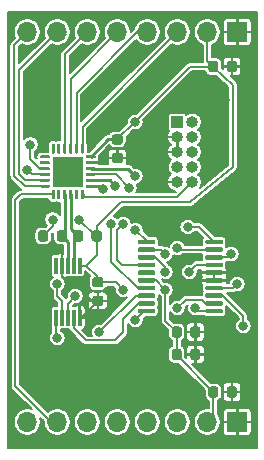
<source format=gbr>
%TF.GenerationSoftware,KiCad,Pcbnew,(5.1.6)-1*%
%TF.CreationDate,2020-11-21T10:09:12-08:00*%
%TF.ProjectId,SoftTakeover,536f6674-5461-46b6-956f-7665722e6b69,rev?*%
%TF.SameCoordinates,Original*%
%TF.FileFunction,Copper,L1,Top*%
%TF.FilePolarity,Positive*%
%FSLAX46Y46*%
G04 Gerber Fmt 4.6, Leading zero omitted, Abs format (unit mm)*
G04 Created by KiCad (PCBNEW (5.1.6)-1) date 2020-11-21 10:09:12*
%MOMM*%
%LPD*%
G01*
G04 APERTURE LIST*
%TA.AperFunction,ComponentPad*%
%ADD10O,1.700000X1.700000*%
%TD*%
%TA.AperFunction,ComponentPad*%
%ADD11R,1.700000X1.700000*%
%TD*%
%TA.AperFunction,SMDPad,CuDef*%
%ADD12R,0.300000X1.400000*%
%TD*%
%TA.AperFunction,SMDPad,CuDef*%
%ADD13R,2.600000X2.600000*%
%TD*%
%TA.AperFunction,ComponentPad*%
%ADD14R,1.000000X1.000000*%
%TD*%
%TA.AperFunction,ComponentPad*%
%ADD15O,1.000000X1.000000*%
%TD*%
%TA.AperFunction,ViaPad*%
%ADD16C,0.800000*%
%TD*%
%TA.AperFunction,Conductor*%
%ADD17C,0.250000*%
%TD*%
%TA.AperFunction,Conductor*%
%ADD18C,0.203200*%
%TD*%
%TA.AperFunction,Conductor*%
%ADD19C,0.203000*%
%TD*%
G04 APERTURE END LIST*
%TO.P,C6,2*%
%TO.N,GND*%
%TA.AperFunction,SMDPad,CuDef*%
G36*
G01*
X140151500Y-112016250D02*
X140151500Y-111503750D01*
G75*
G02*
X140370250Y-111285000I218750J0D01*
G01*
X140807750Y-111285000D01*
G75*
G02*
X141026500Y-111503750I0J-218750D01*
G01*
X141026500Y-112016250D01*
G75*
G02*
X140807750Y-112235000I-218750J0D01*
G01*
X140370250Y-112235000D01*
G75*
G02*
X140151500Y-112016250I0J218750D01*
G01*
G37*
%TD.AperFunction*%
%TO.P,C6,1*%
%TO.N,3v3*%
%TA.AperFunction,SMDPad,CuDef*%
G36*
G01*
X138576500Y-112016250D02*
X138576500Y-111503750D01*
G75*
G02*
X138795250Y-111285000I218750J0D01*
G01*
X139232750Y-111285000D01*
G75*
G02*
X139451500Y-111503750I0J-218750D01*
G01*
X139451500Y-112016250D01*
G75*
G02*
X139232750Y-112235000I-218750J0D01*
G01*
X138795250Y-112235000D01*
G75*
G02*
X138576500Y-112016250I0J218750D01*
G01*
G37*
%TD.AperFunction*%
%TD*%
%TO.P,C2,2*%
%TO.N,3v3*%
%TA.AperFunction,SMDPad,CuDef*%
G36*
G01*
X142550500Y-116583750D02*
X142550500Y-117096250D01*
G75*
G02*
X142331750Y-117315000I-218750J0D01*
G01*
X141894250Y-117315000D01*
G75*
G02*
X141675500Y-117096250I0J218750D01*
G01*
X141675500Y-116583750D01*
G75*
G02*
X141894250Y-116365000I218750J0D01*
G01*
X142331750Y-116365000D01*
G75*
G02*
X142550500Y-116583750I0J-218750D01*
G01*
G37*
%TD.AperFunction*%
%TO.P,C2,1*%
%TO.N,GND*%
%TA.AperFunction,SMDPad,CuDef*%
G36*
G01*
X144125500Y-116583750D02*
X144125500Y-117096250D01*
G75*
G02*
X143906750Y-117315000I-218750J0D01*
G01*
X143469250Y-117315000D01*
G75*
G02*
X143250500Y-117096250I0J218750D01*
G01*
X143250500Y-116583750D01*
G75*
G02*
X143469250Y-116365000I218750J0D01*
G01*
X143906750Y-116365000D01*
G75*
G02*
X144125500Y-116583750I0J-218750D01*
G01*
G37*
%TD.AperFunction*%
%TD*%
%TO.P,C5,2*%
%TO.N,GND*%
%TA.AperFunction,SMDPad,CuDef*%
G36*
G01*
X140151500Y-113921250D02*
X140151500Y-113408750D01*
G75*
G02*
X140370250Y-113190000I218750J0D01*
G01*
X140807750Y-113190000D01*
G75*
G02*
X141026500Y-113408750I0J-218750D01*
G01*
X141026500Y-113921250D01*
G75*
G02*
X140807750Y-114140000I-218750J0D01*
G01*
X140370250Y-114140000D01*
G75*
G02*
X140151500Y-113921250I0J218750D01*
G01*
G37*
%TD.AperFunction*%
%TO.P,C5,1*%
%TO.N,3v3*%
%TA.AperFunction,SMDPad,CuDef*%
G36*
G01*
X138576500Y-113921250D02*
X138576500Y-113408750D01*
G75*
G02*
X138795250Y-113190000I218750J0D01*
G01*
X139232750Y-113190000D01*
G75*
G02*
X139451500Y-113408750I0J-218750D01*
G01*
X139451500Y-113921250D01*
G75*
G02*
X139232750Y-114140000I-218750J0D01*
G01*
X138795250Y-114140000D01*
G75*
G02*
X138576500Y-113921250I0J218750D01*
G01*
G37*
%TD.AperFunction*%
%TD*%
%TO.P,C4,2*%
%TO.N,3v3*%
%TA.AperFunction,SMDPad,CuDef*%
G36*
G01*
X134241250Y-95890500D02*
X133728750Y-95890500D01*
G75*
G02*
X133510000Y-95671750I0J218750D01*
G01*
X133510000Y-95234250D01*
G75*
G02*
X133728750Y-95015500I218750J0D01*
G01*
X134241250Y-95015500D01*
G75*
G02*
X134460000Y-95234250I0J-218750D01*
G01*
X134460000Y-95671750D01*
G75*
G02*
X134241250Y-95890500I-218750J0D01*
G01*
G37*
%TD.AperFunction*%
%TO.P,C4,1*%
%TO.N,GND*%
%TA.AperFunction,SMDPad,CuDef*%
G36*
G01*
X134241250Y-97465500D02*
X133728750Y-97465500D01*
G75*
G02*
X133510000Y-97246750I0J218750D01*
G01*
X133510000Y-96809250D01*
G75*
G02*
X133728750Y-96590500I218750J0D01*
G01*
X134241250Y-96590500D01*
G75*
G02*
X134460000Y-96809250I0J-218750D01*
G01*
X134460000Y-97246750D01*
G75*
G02*
X134241250Y-97465500I-218750J0D01*
G01*
G37*
%TD.AperFunction*%
%TD*%
%TO.P,C3,2*%
%TO.N,3v3*%
%TA.AperFunction,SMDPad,CuDef*%
G36*
G01*
X132590250Y-107981000D02*
X132077750Y-107981000D01*
G75*
G02*
X131859000Y-107762250I0J218750D01*
G01*
X131859000Y-107324750D01*
G75*
G02*
X132077750Y-107106000I218750J0D01*
G01*
X132590250Y-107106000D01*
G75*
G02*
X132809000Y-107324750I0J-218750D01*
G01*
X132809000Y-107762250D01*
G75*
G02*
X132590250Y-107981000I-218750J0D01*
G01*
G37*
%TD.AperFunction*%
%TO.P,C3,1*%
%TO.N,GND*%
%TA.AperFunction,SMDPad,CuDef*%
G36*
G01*
X132590250Y-109556000D02*
X132077750Y-109556000D01*
G75*
G02*
X131859000Y-109337250I0J218750D01*
G01*
X131859000Y-108899750D01*
G75*
G02*
X132077750Y-108681000I218750J0D01*
G01*
X132590250Y-108681000D01*
G75*
G02*
X132809000Y-108899750I0J-218750D01*
G01*
X132809000Y-109337250D01*
G75*
G02*
X132590250Y-109556000I-218750J0D01*
G01*
G37*
%TD.AperFunction*%
%TD*%
%TO.P,C1,2*%
%TO.N,3v3*%
%TA.AperFunction,SMDPad,CuDef*%
G36*
G01*
X142550500Y-89024750D02*
X142550500Y-89537250D01*
G75*
G02*
X142331750Y-89756000I-218750J0D01*
G01*
X141894250Y-89756000D01*
G75*
G02*
X141675500Y-89537250I0J218750D01*
G01*
X141675500Y-89024750D01*
G75*
G02*
X141894250Y-88806000I218750J0D01*
G01*
X142331750Y-88806000D01*
G75*
G02*
X142550500Y-89024750I0J-218750D01*
G01*
G37*
%TD.AperFunction*%
%TO.P,C1,1*%
%TO.N,GND*%
%TA.AperFunction,SMDPad,CuDef*%
G36*
G01*
X144125500Y-89024750D02*
X144125500Y-89537250D01*
G75*
G02*
X143906750Y-89756000I-218750J0D01*
G01*
X143469250Y-89756000D01*
G75*
G02*
X143250500Y-89537250I0J218750D01*
G01*
X143250500Y-89024750D01*
G75*
G02*
X143469250Y-88806000I218750J0D01*
G01*
X143906750Y-88806000D01*
G75*
G02*
X144125500Y-89024750I0J-218750D01*
G01*
G37*
%TD.AperFunction*%
%TD*%
D10*
%TO.P,J1,8*%
%TO.N,SCL_EXT*%
X126365000Y-86360000D03*
%TO.P,J1,7*%
%TO.N,SDA_EXT*%
X128905000Y-86360000D03*
%TO.P,J1,6*%
%TO.N,IN_3*%
X131445000Y-86360000D03*
%TO.P,J1,5*%
%TO.N,IN_2*%
X133985000Y-86360000D03*
%TO.P,J1,4*%
%TO.N,IN_1*%
X136525000Y-86360000D03*
%TO.P,J1,3*%
%TO.N,IN_0*%
X139065000Y-86360000D03*
%TO.P,J1,2*%
%TO.N,3v3*%
X141605000Y-86360000D03*
D11*
%TO.P,J1,1*%
%TO.N,GND*%
X144145000Y-86360000D03*
%TD*%
%TO.P,U3,20*%
%TO.N,SW_3*%
%TA.AperFunction,SMDPad,CuDef*%
G36*
G01*
X137194000Y-109886000D02*
X137194000Y-110086000D01*
G75*
G02*
X137094000Y-110186000I-100000J0D01*
G01*
X135819000Y-110186000D01*
G75*
G02*
X135719000Y-110086000I0J100000D01*
G01*
X135719000Y-109886000D01*
G75*
G02*
X135819000Y-109786000I100000J0D01*
G01*
X137094000Y-109786000D01*
G75*
G02*
X137194000Y-109886000I0J-100000D01*
G01*
G37*
%TD.AperFunction*%
%TO.P,U3,19*%
%TO.N,DAC_3*%
%TA.AperFunction,SMDPad,CuDef*%
G36*
G01*
X137194000Y-109236000D02*
X137194000Y-109436000D01*
G75*
G02*
X137094000Y-109536000I-100000J0D01*
G01*
X135819000Y-109536000D01*
G75*
G02*
X135719000Y-109436000I0J100000D01*
G01*
X135719000Y-109236000D01*
G75*
G02*
X135819000Y-109136000I100000J0D01*
G01*
X137094000Y-109136000D01*
G75*
G02*
X137194000Y-109236000I0J-100000D01*
G01*
G37*
%TD.AperFunction*%
%TO.P,U3,18*%
%TO.N,OUT_3*%
%TA.AperFunction,SMDPad,CuDef*%
G36*
G01*
X137194000Y-108586000D02*
X137194000Y-108786000D01*
G75*
G02*
X137094000Y-108886000I-100000J0D01*
G01*
X135819000Y-108886000D01*
G75*
G02*
X135719000Y-108786000I0J100000D01*
G01*
X135719000Y-108586000D01*
G75*
G02*
X135819000Y-108486000I100000J0D01*
G01*
X137094000Y-108486000D01*
G75*
G02*
X137194000Y-108586000I0J-100000D01*
G01*
G37*
%TD.AperFunction*%
%TO.P,U3,17*%
%TO.N,IN_3*%
%TA.AperFunction,SMDPad,CuDef*%
G36*
G01*
X137194000Y-107936000D02*
X137194000Y-108136000D01*
G75*
G02*
X137094000Y-108236000I-100000J0D01*
G01*
X135819000Y-108236000D01*
G75*
G02*
X135719000Y-108136000I0J100000D01*
G01*
X135719000Y-107936000D01*
G75*
G02*
X135819000Y-107836000I100000J0D01*
G01*
X137094000Y-107836000D01*
G75*
G02*
X137194000Y-107936000I0J-100000D01*
G01*
G37*
%TD.AperFunction*%
%TO.P,U3,16*%
%TO.N,3v3*%
%TA.AperFunction,SMDPad,CuDef*%
G36*
G01*
X137194000Y-107286000D02*
X137194000Y-107486000D01*
G75*
G02*
X137094000Y-107586000I-100000J0D01*
G01*
X135819000Y-107586000D01*
G75*
G02*
X135719000Y-107486000I0J100000D01*
G01*
X135719000Y-107286000D01*
G75*
G02*
X135819000Y-107186000I100000J0D01*
G01*
X137094000Y-107186000D01*
G75*
G02*
X137194000Y-107286000I0J-100000D01*
G01*
G37*
%TD.AperFunction*%
%TO.P,U3,15*%
%TO.N,Net-(U3-Pad15)*%
%TA.AperFunction,SMDPad,CuDef*%
G36*
G01*
X137194000Y-106636000D02*
X137194000Y-106836000D01*
G75*
G02*
X137094000Y-106936000I-100000J0D01*
G01*
X135819000Y-106936000D01*
G75*
G02*
X135719000Y-106836000I0J100000D01*
G01*
X135719000Y-106636000D01*
G75*
G02*
X135819000Y-106536000I100000J0D01*
G01*
X137094000Y-106536000D01*
G75*
G02*
X137194000Y-106636000I0J-100000D01*
G01*
G37*
%TD.AperFunction*%
%TO.P,U3,14*%
%TO.N,IN_2*%
%TA.AperFunction,SMDPad,CuDef*%
G36*
G01*
X137194000Y-105986000D02*
X137194000Y-106186000D01*
G75*
G02*
X137094000Y-106286000I-100000J0D01*
G01*
X135819000Y-106286000D01*
G75*
G02*
X135719000Y-106186000I0J100000D01*
G01*
X135719000Y-105986000D01*
G75*
G02*
X135819000Y-105886000I100000J0D01*
G01*
X137094000Y-105886000D01*
G75*
G02*
X137194000Y-105986000I0J-100000D01*
G01*
G37*
%TD.AperFunction*%
%TO.P,U3,13*%
%TO.N,OUT_2*%
%TA.AperFunction,SMDPad,CuDef*%
G36*
G01*
X137194000Y-105336000D02*
X137194000Y-105536000D01*
G75*
G02*
X137094000Y-105636000I-100000J0D01*
G01*
X135819000Y-105636000D01*
G75*
G02*
X135719000Y-105536000I0J100000D01*
G01*
X135719000Y-105336000D01*
G75*
G02*
X135819000Y-105236000I100000J0D01*
G01*
X137094000Y-105236000D01*
G75*
G02*
X137194000Y-105336000I0J-100000D01*
G01*
G37*
%TD.AperFunction*%
%TO.P,U3,12*%
%TO.N,DAC_2*%
%TA.AperFunction,SMDPad,CuDef*%
G36*
G01*
X137194000Y-104686000D02*
X137194000Y-104886000D01*
G75*
G02*
X137094000Y-104986000I-100000J0D01*
G01*
X135819000Y-104986000D01*
G75*
G02*
X135719000Y-104886000I0J100000D01*
G01*
X135719000Y-104686000D01*
G75*
G02*
X135819000Y-104586000I100000J0D01*
G01*
X137094000Y-104586000D01*
G75*
G02*
X137194000Y-104686000I0J-100000D01*
G01*
G37*
%TD.AperFunction*%
%TO.P,U3,11*%
%TO.N,SW_2*%
%TA.AperFunction,SMDPad,CuDef*%
G36*
G01*
X137194000Y-104036000D02*
X137194000Y-104236000D01*
G75*
G02*
X137094000Y-104336000I-100000J0D01*
G01*
X135819000Y-104336000D01*
G75*
G02*
X135719000Y-104236000I0J100000D01*
G01*
X135719000Y-104036000D01*
G75*
G02*
X135819000Y-103936000I100000J0D01*
G01*
X137094000Y-103936000D01*
G75*
G02*
X137194000Y-104036000I0J-100000D01*
G01*
G37*
%TD.AperFunction*%
%TO.P,U3,10*%
%TO.N,SW_1*%
%TA.AperFunction,SMDPad,CuDef*%
G36*
G01*
X142919000Y-104036000D02*
X142919000Y-104236000D01*
G75*
G02*
X142819000Y-104336000I-100000J0D01*
G01*
X141544000Y-104336000D01*
G75*
G02*
X141444000Y-104236000I0J100000D01*
G01*
X141444000Y-104036000D01*
G75*
G02*
X141544000Y-103936000I100000J0D01*
G01*
X142819000Y-103936000D01*
G75*
G02*
X142919000Y-104036000I0J-100000D01*
G01*
G37*
%TD.AperFunction*%
%TO.P,U3,9*%
%TO.N,DAC_1*%
%TA.AperFunction,SMDPad,CuDef*%
G36*
G01*
X142919000Y-104686000D02*
X142919000Y-104886000D01*
G75*
G02*
X142819000Y-104986000I-100000J0D01*
G01*
X141544000Y-104986000D01*
G75*
G02*
X141444000Y-104886000I0J100000D01*
G01*
X141444000Y-104686000D01*
G75*
G02*
X141544000Y-104586000I100000J0D01*
G01*
X142819000Y-104586000D01*
G75*
G02*
X142919000Y-104686000I0J-100000D01*
G01*
G37*
%TD.AperFunction*%
%TO.P,U3,8*%
%TO.N,OUT_1*%
%TA.AperFunction,SMDPad,CuDef*%
G36*
G01*
X142919000Y-105336000D02*
X142919000Y-105536000D01*
G75*
G02*
X142819000Y-105636000I-100000J0D01*
G01*
X141544000Y-105636000D01*
G75*
G02*
X141444000Y-105536000I0J100000D01*
G01*
X141444000Y-105336000D01*
G75*
G02*
X141544000Y-105236000I100000J0D01*
G01*
X142819000Y-105236000D01*
G75*
G02*
X142919000Y-105336000I0J-100000D01*
G01*
G37*
%TD.AperFunction*%
%TO.P,U3,7*%
%TO.N,IN_1*%
%TA.AperFunction,SMDPad,CuDef*%
G36*
G01*
X142919000Y-105986000D02*
X142919000Y-106186000D01*
G75*
G02*
X142819000Y-106286000I-100000J0D01*
G01*
X141544000Y-106286000D01*
G75*
G02*
X141444000Y-106186000I0J100000D01*
G01*
X141444000Y-105986000D01*
G75*
G02*
X141544000Y-105886000I100000J0D01*
G01*
X142819000Y-105886000D01*
G75*
G02*
X142919000Y-105986000I0J-100000D01*
G01*
G37*
%TD.AperFunction*%
%TO.P,U3,6*%
%TO.N,GND*%
%TA.AperFunction,SMDPad,CuDef*%
G36*
G01*
X142919000Y-106636000D02*
X142919000Y-106836000D01*
G75*
G02*
X142819000Y-106936000I-100000J0D01*
G01*
X141544000Y-106936000D01*
G75*
G02*
X141444000Y-106836000I0J100000D01*
G01*
X141444000Y-106636000D01*
G75*
G02*
X141544000Y-106536000I100000J0D01*
G01*
X142819000Y-106536000D01*
G75*
G02*
X142919000Y-106636000I0J-100000D01*
G01*
G37*
%TD.AperFunction*%
%TO.P,U3,5*%
%TA.AperFunction,SMDPad,CuDef*%
G36*
G01*
X142919000Y-107286000D02*
X142919000Y-107486000D01*
G75*
G02*
X142819000Y-107586000I-100000J0D01*
G01*
X141544000Y-107586000D01*
G75*
G02*
X141444000Y-107486000I0J100000D01*
G01*
X141444000Y-107286000D01*
G75*
G02*
X141544000Y-107186000I100000J0D01*
G01*
X142819000Y-107186000D01*
G75*
G02*
X142919000Y-107286000I0J-100000D01*
G01*
G37*
%TD.AperFunction*%
%TO.P,U3,4*%
%TO.N,IN_0*%
%TA.AperFunction,SMDPad,CuDef*%
G36*
G01*
X142919000Y-107936000D02*
X142919000Y-108136000D01*
G75*
G02*
X142819000Y-108236000I-100000J0D01*
G01*
X141544000Y-108236000D01*
G75*
G02*
X141444000Y-108136000I0J100000D01*
G01*
X141444000Y-107936000D01*
G75*
G02*
X141544000Y-107836000I100000J0D01*
G01*
X142819000Y-107836000D01*
G75*
G02*
X142919000Y-107936000I0J-100000D01*
G01*
G37*
%TD.AperFunction*%
%TO.P,U3,3*%
%TO.N,OUT_0*%
%TA.AperFunction,SMDPad,CuDef*%
G36*
G01*
X142919000Y-108586000D02*
X142919000Y-108786000D01*
G75*
G02*
X142819000Y-108886000I-100000J0D01*
G01*
X141544000Y-108886000D01*
G75*
G02*
X141444000Y-108786000I0J100000D01*
G01*
X141444000Y-108586000D01*
G75*
G02*
X141544000Y-108486000I100000J0D01*
G01*
X142819000Y-108486000D01*
G75*
G02*
X142919000Y-108586000I0J-100000D01*
G01*
G37*
%TD.AperFunction*%
%TO.P,U3,2*%
%TO.N,DAC_0*%
%TA.AperFunction,SMDPad,CuDef*%
G36*
G01*
X142919000Y-109236000D02*
X142919000Y-109436000D01*
G75*
G02*
X142819000Y-109536000I-100000J0D01*
G01*
X141544000Y-109536000D01*
G75*
G02*
X141444000Y-109436000I0J100000D01*
G01*
X141444000Y-109236000D01*
G75*
G02*
X141544000Y-109136000I100000J0D01*
G01*
X142819000Y-109136000D01*
G75*
G02*
X142919000Y-109236000I0J-100000D01*
G01*
G37*
%TD.AperFunction*%
%TO.P,U3,1*%
%TO.N,SW_0*%
%TA.AperFunction,SMDPad,CuDef*%
G36*
G01*
X142919000Y-109886000D02*
X142919000Y-110086000D01*
G75*
G02*
X142819000Y-110186000I-100000J0D01*
G01*
X141544000Y-110186000D01*
G75*
G02*
X141444000Y-110086000I0J100000D01*
G01*
X141444000Y-109886000D01*
G75*
G02*
X141544000Y-109786000I100000J0D01*
G01*
X142819000Y-109786000D01*
G75*
G02*
X142919000Y-109886000I0J-100000D01*
G01*
G37*
%TD.AperFunction*%
%TD*%
D12*
%TO.P,U2,10*%
%TO.N,GND*%
X130794000Y-110531000D03*
%TO.P,U2,9*%
%TO.N,DAC_3*%
X130294000Y-110531000D03*
%TO.P,U2,8*%
%TO.N,DAC_2*%
X129794000Y-110531000D03*
%TO.P,U2,7*%
%TO.N,DAC_1*%
X129294000Y-110531000D03*
%TO.P,U2,6*%
%TO.N,DAC_0*%
X128794000Y-110531000D03*
%TO.P,U2,5*%
%TO.N,Net-(U2-Pad5)*%
X128794000Y-106131000D03*
%TO.P,U2,4*%
%TO.N,GND*%
X129294000Y-106131000D03*
%TO.P,U2,3*%
%TO.N,SDA_DAC*%
X129794000Y-106131000D03*
%TO.P,U2,2*%
%TO.N,SCL_DAC*%
X130294000Y-106131000D03*
%TO.P,U2,1*%
%TO.N,3v3*%
X130794000Y-106131000D03*
%TD*%
D13*
%TO.P,U1,25*%
%TO.N,N/C*%
X129794000Y-98171000D03*
%TO.P,U1,24*%
%TO.N,3v3*%
%TA.AperFunction,SMDPad,CuDef*%
G36*
G01*
X131381500Y-96796000D02*
X132081500Y-96796000D01*
G75*
G02*
X132144000Y-96858500I0J-62500D01*
G01*
X132144000Y-96983500D01*
G75*
G02*
X132081500Y-97046000I-62500J0D01*
G01*
X131381500Y-97046000D01*
G75*
G02*
X131319000Y-96983500I0J62500D01*
G01*
X131319000Y-96858500D01*
G75*
G02*
X131381500Y-96796000I62500J0D01*
G01*
G37*
%TD.AperFunction*%
%TO.P,U1,23*%
%TO.N,GND*%
%TA.AperFunction,SMDPad,CuDef*%
G36*
G01*
X131381500Y-97296000D02*
X132081500Y-97296000D01*
G75*
G02*
X132144000Y-97358500I0J-62500D01*
G01*
X132144000Y-97483500D01*
G75*
G02*
X132081500Y-97546000I-62500J0D01*
G01*
X131381500Y-97546000D01*
G75*
G02*
X131319000Y-97483500I0J62500D01*
G01*
X131319000Y-97358500D01*
G75*
G02*
X131381500Y-97296000I62500J0D01*
G01*
G37*
%TD.AperFunction*%
%TO.P,U1,22*%
%TO.N,SW_1*%
%TA.AperFunction,SMDPad,CuDef*%
G36*
G01*
X131381500Y-97796000D02*
X132081500Y-97796000D01*
G75*
G02*
X132144000Y-97858500I0J-62500D01*
G01*
X132144000Y-97983500D01*
G75*
G02*
X132081500Y-98046000I-62500J0D01*
G01*
X131381500Y-98046000D01*
G75*
G02*
X131319000Y-97983500I0J62500D01*
G01*
X131319000Y-97858500D01*
G75*
G02*
X131381500Y-97796000I62500J0D01*
G01*
G37*
%TD.AperFunction*%
%TO.P,U1,21*%
%TO.N,SW_0*%
%TA.AperFunction,SMDPad,CuDef*%
G36*
G01*
X131381500Y-98296000D02*
X132081500Y-98296000D01*
G75*
G02*
X132144000Y-98358500I0J-62500D01*
G01*
X132144000Y-98483500D01*
G75*
G02*
X132081500Y-98546000I-62500J0D01*
G01*
X131381500Y-98546000D01*
G75*
G02*
X131319000Y-98483500I0J62500D01*
G01*
X131319000Y-98358500D01*
G75*
G02*
X131381500Y-98296000I62500J0D01*
G01*
G37*
%TD.AperFunction*%
%TO.P,U1,20*%
%TO.N,SWDIO*%
%TA.AperFunction,SMDPad,CuDef*%
G36*
G01*
X131381500Y-98796000D02*
X132081500Y-98796000D01*
G75*
G02*
X132144000Y-98858500I0J-62500D01*
G01*
X132144000Y-98983500D01*
G75*
G02*
X132081500Y-99046000I-62500J0D01*
G01*
X131381500Y-99046000D01*
G75*
G02*
X131319000Y-98983500I0J62500D01*
G01*
X131319000Y-98858500D01*
G75*
G02*
X131381500Y-98796000I62500J0D01*
G01*
G37*
%TD.AperFunction*%
%TO.P,U1,19*%
%TO.N,SWCLK*%
%TA.AperFunction,SMDPad,CuDef*%
G36*
G01*
X131381500Y-99296000D02*
X132081500Y-99296000D01*
G75*
G02*
X132144000Y-99358500I0J-62500D01*
G01*
X132144000Y-99483500D01*
G75*
G02*
X132081500Y-99546000I-62500J0D01*
G01*
X131381500Y-99546000D01*
G75*
G02*
X131319000Y-99483500I0J62500D01*
G01*
X131319000Y-99358500D01*
G75*
G02*
X131381500Y-99296000I62500J0D01*
G01*
G37*
%TD.AperFunction*%
%TO.P,U1,18*%
%TO.N,RST*%
%TA.AperFunction,SMDPad,CuDef*%
G36*
G01*
X130981500Y-99696000D02*
X131106500Y-99696000D01*
G75*
G02*
X131169000Y-99758500I0J-62500D01*
G01*
X131169000Y-100458500D01*
G75*
G02*
X131106500Y-100521000I-62500J0D01*
G01*
X130981500Y-100521000D01*
G75*
G02*
X130919000Y-100458500I0J62500D01*
G01*
X130919000Y-99758500D01*
G75*
G02*
X130981500Y-99696000I62500J0D01*
G01*
G37*
%TD.AperFunction*%
%TO.P,U1,17*%
%TO.N,Net-(U1-Pad17)*%
%TA.AperFunction,SMDPad,CuDef*%
G36*
G01*
X130481500Y-99696000D02*
X130606500Y-99696000D01*
G75*
G02*
X130669000Y-99758500I0J-62500D01*
G01*
X130669000Y-100458500D01*
G75*
G02*
X130606500Y-100521000I-62500J0D01*
G01*
X130481500Y-100521000D01*
G75*
G02*
X130419000Y-100458500I0J62500D01*
G01*
X130419000Y-99758500D01*
G75*
G02*
X130481500Y-99696000I62500J0D01*
G01*
G37*
%TD.AperFunction*%
%TO.P,U1,16*%
%TO.N,SCL_DAC*%
%TA.AperFunction,SMDPad,CuDef*%
G36*
G01*
X129981500Y-99696000D02*
X130106500Y-99696000D01*
G75*
G02*
X130169000Y-99758500I0J-62500D01*
G01*
X130169000Y-100458500D01*
G75*
G02*
X130106500Y-100521000I-62500J0D01*
G01*
X129981500Y-100521000D01*
G75*
G02*
X129919000Y-100458500I0J62500D01*
G01*
X129919000Y-99758500D01*
G75*
G02*
X129981500Y-99696000I62500J0D01*
G01*
G37*
%TD.AperFunction*%
%TO.P,U1,15*%
%TO.N,SDA_DAC*%
%TA.AperFunction,SMDPad,CuDef*%
G36*
G01*
X129481500Y-99696000D02*
X129606500Y-99696000D01*
G75*
G02*
X129669000Y-99758500I0J-62500D01*
G01*
X129669000Y-100458500D01*
G75*
G02*
X129606500Y-100521000I-62500J0D01*
G01*
X129481500Y-100521000D01*
G75*
G02*
X129419000Y-100458500I0J62500D01*
G01*
X129419000Y-99758500D01*
G75*
G02*
X129481500Y-99696000I62500J0D01*
G01*
G37*
%TD.AperFunction*%
%TO.P,U1,14*%
%TO.N,Net-(U1-Pad14)*%
%TA.AperFunction,SMDPad,CuDef*%
G36*
G01*
X128981500Y-99696000D02*
X129106500Y-99696000D01*
G75*
G02*
X129169000Y-99758500I0J-62500D01*
G01*
X129169000Y-100458500D01*
G75*
G02*
X129106500Y-100521000I-62500J0D01*
G01*
X128981500Y-100521000D01*
G75*
G02*
X128919000Y-100458500I0J62500D01*
G01*
X128919000Y-99758500D01*
G75*
G02*
X128981500Y-99696000I62500J0D01*
G01*
G37*
%TD.AperFunction*%
%TO.P,U1,13*%
%TO.N,LAYER_SEL*%
%TA.AperFunction,SMDPad,CuDef*%
G36*
G01*
X128481500Y-99696000D02*
X128606500Y-99696000D01*
G75*
G02*
X128669000Y-99758500I0J-62500D01*
G01*
X128669000Y-100458500D01*
G75*
G02*
X128606500Y-100521000I-62500J0D01*
G01*
X128481500Y-100521000D01*
G75*
G02*
X128419000Y-100458500I0J62500D01*
G01*
X128419000Y-99758500D01*
G75*
G02*
X128481500Y-99696000I62500J0D01*
G01*
G37*
%TD.AperFunction*%
%TO.P,U1,12*%
%TO.N,SCL_EXT*%
%TA.AperFunction,SMDPad,CuDef*%
G36*
G01*
X127506500Y-99296000D02*
X128206500Y-99296000D01*
G75*
G02*
X128269000Y-99358500I0J-62500D01*
G01*
X128269000Y-99483500D01*
G75*
G02*
X128206500Y-99546000I-62500J0D01*
G01*
X127506500Y-99546000D01*
G75*
G02*
X127444000Y-99483500I0J62500D01*
G01*
X127444000Y-99358500D01*
G75*
G02*
X127506500Y-99296000I62500J0D01*
G01*
G37*
%TD.AperFunction*%
%TO.P,U1,11*%
%TO.N,SDA_EXT*%
%TA.AperFunction,SMDPad,CuDef*%
G36*
G01*
X127506500Y-98796000D02*
X128206500Y-98796000D01*
G75*
G02*
X128269000Y-98858500I0J-62500D01*
G01*
X128269000Y-98983500D01*
G75*
G02*
X128206500Y-99046000I-62500J0D01*
G01*
X127506500Y-99046000D01*
G75*
G02*
X127444000Y-98983500I0J62500D01*
G01*
X127444000Y-98858500D01*
G75*
G02*
X127506500Y-98796000I62500J0D01*
G01*
G37*
%TD.AperFunction*%
%TO.P,U1,10*%
%TO.N,SW_3*%
%TA.AperFunction,SMDPad,CuDef*%
G36*
G01*
X127506500Y-98296000D02*
X128206500Y-98296000D01*
G75*
G02*
X128269000Y-98358500I0J-62500D01*
G01*
X128269000Y-98483500D01*
G75*
G02*
X128206500Y-98546000I-62500J0D01*
G01*
X127506500Y-98546000D01*
G75*
G02*
X127444000Y-98483500I0J62500D01*
G01*
X127444000Y-98358500D01*
G75*
G02*
X127506500Y-98296000I62500J0D01*
G01*
G37*
%TD.AperFunction*%
%TO.P,U1,9*%
%TO.N,SW_2*%
%TA.AperFunction,SMDPad,CuDef*%
G36*
G01*
X127506500Y-97796000D02*
X128206500Y-97796000D01*
G75*
G02*
X128269000Y-97858500I0J-62500D01*
G01*
X128269000Y-97983500D01*
G75*
G02*
X128206500Y-98046000I-62500J0D01*
G01*
X127506500Y-98046000D01*
G75*
G02*
X127444000Y-97983500I0J62500D01*
G01*
X127444000Y-97858500D01*
G75*
G02*
X127506500Y-97796000I62500J0D01*
G01*
G37*
%TD.AperFunction*%
%TO.P,U1,8*%
%TO.N,Net-(U1-Pad8)*%
%TA.AperFunction,SMDPad,CuDef*%
G36*
G01*
X127506500Y-97296000D02*
X128206500Y-97296000D01*
G75*
G02*
X128269000Y-97358500I0J-62500D01*
G01*
X128269000Y-97483500D01*
G75*
G02*
X128206500Y-97546000I-62500J0D01*
G01*
X127506500Y-97546000D01*
G75*
G02*
X127444000Y-97483500I0J62500D01*
G01*
X127444000Y-97358500D01*
G75*
G02*
X127506500Y-97296000I62500J0D01*
G01*
G37*
%TD.AperFunction*%
%TO.P,U1,7*%
%TO.N,Net-(U1-Pad7)*%
%TA.AperFunction,SMDPad,CuDef*%
G36*
G01*
X127506500Y-96796000D02*
X128206500Y-96796000D01*
G75*
G02*
X128269000Y-96858500I0J-62500D01*
G01*
X128269000Y-96983500D01*
G75*
G02*
X128206500Y-97046000I-62500J0D01*
G01*
X127506500Y-97046000D01*
G75*
G02*
X127444000Y-96983500I0J62500D01*
G01*
X127444000Y-96858500D01*
G75*
G02*
X127506500Y-96796000I62500J0D01*
G01*
G37*
%TD.AperFunction*%
%TO.P,U1,6*%
%TO.N,Net-(U1-Pad6)*%
%TA.AperFunction,SMDPad,CuDef*%
G36*
G01*
X128481500Y-95821000D02*
X128606500Y-95821000D01*
G75*
G02*
X128669000Y-95883500I0J-62500D01*
G01*
X128669000Y-96583500D01*
G75*
G02*
X128606500Y-96646000I-62500J0D01*
G01*
X128481500Y-96646000D01*
G75*
G02*
X128419000Y-96583500I0J62500D01*
G01*
X128419000Y-95883500D01*
G75*
G02*
X128481500Y-95821000I62500J0D01*
G01*
G37*
%TD.AperFunction*%
%TO.P,U1,5*%
%TO.N,Net-(U1-Pad5)*%
%TA.AperFunction,SMDPad,CuDef*%
G36*
G01*
X128981500Y-95821000D02*
X129106500Y-95821000D01*
G75*
G02*
X129169000Y-95883500I0J-62500D01*
G01*
X129169000Y-96583500D01*
G75*
G02*
X129106500Y-96646000I-62500J0D01*
G01*
X128981500Y-96646000D01*
G75*
G02*
X128919000Y-96583500I0J62500D01*
G01*
X128919000Y-95883500D01*
G75*
G02*
X128981500Y-95821000I62500J0D01*
G01*
G37*
%TD.AperFunction*%
%TO.P,U1,4*%
%TO.N,IN_3*%
%TA.AperFunction,SMDPad,CuDef*%
G36*
G01*
X129481500Y-95821000D02*
X129606500Y-95821000D01*
G75*
G02*
X129669000Y-95883500I0J-62500D01*
G01*
X129669000Y-96583500D01*
G75*
G02*
X129606500Y-96646000I-62500J0D01*
G01*
X129481500Y-96646000D01*
G75*
G02*
X129419000Y-96583500I0J62500D01*
G01*
X129419000Y-95883500D01*
G75*
G02*
X129481500Y-95821000I62500J0D01*
G01*
G37*
%TD.AperFunction*%
%TO.P,U1,3*%
%TO.N,IN_2*%
%TA.AperFunction,SMDPad,CuDef*%
G36*
G01*
X129981500Y-95821000D02*
X130106500Y-95821000D01*
G75*
G02*
X130169000Y-95883500I0J-62500D01*
G01*
X130169000Y-96583500D01*
G75*
G02*
X130106500Y-96646000I-62500J0D01*
G01*
X129981500Y-96646000D01*
G75*
G02*
X129919000Y-96583500I0J62500D01*
G01*
X129919000Y-95883500D01*
G75*
G02*
X129981500Y-95821000I62500J0D01*
G01*
G37*
%TD.AperFunction*%
%TO.P,U1,2*%
%TO.N,IN_1*%
%TA.AperFunction,SMDPad,CuDef*%
G36*
G01*
X130481500Y-95821000D02*
X130606500Y-95821000D01*
G75*
G02*
X130669000Y-95883500I0J-62500D01*
G01*
X130669000Y-96583500D01*
G75*
G02*
X130606500Y-96646000I-62500J0D01*
G01*
X130481500Y-96646000D01*
G75*
G02*
X130419000Y-96583500I0J62500D01*
G01*
X130419000Y-95883500D01*
G75*
G02*
X130481500Y-95821000I62500J0D01*
G01*
G37*
%TD.AperFunction*%
%TO.P,U1,1*%
%TO.N,IN_0*%
%TA.AperFunction,SMDPad,CuDef*%
G36*
G01*
X130981500Y-95821000D02*
X131106500Y-95821000D01*
G75*
G02*
X131169000Y-95883500I0J-62500D01*
G01*
X131169000Y-96583500D01*
G75*
G02*
X131106500Y-96646000I-62500J0D01*
G01*
X130981500Y-96646000D01*
G75*
G02*
X130919000Y-96583500I0J62500D01*
G01*
X130919000Y-95883500D01*
G75*
G02*
X130981500Y-95821000I62500J0D01*
G01*
G37*
%TD.AperFunction*%
%TD*%
%TO.P,R3,2*%
%TO.N,SDA_DAC*%
%TA.AperFunction,SMDPad,CuDef*%
G36*
G01*
X128848500Y-103888250D02*
X128848500Y-103375750D01*
G75*
G02*
X129067250Y-103157000I218750J0D01*
G01*
X129504750Y-103157000D01*
G75*
G02*
X129723500Y-103375750I0J-218750D01*
G01*
X129723500Y-103888250D01*
G75*
G02*
X129504750Y-104107000I-218750J0D01*
G01*
X129067250Y-104107000D01*
G75*
G02*
X128848500Y-103888250I0J218750D01*
G01*
G37*
%TD.AperFunction*%
%TO.P,R3,1*%
%TO.N,3v3*%
%TA.AperFunction,SMDPad,CuDef*%
G36*
G01*
X127273500Y-103888250D02*
X127273500Y-103375750D01*
G75*
G02*
X127492250Y-103157000I218750J0D01*
G01*
X127929750Y-103157000D01*
G75*
G02*
X128148500Y-103375750I0J-218750D01*
G01*
X128148500Y-103888250D01*
G75*
G02*
X127929750Y-104107000I-218750J0D01*
G01*
X127492250Y-104107000D01*
G75*
G02*
X127273500Y-103888250I0J218750D01*
G01*
G37*
%TD.AperFunction*%
%TD*%
%TO.P,R2,2*%
%TO.N,SCL_DAC*%
%TA.AperFunction,SMDPad,CuDef*%
G36*
G01*
X131095000Y-103375750D02*
X131095000Y-103888250D01*
G75*
G02*
X130876250Y-104107000I-218750J0D01*
G01*
X130438750Y-104107000D01*
G75*
G02*
X130220000Y-103888250I0J218750D01*
G01*
X130220000Y-103375750D01*
G75*
G02*
X130438750Y-103157000I218750J0D01*
G01*
X130876250Y-103157000D01*
G75*
G02*
X131095000Y-103375750I0J-218750D01*
G01*
G37*
%TD.AperFunction*%
%TO.P,R2,1*%
%TO.N,3v3*%
%TA.AperFunction,SMDPad,CuDef*%
G36*
G01*
X132670000Y-103375750D02*
X132670000Y-103888250D01*
G75*
G02*
X132451250Y-104107000I-218750J0D01*
G01*
X132013750Y-104107000D01*
G75*
G02*
X131795000Y-103888250I0J218750D01*
G01*
X131795000Y-103375750D01*
G75*
G02*
X132013750Y-103157000I218750J0D01*
G01*
X132451250Y-103157000D01*
G75*
G02*
X132670000Y-103375750I0J-218750D01*
G01*
G37*
%TD.AperFunction*%
%TD*%
D14*
%TO.P,J3,1*%
%TO.N,3v3*%
X139065000Y-93980000D03*
D15*
%TO.P,J3,2*%
%TO.N,SWDIO*%
X140335000Y-93980000D03*
%TO.P,J3,3*%
%TO.N,GND*%
X139065000Y-95250000D03*
%TO.P,J3,4*%
%TO.N,SWCLK*%
X140335000Y-95250000D03*
%TO.P,J3,5*%
%TO.N,GND*%
X139065000Y-96520000D03*
%TO.P,J3,6*%
%TO.N,Net-(J3-Pad6)*%
X140335000Y-96520000D03*
%TO.P,J3,7*%
%TO.N,Net-(J3-Pad7)*%
X139065000Y-97790000D03*
%TO.P,J3,8*%
%TO.N,Net-(J3-Pad8)*%
X140335000Y-97790000D03*
%TO.P,J3,9*%
%TO.N,GND*%
X139065000Y-99060000D03*
%TO.P,J3,10*%
%TO.N,RST*%
X140335000Y-99060000D03*
%TD*%
D10*
%TO.P,J2,8*%
%TO.N,Net-(J2-Pad8)*%
X126365000Y-119380000D03*
%TO.P,J2,7*%
%TO.N,LAYER_SEL*%
X128905000Y-119380000D03*
%TO.P,J2,6*%
%TO.N,OUT_3*%
X131445000Y-119380000D03*
%TO.P,J2,5*%
%TO.N,OUT_2*%
X133985000Y-119380000D03*
%TO.P,J2,4*%
%TO.N,OUT_1*%
X136525000Y-119380000D03*
%TO.P,J2,3*%
%TO.N,OUT_0*%
X139065000Y-119380000D03*
%TO.P,J2,2*%
%TO.N,3v3*%
X141605000Y-119380000D03*
D11*
%TO.P,J2,1*%
%TO.N,GND*%
X144145000Y-119380000D03*
%TD*%
D16*
%TO.N,3v3*%
X138049000Y-108204000D03*
X134493000Y-108204000D03*
X135509000Y-93980000D03*
X130769000Y-102235000D03*
X128524000Y-102235000D03*
%TO.N,GND*%
X140081000Y-117348000D03*
X127889000Y-90932000D03*
X127381000Y-105664000D03*
X126873000Y-109220000D03*
X136779000Y-96520000D03*
X143062400Y-92075000D03*
X139954000Y-91440000D03*
X145034000Y-104775000D03*
X133604000Y-109026400D03*
X142494000Y-111125000D03*
X134874000Y-101600000D03*
%TO.N,IN_3*%
X133477000Y-102616000D03*
%TO.N,IN_2*%
X134493000Y-102616000D03*
%TO.N,IN_1*%
X140081000Y-106680000D03*
%TO.N,IN_0*%
X144145000Y-107696000D03*
%TO.N,OUT_0*%
X144653000Y-111252000D03*
%TO.N,OUT_1*%
X143637000Y-105156000D03*
%TO.N,OUT_2*%
X138049000Y-106680000D03*
%TO.N,OUT_3*%
X132461000Y-111760000D03*
%TO.N,SWDIO*%
X133769263Y-99361569D03*
%TO.N,SWCLK*%
X132800958Y-99646000D03*
%TO.N,SW_3*%
X126365000Y-98044000D03*
X135509000Y-110744000D03*
%TO.N,SW_2*%
X135509000Y-103124000D03*
X126619000Y-95885000D03*
%TO.N,SW_1*%
X135509000Y-98552000D03*
X139954000Y-102870000D03*
%TO.N,SW_0*%
X135001000Y-99568000D03*
X140589000Y-109728000D03*
%TO.N,DAC_2*%
X138049000Y-105156000D03*
X130429000Y-108712000D03*
%TO.N,DAC_1*%
X128905000Y-107696000D03*
X139065000Y-104648000D03*
%TO.N,DAC_0*%
X128905000Y-112268000D03*
X139065000Y-109728000D03*
%TD*%
D17*
%TO.N,3v3*%
X133985000Y-95453000D02*
X133199500Y-95453000D01*
X133199500Y-95453000D02*
X131731500Y-96921000D01*
D18*
X132334000Y-107543500D02*
X133832500Y-107543500D01*
X133832500Y-107543500D02*
X134493000Y-108204000D01*
X132334000Y-107106000D02*
X131359000Y-106131000D01*
X131359000Y-106131000D02*
X130794000Y-106131000D01*
X132334000Y-107543500D02*
X132334000Y-107106000D01*
X132232500Y-105257500D02*
X131359000Y-106131000D01*
X132232500Y-103632000D02*
X132232500Y-105257500D01*
X133985000Y-95453000D02*
X134036000Y-95453000D01*
X141605000Y-88773000D02*
X142113000Y-89281000D01*
X141605000Y-86360000D02*
X141605000Y-88773000D01*
X142113000Y-89281000D02*
X140157000Y-89281000D01*
X135483500Y-93954500D02*
X133985000Y-95453000D01*
X135483500Y-93954500D02*
X135509000Y-93980000D01*
X140157000Y-89281000D02*
X135483500Y-93954500D01*
X142113000Y-119380000D02*
X141605000Y-119888000D01*
X136456500Y-107386000D02*
X137231000Y-107386000D01*
X137231000Y-107386000D02*
X138049000Y-108204000D01*
X142113000Y-118872000D02*
X141605000Y-119380000D01*
X142113000Y-116840000D02*
X142113000Y-118872000D01*
X132232500Y-103632000D02*
X132166000Y-103632000D01*
X132166000Y-103632000D02*
X130769000Y-102235000D01*
X128524000Y-102819000D02*
X127711000Y-103632000D01*
X128524000Y-102235000D02*
X128524000Y-102819000D01*
X143764000Y-90805000D02*
X142113000Y-89281000D01*
X132232500Y-103632000D02*
X132232500Y-102822130D01*
X132232500Y-102822130D02*
X134303819Y-100750811D01*
X140168189Y-100750811D02*
X143764000Y-97790000D01*
X134303819Y-100750811D02*
X140168189Y-100750811D01*
X143764000Y-97790000D02*
X143764000Y-90805000D01*
X138049000Y-110795000D02*
X139014000Y-111760000D01*
X138049000Y-108204000D02*
X138049000Y-110795000D01*
X139014000Y-111760000D02*
X139014000Y-113665000D01*
X139014000Y-113741000D02*
X142113000Y-116840000D01*
X139014000Y-113665000D02*
X139014000Y-113741000D01*
%TO.N,GND*%
X130921500Y-110531000D02*
X132334000Y-109118500D01*
X130794000Y-110531000D02*
X130921500Y-110531000D01*
X131859000Y-109118500D02*
X130436500Y-107696000D01*
X132334000Y-109118500D02*
X131859000Y-109118500D01*
X129966118Y-107696000D02*
X129294000Y-107023882D01*
X129294000Y-107023882D02*
X129294000Y-106131000D01*
X130436500Y-107696000D02*
X129966118Y-107696000D01*
X142181500Y-107386000D02*
X142181500Y-106736000D01*
X142181500Y-106736000D02*
X144343000Y-106736000D01*
X144343000Y-106736000D02*
X145034000Y-106045000D01*
X145034000Y-106045000D02*
X145034000Y-104775000D01*
X132334000Y-109118500D02*
X133511900Y-109118500D01*
X133511900Y-109118500D02*
X133604000Y-109026400D01*
X144145000Y-86360000D02*
X144181431Y-86396431D01*
%TO.N,RST*%
X131283101Y-100347601D02*
X139047399Y-100347601D01*
X131044000Y-100108500D02*
X131283101Y-100347601D01*
X139047399Y-100347601D02*
X140335000Y-99060000D01*
%TO.N,IN_3*%
X135719000Y-108036000D02*
X136456500Y-108036000D01*
X133477000Y-102616000D02*
X133477000Y-105794000D01*
X133477000Y-105794000D02*
X135719000Y-108036000D01*
X129544000Y-88261000D02*
X131445000Y-86360000D01*
X129544000Y-96233500D02*
X129544000Y-88261000D01*
%TO.N,IN_2*%
X130044000Y-90301000D02*
X133985000Y-86360000D01*
X130044000Y-96233500D02*
X130044000Y-90301000D01*
X133985000Y-105664000D02*
X134407000Y-106086000D01*
X133985000Y-103124000D02*
X133985000Y-105664000D01*
X134493000Y-102616000D02*
X133985000Y-103124000D01*
X134407000Y-106086000D02*
X136456500Y-106086000D01*
%TO.N,IN_1*%
X140675000Y-106086000D02*
X142181500Y-106086000D01*
X140081000Y-106680000D02*
X140675000Y-106086000D01*
X135689370Y-86360000D02*
X136525000Y-86360000D01*
X130544000Y-91505370D02*
X135689370Y-86360000D01*
X130544000Y-96233500D02*
X130544000Y-91505370D01*
%TO.N,IN_0*%
X131044000Y-94381000D02*
X139065000Y-86360000D01*
X131044000Y-96233500D02*
X131044000Y-94381000D01*
X142181500Y-108036000D02*
X143805000Y-108036000D01*
X143805000Y-108036000D02*
X144145000Y-107696000D01*
%TO.N,SCL_EXT*%
X125260189Y-87464811D02*
X126365000Y-86360000D01*
X125260189Y-98547784D02*
X125260189Y-87464811D01*
X126133406Y-99421000D02*
X125260189Y-98547784D01*
X127856500Y-99421000D02*
X126133406Y-99421000D01*
D17*
%TO.N,SDA_EXT*%
X129359000Y-86371000D02*
X129544000Y-86556000D01*
D18*
X125663399Y-89601601D02*
X128905000Y-86360000D01*
X125663399Y-98380769D02*
X125663399Y-89601601D01*
X126203630Y-98921000D02*
X125663399Y-98380769D01*
X127856500Y-98921000D02*
X126203630Y-98921000D01*
%TO.N,OUT_0*%
X144653000Y-111252000D02*
X144653000Y-110420000D01*
X142919000Y-108686000D02*
X142181500Y-108686000D01*
X144653000Y-110420000D02*
X142919000Y-108686000D01*
%TO.N,OUT_1*%
X142181500Y-105436000D02*
X143357000Y-105436000D01*
X143357000Y-105436000D02*
X143637000Y-105156000D01*
%TO.N,OUT_2*%
X138049000Y-106291000D02*
X138049000Y-106680000D01*
X136456500Y-105436000D02*
X137194000Y-105436000D01*
X137194000Y-105436000D02*
X138049000Y-106291000D01*
%TO.N,OUT_3*%
X135535000Y-108686000D02*
X132461000Y-111760000D01*
X136456500Y-108686000D02*
X135535000Y-108686000D01*
D17*
%TO.N,SCL_DAC*%
X130044000Y-103018500D02*
X130657500Y-103632000D01*
X130044000Y-100108500D02*
X130044000Y-103018500D01*
X130294000Y-103995500D02*
X130294000Y-106131000D01*
X130657500Y-103632000D02*
X130294000Y-103995500D01*
%TO.N,SDA_DAC*%
X129544000Y-103374000D02*
X129286000Y-103632000D01*
X129544000Y-100108500D02*
X129544000Y-103374000D01*
X129794000Y-104140000D02*
X129794000Y-106131000D01*
X129286000Y-103632000D02*
X129794000Y-104140000D01*
%TO.N,SWDIO*%
X133328694Y-98921000D02*
X133769263Y-99361569D01*
X131731500Y-98921000D02*
X133328694Y-98921000D01*
%TO.N,SWCLK*%
X132575958Y-99421000D02*
X132800958Y-99646000D01*
X131731500Y-99421000D02*
X132575958Y-99421000D01*
D18*
%TO.N,SW_3*%
X127856500Y-98421000D02*
X126742000Y-98421000D01*
X126742000Y-98421000D02*
X126365000Y-98044000D01*
X136456500Y-109986000D02*
X136267000Y-109986000D01*
X136267000Y-109986000D02*
X135509000Y-110744000D01*
%TO.N,SW_2*%
X136525000Y-104067500D02*
X136456500Y-104136000D01*
X135509000Y-103124000D02*
X136525000Y-104067500D01*
X127429070Y-97921000D02*
X127856500Y-97921000D01*
X126619000Y-97110930D02*
X127429070Y-97921000D01*
X126619000Y-95885000D02*
X126619000Y-97110930D01*
D17*
%TO.N,SW_1*%
X131731500Y-97921000D02*
X134878000Y-97921000D01*
X134878000Y-97921000D02*
X135509000Y-98552000D01*
D18*
X140915500Y-102870000D02*
X142181500Y-104136000D01*
X139954000Y-102870000D02*
X140915500Y-102870000D01*
%TO.N,SW_0*%
X131731500Y-98421000D02*
X133854000Y-98421000D01*
X133854000Y-98421000D02*
X135001000Y-99568000D01*
X140847000Y-109986000D02*
X142181500Y-109986000D01*
X140589000Y-109728000D02*
X140847000Y-109986000D01*
%TO.N,DAC_3*%
X136456500Y-109336000D02*
X135801034Y-109336000D01*
X135801034Y-109336000D02*
X134493000Y-110644034D01*
X131331719Y-112461601D02*
X130294000Y-111423882D01*
X133813769Y-112461601D02*
X131331719Y-112461601D01*
X130294000Y-111423882D02*
X130294000Y-110531000D01*
X134493000Y-111782370D02*
X133813769Y-112461601D01*
X134493000Y-110644034D02*
X134493000Y-111782370D01*
%TO.N,DAC_2*%
X129794000Y-109347000D02*
X129794000Y-110531000D01*
X130429000Y-108712000D02*
X129794000Y-109347000D01*
X137679000Y-104786000D02*
X138049000Y-105156000D01*
X136456500Y-104786000D02*
X137679000Y-104786000D01*
%TO.N,DAC_1*%
X128905000Y-108734370D02*
X128905000Y-107696000D01*
X129294000Y-110531000D02*
X129294000Y-109123370D01*
X129294000Y-109123370D02*
X128905000Y-108734370D01*
X142181500Y-104786000D02*
X139203000Y-104786000D01*
X139203000Y-104786000D02*
X139065000Y-104648000D01*
%TO.N,DAC_0*%
X128794000Y-112157000D02*
X128794000Y-110531000D01*
X128905000Y-112268000D02*
X128794000Y-112157000D01*
X141134399Y-109026399D02*
X141444000Y-109336000D01*
X141444000Y-109336000D02*
X142181500Y-109336000D01*
X139766601Y-109026399D02*
X141134399Y-109026399D01*
X139065000Y-109728000D02*
X139766601Y-109026399D01*
%TO.N,LAYER_SEL*%
X128544000Y-100108500D02*
X125824500Y-100108500D01*
X125824500Y-100108500D02*
X125349000Y-100584000D01*
X125349000Y-116332000D02*
X128905000Y-119888000D01*
X125349000Y-100584000D02*
X125349000Y-116332000D01*
%TD*%
D19*
%TO.N,GND*%
G36*
X145822501Y-121565500D02*
G01*
X124687500Y-121565500D01*
X124687500Y-87464811D01*
X124852125Y-87464811D01*
X124854090Y-87484761D01*
X124854089Y-98527844D01*
X124852125Y-98547784D01*
X124859966Y-98627393D01*
X124866129Y-98647708D01*
X124883187Y-98703942D01*
X124920896Y-98774491D01*
X124971644Y-98836329D01*
X124987141Y-98849047D01*
X125832148Y-99694054D01*
X125838519Y-99701817D01*
X125824500Y-99700436D01*
X125744890Y-99708277D01*
X125668340Y-99731498D01*
X125630631Y-99751654D01*
X125597792Y-99769207D01*
X125597790Y-99769208D01*
X125597791Y-99769208D01*
X125566719Y-99794708D01*
X125535955Y-99819955D01*
X125523246Y-99835441D01*
X125075951Y-100282738D01*
X125060455Y-100295455D01*
X125009707Y-100357293D01*
X124971998Y-100427842D01*
X124955821Y-100481170D01*
X124948777Y-100504391D01*
X124940936Y-100584000D01*
X124942900Y-100603940D01*
X124942901Y-116312050D01*
X124940936Y-116332000D01*
X124948777Y-116411609D01*
X124969943Y-116481382D01*
X124971999Y-116488159D01*
X125009708Y-116558708D01*
X125060456Y-116620545D01*
X125075947Y-116633258D01*
X126720193Y-118277504D01*
X126701755Y-118269867D01*
X126478708Y-118225500D01*
X126251292Y-118225500D01*
X126028245Y-118269867D01*
X125818139Y-118356895D01*
X125629049Y-118483241D01*
X125468241Y-118644049D01*
X125341895Y-118833139D01*
X125254867Y-119043245D01*
X125210500Y-119266292D01*
X125210500Y-119493708D01*
X125254867Y-119716755D01*
X125341895Y-119926861D01*
X125468241Y-120115951D01*
X125629049Y-120276759D01*
X125818139Y-120403105D01*
X126028245Y-120490133D01*
X126251292Y-120534500D01*
X126478708Y-120534500D01*
X126701755Y-120490133D01*
X126911861Y-120403105D01*
X127100951Y-120276759D01*
X127261759Y-120115951D01*
X127388105Y-119926861D01*
X127475133Y-119716755D01*
X127519500Y-119493708D01*
X127519500Y-119266292D01*
X127475133Y-119043245D01*
X127467496Y-119024808D01*
X127750500Y-119307812D01*
X127750500Y-119493708D01*
X127794867Y-119716755D01*
X127881895Y-119926861D01*
X128008241Y-120115951D01*
X128169049Y-120276759D01*
X128358139Y-120403105D01*
X128568245Y-120490133D01*
X128791292Y-120534500D01*
X129018708Y-120534500D01*
X129241755Y-120490133D01*
X129451861Y-120403105D01*
X129640951Y-120276759D01*
X129801759Y-120115951D01*
X129928105Y-119926861D01*
X130015133Y-119716755D01*
X130059500Y-119493708D01*
X130059500Y-119266292D01*
X130290500Y-119266292D01*
X130290500Y-119493708D01*
X130334867Y-119716755D01*
X130421895Y-119926861D01*
X130548241Y-120115951D01*
X130709049Y-120276759D01*
X130898139Y-120403105D01*
X131108245Y-120490133D01*
X131331292Y-120534500D01*
X131558708Y-120534500D01*
X131781755Y-120490133D01*
X131991861Y-120403105D01*
X132180951Y-120276759D01*
X132341759Y-120115951D01*
X132468105Y-119926861D01*
X132555133Y-119716755D01*
X132599500Y-119493708D01*
X132599500Y-119266292D01*
X132830500Y-119266292D01*
X132830500Y-119493708D01*
X132874867Y-119716755D01*
X132961895Y-119926861D01*
X133088241Y-120115951D01*
X133249049Y-120276759D01*
X133438139Y-120403105D01*
X133648245Y-120490133D01*
X133871292Y-120534500D01*
X134098708Y-120534500D01*
X134321755Y-120490133D01*
X134531861Y-120403105D01*
X134720951Y-120276759D01*
X134881759Y-120115951D01*
X135008105Y-119926861D01*
X135095133Y-119716755D01*
X135139500Y-119493708D01*
X135139500Y-119266292D01*
X135370500Y-119266292D01*
X135370500Y-119493708D01*
X135414867Y-119716755D01*
X135501895Y-119926861D01*
X135628241Y-120115951D01*
X135789049Y-120276759D01*
X135978139Y-120403105D01*
X136188245Y-120490133D01*
X136411292Y-120534500D01*
X136638708Y-120534500D01*
X136861755Y-120490133D01*
X137071861Y-120403105D01*
X137260951Y-120276759D01*
X137421759Y-120115951D01*
X137548105Y-119926861D01*
X137635133Y-119716755D01*
X137679500Y-119493708D01*
X137679500Y-119266292D01*
X137910500Y-119266292D01*
X137910500Y-119493708D01*
X137954867Y-119716755D01*
X138041895Y-119926861D01*
X138168241Y-120115951D01*
X138329049Y-120276759D01*
X138518139Y-120403105D01*
X138728245Y-120490133D01*
X138951292Y-120534500D01*
X139178708Y-120534500D01*
X139401755Y-120490133D01*
X139611861Y-120403105D01*
X139800951Y-120276759D01*
X139961759Y-120115951D01*
X140088105Y-119926861D01*
X140175133Y-119716755D01*
X140219500Y-119493708D01*
X140219500Y-119266292D01*
X140175133Y-119043245D01*
X140088105Y-118833139D01*
X139961759Y-118644049D01*
X139800951Y-118483241D01*
X139611861Y-118356895D01*
X139401755Y-118269867D01*
X139178708Y-118225500D01*
X138951292Y-118225500D01*
X138728245Y-118269867D01*
X138518139Y-118356895D01*
X138329049Y-118483241D01*
X138168241Y-118644049D01*
X138041895Y-118833139D01*
X137954867Y-119043245D01*
X137910500Y-119266292D01*
X137679500Y-119266292D01*
X137635133Y-119043245D01*
X137548105Y-118833139D01*
X137421759Y-118644049D01*
X137260951Y-118483241D01*
X137071861Y-118356895D01*
X136861755Y-118269867D01*
X136638708Y-118225500D01*
X136411292Y-118225500D01*
X136188245Y-118269867D01*
X135978139Y-118356895D01*
X135789049Y-118483241D01*
X135628241Y-118644049D01*
X135501895Y-118833139D01*
X135414867Y-119043245D01*
X135370500Y-119266292D01*
X135139500Y-119266292D01*
X135095133Y-119043245D01*
X135008105Y-118833139D01*
X134881759Y-118644049D01*
X134720951Y-118483241D01*
X134531861Y-118356895D01*
X134321755Y-118269867D01*
X134098708Y-118225500D01*
X133871292Y-118225500D01*
X133648245Y-118269867D01*
X133438139Y-118356895D01*
X133249049Y-118483241D01*
X133088241Y-118644049D01*
X132961895Y-118833139D01*
X132874867Y-119043245D01*
X132830500Y-119266292D01*
X132599500Y-119266292D01*
X132555133Y-119043245D01*
X132468105Y-118833139D01*
X132341759Y-118644049D01*
X132180951Y-118483241D01*
X131991861Y-118356895D01*
X131781755Y-118269867D01*
X131558708Y-118225500D01*
X131331292Y-118225500D01*
X131108245Y-118269867D01*
X130898139Y-118356895D01*
X130709049Y-118483241D01*
X130548241Y-118644049D01*
X130421895Y-118833139D01*
X130334867Y-119043245D01*
X130290500Y-119266292D01*
X130059500Y-119266292D01*
X130015133Y-119043245D01*
X129928105Y-118833139D01*
X129801759Y-118644049D01*
X129640951Y-118483241D01*
X129451861Y-118356895D01*
X129241755Y-118269867D01*
X129018708Y-118225500D01*
X128791292Y-118225500D01*
X128568245Y-118269867D01*
X128358139Y-118356895D01*
X128169049Y-118483241D01*
X128121801Y-118530489D01*
X125755100Y-116163789D01*
X125755100Y-100752212D01*
X125992712Y-100514600D01*
X128118552Y-100514600D01*
X128120107Y-100530386D01*
X128141075Y-100599509D01*
X128175126Y-100663213D01*
X128220950Y-100719050D01*
X128276787Y-100764874D01*
X128340491Y-100798925D01*
X128409614Y-100819893D01*
X128481500Y-100826973D01*
X128606500Y-100826973D01*
X128678386Y-100819893D01*
X128747509Y-100798925D01*
X128794000Y-100774075D01*
X128840491Y-100798925D01*
X128909614Y-100819893D01*
X128981500Y-100826973D01*
X129106500Y-100826973D01*
X129114500Y-100826185D01*
X129114501Y-101850680D01*
X129071221Y-101785907D01*
X128973093Y-101687779D01*
X128857706Y-101610680D01*
X128729495Y-101557573D01*
X128593387Y-101530500D01*
X128454613Y-101530500D01*
X128318505Y-101557573D01*
X128190294Y-101610680D01*
X128074907Y-101687779D01*
X127976779Y-101785907D01*
X127899680Y-101901294D01*
X127846573Y-102029505D01*
X127819500Y-102165613D01*
X127819500Y-102304387D01*
X127846573Y-102440495D01*
X127899680Y-102568706D01*
X127976779Y-102684093D01*
X128030687Y-102738001D01*
X127917661Y-102851027D01*
X127492250Y-102851027D01*
X127389882Y-102861109D01*
X127291447Y-102890969D01*
X127200730Y-102939459D01*
X127121215Y-103004715D01*
X127055959Y-103084230D01*
X127007469Y-103174947D01*
X126977609Y-103273382D01*
X126967527Y-103375750D01*
X126967527Y-103888250D01*
X126977609Y-103990618D01*
X127007469Y-104089053D01*
X127055959Y-104179770D01*
X127121215Y-104259285D01*
X127200730Y-104324541D01*
X127291447Y-104373031D01*
X127389882Y-104402891D01*
X127492250Y-104412973D01*
X127929750Y-104412973D01*
X128032118Y-104402891D01*
X128130553Y-104373031D01*
X128221270Y-104324541D01*
X128300785Y-104259285D01*
X128366041Y-104179770D01*
X128414531Y-104089053D01*
X128444391Y-103990618D01*
X128454473Y-103888250D01*
X128454473Y-103462839D01*
X128542632Y-103374680D01*
X128542527Y-103375750D01*
X128542527Y-103888250D01*
X128552609Y-103990618D01*
X128582469Y-104089053D01*
X128630959Y-104179770D01*
X128696215Y-104259285D01*
X128775730Y-104324541D01*
X128866447Y-104373031D01*
X128964882Y-104402891D01*
X129067250Y-104412973D01*
X129364500Y-104412973D01*
X129364500Y-105120375D01*
X129317500Y-105167375D01*
X129317500Y-106107500D01*
X129337500Y-106107500D01*
X129337500Y-106154500D01*
X129317500Y-106154500D01*
X129317500Y-106174500D01*
X129270500Y-106174500D01*
X129270500Y-106154500D01*
X129250500Y-106154500D01*
X129250500Y-106107500D01*
X129270500Y-106107500D01*
X129270500Y-105167375D01*
X129182625Y-105079500D01*
X129144000Y-105077799D01*
X129075094Y-105084586D01*
X129008836Y-105104685D01*
X128966612Y-105127254D01*
X128944000Y-105125027D01*
X128644000Y-105125027D01*
X128584308Y-105130906D01*
X128526909Y-105148318D01*
X128474011Y-105176593D01*
X128427644Y-105214644D01*
X128389593Y-105261011D01*
X128361318Y-105313909D01*
X128343906Y-105371308D01*
X128338027Y-105431000D01*
X128338027Y-106831000D01*
X128343906Y-106890692D01*
X128361318Y-106948091D01*
X128389593Y-107000989D01*
X128427644Y-107047356D01*
X128474011Y-107085407D01*
X128516645Y-107108195D01*
X128455907Y-107148779D01*
X128357779Y-107246907D01*
X128280680Y-107362294D01*
X128227573Y-107490505D01*
X128200500Y-107626613D01*
X128200500Y-107765387D01*
X128227573Y-107901495D01*
X128280680Y-108029706D01*
X128357779Y-108145093D01*
X128455907Y-108243221D01*
X128498900Y-108271948D01*
X128498900Y-108714429D01*
X128496936Y-108734370D01*
X128504777Y-108813979D01*
X128509645Y-108830027D01*
X128527998Y-108890528D01*
X128565707Y-108961077D01*
X128616455Y-109022915D01*
X128631952Y-109035633D01*
X128887901Y-109291583D01*
X128887901Y-109525027D01*
X128644000Y-109525027D01*
X128584308Y-109530906D01*
X128526909Y-109548318D01*
X128474011Y-109576593D01*
X128427644Y-109614644D01*
X128389593Y-109661011D01*
X128361318Y-109713909D01*
X128343906Y-109771308D01*
X128338027Y-109831000D01*
X128338027Y-111231000D01*
X128343906Y-111290692D01*
X128361318Y-111348091D01*
X128387900Y-111397823D01*
X128387900Y-111788786D01*
X128357779Y-111818907D01*
X128280680Y-111934294D01*
X128227573Y-112062505D01*
X128200500Y-112198613D01*
X128200500Y-112337387D01*
X128227573Y-112473495D01*
X128280680Y-112601706D01*
X128357779Y-112717093D01*
X128455907Y-112815221D01*
X128571294Y-112892320D01*
X128699505Y-112945427D01*
X128835613Y-112972500D01*
X128974387Y-112972500D01*
X129110495Y-112945427D01*
X129238706Y-112892320D01*
X129354093Y-112815221D01*
X129452221Y-112717093D01*
X129529320Y-112601706D01*
X129582427Y-112473495D01*
X129609500Y-112337387D01*
X129609500Y-112198613D01*
X129582427Y-112062505D01*
X129529320Y-111934294D01*
X129452221Y-111818907D01*
X129354093Y-111720779D01*
X129238706Y-111643680D01*
X129200100Y-111627689D01*
X129200100Y-111536973D01*
X129444000Y-111536973D01*
X129503692Y-111531094D01*
X129544000Y-111518867D01*
X129584308Y-111531094D01*
X129644000Y-111536973D01*
X129903934Y-111536973D01*
X129916998Y-111580040D01*
X129954707Y-111650589D01*
X130005455Y-111712427D01*
X130020952Y-111725145D01*
X131030461Y-112734655D01*
X131043174Y-112750146D01*
X131105011Y-112800894D01*
X131175560Y-112838603D01*
X131252110Y-112861824D01*
X131311779Y-112867701D01*
X131311780Y-112867701D01*
X131331718Y-112869665D01*
X131351656Y-112867701D01*
X133793829Y-112867701D01*
X133813769Y-112869665D01*
X133833709Y-112867701D01*
X133893378Y-112861824D01*
X133969928Y-112838603D01*
X134040477Y-112800894D01*
X134102314Y-112750146D01*
X134115032Y-112734649D01*
X134766053Y-112083628D01*
X134781545Y-112070915D01*
X134832293Y-112009078D01*
X134870002Y-111938529D01*
X134893223Y-111861979D01*
X134899100Y-111802310D01*
X134901064Y-111782370D01*
X134899100Y-111762430D01*
X134899100Y-111099287D01*
X134961779Y-111193093D01*
X135059907Y-111291221D01*
X135175294Y-111368320D01*
X135303505Y-111421427D01*
X135439613Y-111448500D01*
X135578387Y-111448500D01*
X135714495Y-111421427D01*
X135842706Y-111368320D01*
X135958093Y-111291221D01*
X136056221Y-111193093D01*
X136133320Y-111077706D01*
X136186427Y-110949495D01*
X136213500Y-110813387D01*
X136213500Y-110674613D01*
X136203413Y-110623899D01*
X136335339Y-110491973D01*
X137094000Y-110491973D01*
X137173201Y-110484172D01*
X137249359Y-110461070D01*
X137319547Y-110423554D01*
X137381066Y-110373066D01*
X137431554Y-110311547D01*
X137469070Y-110241359D01*
X137492172Y-110165201D01*
X137499973Y-110086000D01*
X137499973Y-109886000D01*
X137492172Y-109806799D01*
X137469070Y-109730641D01*
X137431846Y-109661000D01*
X137469070Y-109591359D01*
X137492172Y-109515201D01*
X137499973Y-109436000D01*
X137499973Y-109236000D01*
X137492172Y-109156799D01*
X137469070Y-109080641D01*
X137431846Y-109011000D01*
X137469070Y-108941359D01*
X137492172Y-108865201D01*
X137499973Y-108786000D01*
X137499973Y-108650390D01*
X137501779Y-108653093D01*
X137599907Y-108751221D01*
X137642900Y-108779948D01*
X137642901Y-110775050D01*
X137640936Y-110795000D01*
X137648777Y-110874609D01*
X137666642Y-110933500D01*
X137671999Y-110951159D01*
X137709708Y-111021708D01*
X137760456Y-111083545D01*
X137775947Y-111096258D01*
X138270527Y-111590839D01*
X138270527Y-112016250D01*
X138280609Y-112118618D01*
X138310469Y-112217053D01*
X138358959Y-112307770D01*
X138424215Y-112387285D01*
X138503730Y-112452541D01*
X138594447Y-112501031D01*
X138607900Y-112505112D01*
X138607901Y-112919888D01*
X138594447Y-112923969D01*
X138503730Y-112972459D01*
X138424215Y-113037715D01*
X138358959Y-113117230D01*
X138310469Y-113207947D01*
X138280609Y-113306382D01*
X138270527Y-113408750D01*
X138270527Y-113921250D01*
X138280609Y-114023618D01*
X138310469Y-114122053D01*
X138358959Y-114212770D01*
X138424215Y-114292285D01*
X138503730Y-114357541D01*
X138594447Y-114406031D01*
X138692882Y-114435891D01*
X138795250Y-114445973D01*
X139144662Y-114445973D01*
X141369527Y-116670839D01*
X141369527Y-117096250D01*
X141379609Y-117198618D01*
X141409469Y-117297053D01*
X141457959Y-117387770D01*
X141523215Y-117467285D01*
X141602730Y-117532541D01*
X141693447Y-117581031D01*
X141706900Y-117585112D01*
X141706901Y-118225500D01*
X141491292Y-118225500D01*
X141268245Y-118269867D01*
X141058139Y-118356895D01*
X140869049Y-118483241D01*
X140708241Y-118644049D01*
X140581895Y-118833139D01*
X140494867Y-119043245D01*
X140450500Y-119266292D01*
X140450500Y-119493708D01*
X140494867Y-119716755D01*
X140581895Y-119926861D01*
X140708241Y-120115951D01*
X140869049Y-120276759D01*
X141058139Y-120403105D01*
X141268245Y-120490133D01*
X141491292Y-120534500D01*
X141718708Y-120534500D01*
X141941755Y-120490133D01*
X142151861Y-120403105D01*
X142340951Y-120276759D01*
X142387710Y-120230000D01*
X142941799Y-120230000D01*
X142948586Y-120298906D01*
X142968685Y-120365164D01*
X143001324Y-120426228D01*
X143045249Y-120479751D01*
X143098772Y-120523676D01*
X143159836Y-120556315D01*
X143226094Y-120576414D01*
X143295000Y-120583201D01*
X144033625Y-120581500D01*
X144121500Y-120493625D01*
X144121500Y-119403500D01*
X144168500Y-119403500D01*
X144168500Y-120493625D01*
X144256375Y-120581500D01*
X144995000Y-120583201D01*
X145063906Y-120576414D01*
X145130164Y-120556315D01*
X145191228Y-120523676D01*
X145244751Y-120479751D01*
X145288676Y-120426228D01*
X145321315Y-120365164D01*
X145341414Y-120298906D01*
X145348201Y-120230000D01*
X145346500Y-119491375D01*
X145258625Y-119403500D01*
X144168500Y-119403500D01*
X144121500Y-119403500D01*
X143031375Y-119403500D01*
X142943500Y-119491375D01*
X142941799Y-120230000D01*
X142387710Y-120230000D01*
X142501759Y-120115951D01*
X142628105Y-119926861D01*
X142715133Y-119716755D01*
X142759500Y-119493708D01*
X142759500Y-119266292D01*
X142715133Y-119043245D01*
X142628105Y-118833139D01*
X142519100Y-118670002D01*
X142519100Y-118530000D01*
X142941799Y-118530000D01*
X142943500Y-119268625D01*
X143031375Y-119356500D01*
X144121500Y-119356500D01*
X144121500Y-118266375D01*
X144168500Y-118266375D01*
X144168500Y-119356500D01*
X145258625Y-119356500D01*
X145346500Y-119268625D01*
X145348201Y-118530000D01*
X145341414Y-118461094D01*
X145321315Y-118394836D01*
X145288676Y-118333772D01*
X145244751Y-118280249D01*
X145191228Y-118236324D01*
X145130164Y-118203685D01*
X145063906Y-118183586D01*
X144995000Y-118176799D01*
X144256375Y-118178500D01*
X144168500Y-118266375D01*
X144121500Y-118266375D01*
X144033625Y-118178500D01*
X143295000Y-118176799D01*
X143226094Y-118183586D01*
X143159836Y-118203685D01*
X143098772Y-118236324D01*
X143045249Y-118280249D01*
X143001324Y-118333772D01*
X142968685Y-118394836D01*
X142948586Y-118461094D01*
X142941799Y-118530000D01*
X142519100Y-118530000D01*
X142519100Y-117585112D01*
X142532553Y-117581031D01*
X142623270Y-117532541D01*
X142702785Y-117467285D01*
X142768041Y-117387770D01*
X142806937Y-117315000D01*
X142897299Y-117315000D01*
X142904086Y-117383906D01*
X142924185Y-117450164D01*
X142956824Y-117511228D01*
X143000749Y-117564751D01*
X143054272Y-117608676D01*
X143115336Y-117641315D01*
X143181594Y-117661414D01*
X143250500Y-117668201D01*
X143576625Y-117666500D01*
X143664500Y-117578625D01*
X143664500Y-116863500D01*
X143711500Y-116863500D01*
X143711500Y-117578625D01*
X143799375Y-117666500D01*
X144125500Y-117668201D01*
X144194406Y-117661414D01*
X144260664Y-117641315D01*
X144321728Y-117608676D01*
X144375251Y-117564751D01*
X144419176Y-117511228D01*
X144451815Y-117450164D01*
X144471914Y-117383906D01*
X144478701Y-117315000D01*
X144477000Y-116951375D01*
X144389125Y-116863500D01*
X143711500Y-116863500D01*
X143664500Y-116863500D01*
X142986875Y-116863500D01*
X142899000Y-116951375D01*
X142897299Y-117315000D01*
X142806937Y-117315000D01*
X142816531Y-117297053D01*
X142846391Y-117198618D01*
X142856473Y-117096250D01*
X142856473Y-116583750D01*
X142846391Y-116481382D01*
X142816531Y-116382947D01*
X142806938Y-116365000D01*
X142897299Y-116365000D01*
X142899000Y-116728625D01*
X142986875Y-116816500D01*
X143664500Y-116816500D01*
X143664500Y-116101375D01*
X143711500Y-116101375D01*
X143711500Y-116816500D01*
X144389125Y-116816500D01*
X144477000Y-116728625D01*
X144478701Y-116365000D01*
X144471914Y-116296094D01*
X144451815Y-116229836D01*
X144419176Y-116168772D01*
X144375251Y-116115249D01*
X144321728Y-116071324D01*
X144260664Y-116038685D01*
X144194406Y-116018586D01*
X144125500Y-116011799D01*
X143799375Y-116013500D01*
X143711500Y-116101375D01*
X143664500Y-116101375D01*
X143576625Y-116013500D01*
X143250500Y-116011799D01*
X143181594Y-116018586D01*
X143115336Y-116038685D01*
X143054272Y-116071324D01*
X143000749Y-116115249D01*
X142956824Y-116168772D01*
X142924185Y-116229836D01*
X142904086Y-116296094D01*
X142897299Y-116365000D01*
X142806938Y-116365000D01*
X142768041Y-116292230D01*
X142702785Y-116212715D01*
X142623270Y-116147459D01*
X142532553Y-116098969D01*
X142434118Y-116069109D01*
X142331750Y-116059027D01*
X141906339Y-116059027D01*
X140339532Y-114492220D01*
X140477625Y-114491500D01*
X140565500Y-114403625D01*
X140565500Y-113688500D01*
X140612500Y-113688500D01*
X140612500Y-114403625D01*
X140700375Y-114491500D01*
X141026500Y-114493201D01*
X141095406Y-114486414D01*
X141161664Y-114466315D01*
X141222728Y-114433676D01*
X141276251Y-114389751D01*
X141320176Y-114336228D01*
X141352815Y-114275164D01*
X141372914Y-114208906D01*
X141379701Y-114140000D01*
X141378000Y-113776375D01*
X141290125Y-113688500D01*
X140612500Y-113688500D01*
X140565500Y-113688500D01*
X139887875Y-113688500D01*
X139800000Y-113776375D01*
X139799179Y-113951868D01*
X139757473Y-113910162D01*
X139757473Y-113408750D01*
X139747391Y-113306382D01*
X139717531Y-113207947D01*
X139707938Y-113190000D01*
X139798299Y-113190000D01*
X139800000Y-113553625D01*
X139887875Y-113641500D01*
X140565500Y-113641500D01*
X140565500Y-112926375D01*
X140612500Y-112926375D01*
X140612500Y-113641500D01*
X141290125Y-113641500D01*
X141378000Y-113553625D01*
X141379701Y-113190000D01*
X141372914Y-113121094D01*
X141352815Y-113054836D01*
X141320176Y-112993772D01*
X141276251Y-112940249D01*
X141222728Y-112896324D01*
X141161664Y-112863685D01*
X141095406Y-112843586D01*
X141026500Y-112836799D01*
X140700375Y-112838500D01*
X140612500Y-112926375D01*
X140565500Y-112926375D01*
X140477625Y-112838500D01*
X140151500Y-112836799D01*
X140082594Y-112843586D01*
X140016336Y-112863685D01*
X139955272Y-112896324D01*
X139901749Y-112940249D01*
X139857824Y-112993772D01*
X139825185Y-113054836D01*
X139805086Y-113121094D01*
X139798299Y-113190000D01*
X139707938Y-113190000D01*
X139669041Y-113117230D01*
X139603785Y-113037715D01*
X139524270Y-112972459D01*
X139433553Y-112923969D01*
X139420100Y-112919888D01*
X139420100Y-112505112D01*
X139433553Y-112501031D01*
X139524270Y-112452541D01*
X139603785Y-112387285D01*
X139669041Y-112307770D01*
X139707937Y-112235000D01*
X139798299Y-112235000D01*
X139805086Y-112303906D01*
X139825185Y-112370164D01*
X139857824Y-112431228D01*
X139901749Y-112484751D01*
X139955272Y-112528676D01*
X140016336Y-112561315D01*
X140082594Y-112581414D01*
X140151500Y-112588201D01*
X140477625Y-112586500D01*
X140565500Y-112498625D01*
X140565500Y-111783500D01*
X140612500Y-111783500D01*
X140612500Y-112498625D01*
X140700375Y-112586500D01*
X141026500Y-112588201D01*
X141095406Y-112581414D01*
X141161664Y-112561315D01*
X141222728Y-112528676D01*
X141276251Y-112484751D01*
X141320176Y-112431228D01*
X141352815Y-112370164D01*
X141372914Y-112303906D01*
X141379701Y-112235000D01*
X141378000Y-111871375D01*
X141290125Y-111783500D01*
X140612500Y-111783500D01*
X140565500Y-111783500D01*
X139887875Y-111783500D01*
X139800000Y-111871375D01*
X139798299Y-112235000D01*
X139707937Y-112235000D01*
X139717531Y-112217053D01*
X139747391Y-112118618D01*
X139757473Y-112016250D01*
X139757473Y-111503750D01*
X139747391Y-111401382D01*
X139717531Y-111302947D01*
X139707938Y-111285000D01*
X139798299Y-111285000D01*
X139800000Y-111648625D01*
X139887875Y-111736500D01*
X140565500Y-111736500D01*
X140565500Y-111021375D01*
X140612500Y-111021375D01*
X140612500Y-111736500D01*
X141290125Y-111736500D01*
X141378000Y-111648625D01*
X141379701Y-111285000D01*
X141372914Y-111216094D01*
X141352815Y-111149836D01*
X141320176Y-111088772D01*
X141276251Y-111035249D01*
X141222728Y-110991324D01*
X141161664Y-110958685D01*
X141095406Y-110938586D01*
X141026500Y-110931799D01*
X140700375Y-110933500D01*
X140612500Y-111021375D01*
X140565500Y-111021375D01*
X140477625Y-110933500D01*
X140151500Y-110931799D01*
X140082594Y-110938586D01*
X140016336Y-110958685D01*
X139955272Y-110991324D01*
X139901749Y-111035249D01*
X139857824Y-111088772D01*
X139825185Y-111149836D01*
X139805086Y-111216094D01*
X139798299Y-111285000D01*
X139707938Y-111285000D01*
X139669041Y-111212230D01*
X139603785Y-111132715D01*
X139524270Y-111067459D01*
X139433553Y-111018969D01*
X139335118Y-110989109D01*
X139232750Y-110979027D01*
X138807338Y-110979027D01*
X138455100Y-110626789D01*
X138455100Y-110083287D01*
X138517779Y-110177093D01*
X138615907Y-110275221D01*
X138731294Y-110352320D01*
X138859505Y-110405427D01*
X138995613Y-110432500D01*
X139134387Y-110432500D01*
X139270495Y-110405427D01*
X139398706Y-110352320D01*
X139514093Y-110275221D01*
X139612221Y-110177093D01*
X139689320Y-110061706D01*
X139742427Y-109933495D01*
X139769500Y-109797387D01*
X139769500Y-109658613D01*
X139759413Y-109607899D01*
X139934814Y-109432499D01*
X139948855Y-109432499D01*
X139911573Y-109522505D01*
X139884500Y-109658613D01*
X139884500Y-109797387D01*
X139911573Y-109933495D01*
X139964680Y-110061706D01*
X140041779Y-110177093D01*
X140139907Y-110275221D01*
X140255294Y-110352320D01*
X140383505Y-110405427D01*
X140519613Y-110432500D01*
X140658387Y-110432500D01*
X140794495Y-110405427D01*
X140826744Y-110392069D01*
X140846999Y-110394064D01*
X140866940Y-110392100D01*
X141280127Y-110392100D01*
X141318453Y-110423554D01*
X141388641Y-110461070D01*
X141464799Y-110484172D01*
X141544000Y-110491973D01*
X142819000Y-110491973D01*
X142898201Y-110484172D01*
X142974359Y-110461070D01*
X143044547Y-110423554D01*
X143106066Y-110373066D01*
X143156554Y-110311547D01*
X143194070Y-110241359D01*
X143217172Y-110165201D01*
X143224973Y-110086000D01*
X143224973Y-109886000D01*
X143217172Y-109806799D01*
X143194070Y-109730641D01*
X143156846Y-109661000D01*
X143194070Y-109591359D01*
X143207098Y-109548410D01*
X144246901Y-110588213D01*
X144246901Y-110676052D01*
X144203907Y-110704779D01*
X144105779Y-110802907D01*
X144028680Y-110918294D01*
X143975573Y-111046505D01*
X143948500Y-111182613D01*
X143948500Y-111321387D01*
X143975573Y-111457495D01*
X144028680Y-111585706D01*
X144105779Y-111701093D01*
X144203907Y-111799221D01*
X144319294Y-111876320D01*
X144447505Y-111929427D01*
X144583613Y-111956500D01*
X144722387Y-111956500D01*
X144858495Y-111929427D01*
X144986706Y-111876320D01*
X145102093Y-111799221D01*
X145200221Y-111701093D01*
X145277320Y-111585706D01*
X145330427Y-111457495D01*
X145357500Y-111321387D01*
X145357500Y-111182613D01*
X145330427Y-111046505D01*
X145277320Y-110918294D01*
X145200221Y-110802907D01*
X145102093Y-110704779D01*
X145059100Y-110676052D01*
X145059100Y-110439937D01*
X145061064Y-110419999D01*
X145059100Y-110400060D01*
X145053223Y-110340391D01*
X145030002Y-110263841D01*
X144992293Y-110193292D01*
X144941545Y-110131455D01*
X144926054Y-110118742D01*
X143249411Y-108442100D01*
X143785060Y-108442100D01*
X143805000Y-108444064D01*
X143824940Y-108442100D01*
X143884609Y-108436223D01*
X143961159Y-108413002D01*
X144009246Y-108387299D01*
X144075613Y-108400500D01*
X144214387Y-108400500D01*
X144350495Y-108373427D01*
X144478706Y-108320320D01*
X144594093Y-108243221D01*
X144692221Y-108145093D01*
X144769320Y-108029706D01*
X144822427Y-107901495D01*
X144849500Y-107765387D01*
X144849500Y-107626613D01*
X144822427Y-107490505D01*
X144769320Y-107362294D01*
X144692221Y-107246907D01*
X144594093Y-107148779D01*
X144478706Y-107071680D01*
X144350495Y-107018573D01*
X144214387Y-106991500D01*
X144075613Y-106991500D01*
X143939505Y-107018573D01*
X143811294Y-107071680D01*
X143695907Y-107148779D01*
X143597779Y-107246907D01*
X143520680Y-107362294D01*
X143467573Y-107490505D01*
X143440500Y-107626613D01*
X143440500Y-107629900D01*
X143267877Y-107629900D01*
X143272201Y-107586000D01*
X143270500Y-107497375D01*
X143182625Y-107409500D01*
X142205000Y-107409500D01*
X142205000Y-107429500D01*
X142158000Y-107429500D01*
X142158000Y-107409500D01*
X141180375Y-107409500D01*
X141092500Y-107497375D01*
X141090799Y-107586000D01*
X141097586Y-107654906D01*
X141117685Y-107721164D01*
X141150324Y-107782228D01*
X141163557Y-107798353D01*
X141145828Y-107856799D01*
X141138027Y-107936000D01*
X141138027Y-108136000D01*
X141145828Y-108215201D01*
X141168930Y-108291359D01*
X141206154Y-108361000D01*
X141168930Y-108430641D01*
X141145828Y-108506799D01*
X141138027Y-108586000D01*
X141138027Y-108618692D01*
X141134399Y-108618335D01*
X141114459Y-108620299D01*
X139786541Y-108620299D01*
X139766601Y-108618335D01*
X139686991Y-108626176D01*
X139610441Y-108649397D01*
X139572732Y-108669553D01*
X139539893Y-108687106D01*
X139539891Y-108687107D01*
X139539892Y-108687107D01*
X139495977Y-108723147D01*
X139478056Y-108737854D01*
X139465347Y-108753340D01*
X139185101Y-109033587D01*
X139134387Y-109023500D01*
X138995613Y-109023500D01*
X138859505Y-109050573D01*
X138731294Y-109103680D01*
X138615907Y-109180779D01*
X138517779Y-109278907D01*
X138455100Y-109372713D01*
X138455100Y-108779948D01*
X138498093Y-108751221D01*
X138596221Y-108653093D01*
X138673320Y-108537706D01*
X138726427Y-108409495D01*
X138753500Y-108273387D01*
X138753500Y-108134613D01*
X138726427Y-107998505D01*
X138673320Y-107870294D01*
X138596221Y-107754907D01*
X138498093Y-107656779D01*
X138382706Y-107579680D01*
X138254495Y-107526573D01*
X138118387Y-107499500D01*
X137979613Y-107499500D01*
X137928899Y-107509587D01*
X137729527Y-107310215D01*
X137843505Y-107357427D01*
X137979613Y-107384500D01*
X138118387Y-107384500D01*
X138254495Y-107357427D01*
X138382706Y-107304320D01*
X138498093Y-107227221D01*
X138596221Y-107129093D01*
X138673320Y-107013706D01*
X138726427Y-106885495D01*
X138753500Y-106749387D01*
X138753500Y-106610613D01*
X138726427Y-106474505D01*
X138673320Y-106346294D01*
X138596221Y-106230907D01*
X138498093Y-106132779D01*
X138382706Y-106055680D01*
X138380463Y-106054751D01*
X138337545Y-106002455D01*
X138322060Y-105989747D01*
X138180465Y-105848152D01*
X138254495Y-105833427D01*
X138382706Y-105780320D01*
X138498093Y-105703221D01*
X138596221Y-105605093D01*
X138673320Y-105489706D01*
X138726427Y-105361495D01*
X138743185Y-105277245D01*
X138859505Y-105325427D01*
X138995613Y-105352500D01*
X139134387Y-105352500D01*
X139270495Y-105325427D01*
X139398706Y-105272320D01*
X139514093Y-105195221D01*
X139517214Y-105192100D01*
X141165454Y-105192100D01*
X141145828Y-105256799D01*
X141138027Y-105336000D01*
X141138027Y-105536000D01*
X141145828Y-105615201D01*
X141165454Y-105679900D01*
X140694940Y-105679900D01*
X140675000Y-105677936D01*
X140595390Y-105685777D01*
X140576989Y-105691359D01*
X140518841Y-105708998D01*
X140448292Y-105746707D01*
X140386455Y-105797455D01*
X140373741Y-105812947D01*
X140201101Y-105985587D01*
X140150387Y-105975500D01*
X140011613Y-105975500D01*
X139875505Y-106002573D01*
X139747294Y-106055680D01*
X139631907Y-106132779D01*
X139533779Y-106230907D01*
X139456680Y-106346294D01*
X139403573Y-106474505D01*
X139376500Y-106610613D01*
X139376500Y-106749387D01*
X139403573Y-106885495D01*
X139456680Y-107013706D01*
X139533779Y-107129093D01*
X139631907Y-107227221D01*
X139747294Y-107304320D01*
X139875505Y-107357427D01*
X140011613Y-107384500D01*
X140150387Y-107384500D01*
X140286495Y-107357427D01*
X140414706Y-107304320D01*
X140530093Y-107227221D01*
X140628221Y-107129093D01*
X140705320Y-107013706D01*
X140737507Y-106936000D01*
X141090799Y-106936000D01*
X141097586Y-107004906D01*
X141114602Y-107061000D01*
X141097586Y-107117094D01*
X141090799Y-107186000D01*
X141092500Y-107274625D01*
X141180375Y-107362500D01*
X142158000Y-107362500D01*
X142158000Y-106759500D01*
X142205000Y-106759500D01*
X142205000Y-107362500D01*
X143182625Y-107362500D01*
X143270500Y-107274625D01*
X143272201Y-107186000D01*
X143265414Y-107117094D01*
X143248398Y-107061000D01*
X143265414Y-107004906D01*
X143272201Y-106936000D01*
X143270500Y-106847375D01*
X143182625Y-106759500D01*
X142205000Y-106759500D01*
X142158000Y-106759500D01*
X141180375Y-106759500D01*
X141092500Y-106847375D01*
X141090799Y-106936000D01*
X140737507Y-106936000D01*
X140758427Y-106885495D01*
X140785500Y-106749387D01*
X140785500Y-106610613D01*
X140775413Y-106559899D01*
X140843212Y-106492100D01*
X141095123Y-106492100D01*
X141090799Y-106536000D01*
X141092500Y-106624625D01*
X141180375Y-106712500D01*
X142158000Y-106712500D01*
X142158000Y-106692500D01*
X142205000Y-106692500D01*
X142205000Y-106712500D01*
X143182625Y-106712500D01*
X143270500Y-106624625D01*
X143272201Y-106536000D01*
X143265414Y-106467094D01*
X143245315Y-106400836D01*
X143212676Y-106339772D01*
X143199443Y-106323647D01*
X143217172Y-106265201D01*
X143224973Y-106186000D01*
X143224973Y-105986000D01*
X143217172Y-105906799D01*
X143197546Y-105842100D01*
X143337060Y-105842100D01*
X143357000Y-105844064D01*
X143376940Y-105842100D01*
X143436609Y-105836223D01*
X143440155Y-105835147D01*
X143567613Y-105860500D01*
X143706387Y-105860500D01*
X143842495Y-105833427D01*
X143970706Y-105780320D01*
X144086093Y-105703221D01*
X144184221Y-105605093D01*
X144261320Y-105489706D01*
X144314427Y-105361495D01*
X144341500Y-105225387D01*
X144341500Y-105086613D01*
X144314427Y-104950505D01*
X144261320Y-104822294D01*
X144184221Y-104706907D01*
X144086093Y-104608779D01*
X143970706Y-104531680D01*
X143842495Y-104478573D01*
X143706387Y-104451500D01*
X143567613Y-104451500D01*
X143431505Y-104478573D01*
X143303294Y-104531680D01*
X143212739Y-104592187D01*
X143194070Y-104530641D01*
X143156846Y-104461000D01*
X143194070Y-104391359D01*
X143217172Y-104315201D01*
X143224973Y-104236000D01*
X143224973Y-104036000D01*
X143217172Y-103956799D01*
X143194070Y-103880641D01*
X143156554Y-103810453D01*
X143106066Y-103748934D01*
X143044547Y-103698446D01*
X142974359Y-103660930D01*
X142898201Y-103637828D01*
X142819000Y-103630027D01*
X142249839Y-103630027D01*
X141216763Y-102596952D01*
X141204045Y-102581455D01*
X141142208Y-102530707D01*
X141071659Y-102492998D01*
X140995109Y-102469777D01*
X140935440Y-102463900D01*
X140915500Y-102461936D01*
X140895560Y-102463900D01*
X140529948Y-102463900D01*
X140501221Y-102420907D01*
X140403093Y-102322779D01*
X140287706Y-102245680D01*
X140159495Y-102192573D01*
X140023387Y-102165500D01*
X139884613Y-102165500D01*
X139748505Y-102192573D01*
X139620294Y-102245680D01*
X139504907Y-102322779D01*
X139406779Y-102420907D01*
X139329680Y-102536294D01*
X139276573Y-102664505D01*
X139249500Y-102800613D01*
X139249500Y-102939387D01*
X139276573Y-103075495D01*
X139329680Y-103203706D01*
X139406779Y-103319093D01*
X139504907Y-103417221D01*
X139620294Y-103494320D01*
X139748505Y-103547427D01*
X139884613Y-103574500D01*
X140023387Y-103574500D01*
X140159495Y-103547427D01*
X140287706Y-103494320D01*
X140403093Y-103417221D01*
X140501221Y-103319093D01*
X140529948Y-103276100D01*
X140747289Y-103276100D01*
X141240341Y-103769152D01*
X141206446Y-103810453D01*
X141168930Y-103880641D01*
X141145828Y-103956799D01*
X141138027Y-104036000D01*
X141138027Y-104236000D01*
X141145828Y-104315201D01*
X141165454Y-104379900D01*
X139716495Y-104379900D01*
X139689320Y-104314294D01*
X139612221Y-104198907D01*
X139514093Y-104100779D01*
X139398706Y-104023680D01*
X139270495Y-103970573D01*
X139134387Y-103943500D01*
X138995613Y-103943500D01*
X138859505Y-103970573D01*
X138731294Y-104023680D01*
X138615907Y-104100779D01*
X138517779Y-104198907D01*
X138440680Y-104314294D01*
X138387573Y-104442505D01*
X138370815Y-104526755D01*
X138254495Y-104478573D01*
X138118387Y-104451500D01*
X137979613Y-104451500D01*
X137924827Y-104462397D01*
X137905708Y-104446707D01*
X137835159Y-104408998D01*
X137758609Y-104385777D01*
X137698940Y-104379900D01*
X137679000Y-104377936D01*
X137659060Y-104379900D01*
X137472546Y-104379900D01*
X137492172Y-104315201D01*
X137499973Y-104236000D01*
X137499973Y-104036000D01*
X137492172Y-103956799D01*
X137469070Y-103880641D01*
X137431554Y-103810453D01*
X137381066Y-103748934D01*
X137319547Y-103698446D01*
X137249359Y-103660930D01*
X137173201Y-103637828D01*
X137094000Y-103630027D01*
X136650696Y-103630027D01*
X136208355Y-103219251D01*
X136213500Y-103193387D01*
X136213500Y-103054613D01*
X136186427Y-102918505D01*
X136133320Y-102790294D01*
X136056221Y-102674907D01*
X135958093Y-102576779D01*
X135842706Y-102499680D01*
X135714495Y-102446573D01*
X135578387Y-102419500D01*
X135439613Y-102419500D01*
X135303505Y-102446573D01*
X135187185Y-102494755D01*
X135170427Y-102410505D01*
X135117320Y-102282294D01*
X135040221Y-102166907D01*
X134942093Y-102068779D01*
X134826706Y-101991680D01*
X134698495Y-101938573D01*
X134562387Y-101911500D01*
X134423613Y-101911500D01*
X134287505Y-101938573D01*
X134159294Y-101991680D01*
X134043907Y-102068779D01*
X133985000Y-102127686D01*
X133926093Y-102068779D01*
X133810706Y-101991680D01*
X133688062Y-101940879D01*
X134472031Y-101156911D01*
X140128534Y-101156911D01*
X140128853Y-101156974D01*
X140167619Y-101156911D01*
X140188129Y-101156911D01*
X140188473Y-101156877D01*
X140208847Y-101156844D01*
X140228174Y-101152967D01*
X140247798Y-101151034D01*
X140267302Y-101145117D01*
X140287279Y-101141110D01*
X140305476Y-101133538D01*
X140324348Y-101127813D01*
X140342327Y-101118203D01*
X140361134Y-101110377D01*
X140377501Y-101099402D01*
X140394897Y-101090104D01*
X140410658Y-101077170D01*
X140410933Y-101076985D01*
X140426061Y-101064528D01*
X140456734Y-101039356D01*
X140456946Y-101039098D01*
X144022514Y-98103190D01*
X144052545Y-98078545D01*
X144065477Y-98062787D01*
X144079857Y-98048360D01*
X144090780Y-98031955D01*
X144103293Y-98016708D01*
X144112901Y-97998732D01*
X144124192Y-97981775D01*
X144131706Y-97963551D01*
X144141002Y-97946159D01*
X144146919Y-97926653D01*
X144154684Y-97907820D01*
X144158498Y-97888482D01*
X144164223Y-97869609D01*
X144166221Y-97849325D01*
X144170163Y-97829337D01*
X144170100Y-97790570D01*
X144170100Y-90816786D01*
X144171737Y-90788690D01*
X144167349Y-90757129D01*
X144164223Y-90725391D01*
X144161848Y-90717560D01*
X144160721Y-90709457D01*
X144150258Y-90679353D01*
X144141002Y-90648841D01*
X144137143Y-90641622D01*
X144134458Y-90633896D01*
X144118327Y-90606419D01*
X144103293Y-90578292D01*
X144098099Y-90571963D01*
X144093959Y-90564911D01*
X144072772Y-90541102D01*
X144052545Y-90516455D01*
X144030781Y-90498594D01*
X143591251Y-90092874D01*
X143664500Y-90019625D01*
X143664500Y-89304500D01*
X143711500Y-89304500D01*
X143711500Y-90019625D01*
X143799375Y-90107500D01*
X144125500Y-90109201D01*
X144194406Y-90102414D01*
X144260664Y-90082315D01*
X144321728Y-90049676D01*
X144375251Y-90005751D01*
X144419176Y-89952228D01*
X144451815Y-89891164D01*
X144471914Y-89824906D01*
X144478701Y-89756000D01*
X144477000Y-89392375D01*
X144389125Y-89304500D01*
X143711500Y-89304500D01*
X143664500Y-89304500D01*
X142986875Y-89304500D01*
X142899000Y-89392375D01*
X142898714Y-89453610D01*
X142856473Y-89414619D01*
X142856473Y-89024750D01*
X142846391Y-88922382D01*
X142816531Y-88823947D01*
X142806938Y-88806000D01*
X142897299Y-88806000D01*
X142899000Y-89169625D01*
X142986875Y-89257500D01*
X143664500Y-89257500D01*
X143664500Y-88542375D01*
X143711500Y-88542375D01*
X143711500Y-89257500D01*
X144389125Y-89257500D01*
X144477000Y-89169625D01*
X144478701Y-88806000D01*
X144471914Y-88737094D01*
X144451815Y-88670836D01*
X144419176Y-88609772D01*
X144375251Y-88556249D01*
X144321728Y-88512324D01*
X144260664Y-88479685D01*
X144194406Y-88459586D01*
X144125500Y-88452799D01*
X143799375Y-88454500D01*
X143711500Y-88542375D01*
X143664500Y-88542375D01*
X143576625Y-88454500D01*
X143250500Y-88452799D01*
X143181594Y-88459586D01*
X143115336Y-88479685D01*
X143054272Y-88512324D01*
X143000749Y-88556249D01*
X142956824Y-88609772D01*
X142924185Y-88670836D01*
X142904086Y-88737094D01*
X142897299Y-88806000D01*
X142806938Y-88806000D01*
X142768041Y-88733230D01*
X142702785Y-88653715D01*
X142623270Y-88588459D01*
X142532553Y-88539969D01*
X142434118Y-88510109D01*
X142331750Y-88500027D01*
X142011100Y-88500027D01*
X142011100Y-87441410D01*
X142151861Y-87383105D01*
X142340951Y-87256759D01*
X142387710Y-87210000D01*
X142941799Y-87210000D01*
X142948586Y-87278906D01*
X142968685Y-87345164D01*
X143001324Y-87406228D01*
X143045249Y-87459751D01*
X143098772Y-87503676D01*
X143159836Y-87536315D01*
X143226094Y-87556414D01*
X143295000Y-87563201D01*
X144033625Y-87561500D01*
X144121500Y-87473625D01*
X144121500Y-86383500D01*
X144168500Y-86383500D01*
X144168500Y-87473625D01*
X144256375Y-87561500D01*
X144995000Y-87563201D01*
X145063906Y-87556414D01*
X145130164Y-87536315D01*
X145191228Y-87503676D01*
X145244751Y-87459751D01*
X145288676Y-87406228D01*
X145321315Y-87345164D01*
X145341414Y-87278906D01*
X145348201Y-87210000D01*
X145346500Y-86471375D01*
X145258625Y-86383500D01*
X144168500Y-86383500D01*
X144121500Y-86383500D01*
X143031375Y-86383500D01*
X142943500Y-86471375D01*
X142941799Y-87210000D01*
X142387710Y-87210000D01*
X142501759Y-87095951D01*
X142628105Y-86906861D01*
X142715133Y-86696755D01*
X142759500Y-86473708D01*
X142759500Y-86246292D01*
X142715133Y-86023245D01*
X142628105Y-85813139D01*
X142501759Y-85624049D01*
X142387710Y-85510000D01*
X142941799Y-85510000D01*
X142943500Y-86248625D01*
X143031375Y-86336500D01*
X144121500Y-86336500D01*
X144121500Y-85246375D01*
X144168500Y-85246375D01*
X144168500Y-86336500D01*
X145258625Y-86336500D01*
X145346500Y-86248625D01*
X145348201Y-85510000D01*
X145341414Y-85441094D01*
X145321315Y-85374836D01*
X145288676Y-85313772D01*
X145244751Y-85260249D01*
X145191228Y-85216324D01*
X145130164Y-85183685D01*
X145063906Y-85163586D01*
X144995000Y-85156799D01*
X144256375Y-85158500D01*
X144168500Y-85246375D01*
X144121500Y-85246375D01*
X144033625Y-85158500D01*
X143295000Y-85156799D01*
X143226094Y-85163586D01*
X143159836Y-85183685D01*
X143098772Y-85216324D01*
X143045249Y-85260249D01*
X143001324Y-85313772D01*
X142968685Y-85374836D01*
X142948586Y-85441094D01*
X142941799Y-85510000D01*
X142387710Y-85510000D01*
X142340951Y-85463241D01*
X142151861Y-85336895D01*
X141941755Y-85249867D01*
X141718708Y-85205500D01*
X141491292Y-85205500D01*
X141268245Y-85249867D01*
X141058139Y-85336895D01*
X140869049Y-85463241D01*
X140708241Y-85624049D01*
X140581895Y-85813139D01*
X140494867Y-86023245D01*
X140450500Y-86246292D01*
X140450500Y-86473708D01*
X140494867Y-86696755D01*
X140581895Y-86906861D01*
X140708241Y-87095951D01*
X140869049Y-87256759D01*
X141058139Y-87383105D01*
X141198900Y-87441410D01*
X141198901Y-88753050D01*
X141196936Y-88773000D01*
X141204777Y-88852609D01*
X141211539Y-88874900D01*
X140176940Y-88874900D01*
X140156999Y-88872936D01*
X140077390Y-88880777D01*
X140065846Y-88884279D01*
X140000841Y-88903998D01*
X139930292Y-88941707D01*
X139868455Y-88992455D01*
X139855742Y-89007946D01*
X135586563Y-93277126D01*
X135578387Y-93275500D01*
X135439613Y-93275500D01*
X135303505Y-93302573D01*
X135175294Y-93355680D01*
X135059907Y-93432779D01*
X134961779Y-93530907D01*
X134884680Y-93646294D01*
X134831573Y-93774505D01*
X134804500Y-93910613D01*
X134804500Y-94049387D01*
X134806126Y-94057562D01*
X134154162Y-94709527D01*
X133728750Y-94709527D01*
X133626382Y-94719609D01*
X133527947Y-94749469D01*
X133437230Y-94797959D01*
X133357715Y-94863215D01*
X133292459Y-94942730D01*
X133249286Y-95023500D01*
X133220597Y-95023500D01*
X133199500Y-95021422D01*
X133178403Y-95023500D01*
X133115303Y-95029715D01*
X133034342Y-95054274D01*
X132959728Y-95094156D01*
X132894328Y-95147828D01*
X132880878Y-95164217D01*
X131555069Y-96490027D01*
X131474973Y-96490027D01*
X131474973Y-95883500D01*
X131467893Y-95811614D01*
X131450100Y-95752958D01*
X131450100Y-94549211D01*
X138587484Y-87411828D01*
X138728245Y-87470133D01*
X138951292Y-87514500D01*
X139178708Y-87514500D01*
X139401755Y-87470133D01*
X139611861Y-87383105D01*
X139800951Y-87256759D01*
X139961759Y-87095951D01*
X140088105Y-86906861D01*
X140175133Y-86696755D01*
X140219500Y-86473708D01*
X140219500Y-86246292D01*
X140175133Y-86023245D01*
X140088105Y-85813139D01*
X139961759Y-85624049D01*
X139800951Y-85463241D01*
X139611861Y-85336895D01*
X139401755Y-85249867D01*
X139178708Y-85205500D01*
X138951292Y-85205500D01*
X138728245Y-85249867D01*
X138518139Y-85336895D01*
X138329049Y-85463241D01*
X138168241Y-85624049D01*
X138041895Y-85813139D01*
X137954867Y-86023245D01*
X137910500Y-86246292D01*
X137910500Y-86473708D01*
X137954867Y-86696755D01*
X138013172Y-86837516D01*
X130950100Y-93900589D01*
X130950100Y-91673581D01*
X135587982Y-87035700D01*
X135628241Y-87095951D01*
X135789049Y-87256759D01*
X135978139Y-87383105D01*
X136188245Y-87470133D01*
X136411292Y-87514500D01*
X136638708Y-87514500D01*
X136861755Y-87470133D01*
X137071861Y-87383105D01*
X137260951Y-87256759D01*
X137421759Y-87095951D01*
X137548105Y-86906861D01*
X137635133Y-86696755D01*
X137679500Y-86473708D01*
X137679500Y-86246292D01*
X137635133Y-86023245D01*
X137548105Y-85813139D01*
X137421759Y-85624049D01*
X137260951Y-85463241D01*
X137071861Y-85336895D01*
X136861755Y-85249867D01*
X136638708Y-85205500D01*
X136411292Y-85205500D01*
X136188245Y-85249867D01*
X135978139Y-85336895D01*
X135789049Y-85463241D01*
X135628241Y-85624049D01*
X135501895Y-85813139D01*
X135414867Y-86023245D01*
X135406146Y-86067088D01*
X135400825Y-86071455D01*
X135388112Y-86086946D01*
X135139500Y-86335558D01*
X135139500Y-86246292D01*
X135095133Y-86023245D01*
X135008105Y-85813139D01*
X134881759Y-85624049D01*
X134720951Y-85463241D01*
X134531861Y-85336895D01*
X134321755Y-85249867D01*
X134098708Y-85205500D01*
X133871292Y-85205500D01*
X133648245Y-85249867D01*
X133438139Y-85336895D01*
X133249049Y-85463241D01*
X133088241Y-85624049D01*
X132961895Y-85813139D01*
X132874867Y-86023245D01*
X132830500Y-86246292D01*
X132830500Y-86473708D01*
X132874867Y-86696755D01*
X132933172Y-86837516D01*
X129950100Y-89820589D01*
X129950100Y-88429211D01*
X130967483Y-87411828D01*
X131108245Y-87470133D01*
X131331292Y-87514500D01*
X131558708Y-87514500D01*
X131781755Y-87470133D01*
X131991861Y-87383105D01*
X132180951Y-87256759D01*
X132341759Y-87095951D01*
X132468105Y-86906861D01*
X132555133Y-86696755D01*
X132599500Y-86473708D01*
X132599500Y-86246292D01*
X132555133Y-86023245D01*
X132468105Y-85813139D01*
X132341759Y-85624049D01*
X132180951Y-85463241D01*
X131991861Y-85336895D01*
X131781755Y-85249867D01*
X131558708Y-85205500D01*
X131331292Y-85205500D01*
X131108245Y-85249867D01*
X130898139Y-85336895D01*
X130709049Y-85463241D01*
X130548241Y-85624049D01*
X130421895Y-85813139D01*
X130334867Y-86023245D01*
X130290500Y-86246292D01*
X130290500Y-86473708D01*
X130334867Y-86696755D01*
X130393172Y-86837517D01*
X129270947Y-87959742D01*
X129255456Y-87972455D01*
X129242745Y-87987944D01*
X129204708Y-88034292D01*
X129166999Y-88104841D01*
X129143777Y-88181391D01*
X129135936Y-88261000D01*
X129137901Y-88280950D01*
X129137900Y-95518120D01*
X129106500Y-95515027D01*
X128981500Y-95515027D01*
X128909614Y-95522107D01*
X128840491Y-95543075D01*
X128794000Y-95567925D01*
X128747509Y-95543075D01*
X128678386Y-95522107D01*
X128606500Y-95515027D01*
X128481500Y-95515027D01*
X128409614Y-95522107D01*
X128340491Y-95543075D01*
X128276787Y-95577126D01*
X128220950Y-95622950D01*
X128175126Y-95678787D01*
X128141075Y-95742491D01*
X128120107Y-95811614D01*
X128113027Y-95883500D01*
X128113027Y-96490027D01*
X127506500Y-96490027D01*
X127434614Y-96497107D01*
X127365491Y-96518075D01*
X127301787Y-96552126D01*
X127245950Y-96597950D01*
X127200126Y-96653787D01*
X127166075Y-96717491D01*
X127145107Y-96786614D01*
X127138027Y-96858500D01*
X127138027Y-96983500D01*
X127145107Y-97055386D01*
X127148303Y-97065922D01*
X127025100Y-96942719D01*
X127025100Y-96460948D01*
X127068093Y-96432221D01*
X127166221Y-96334093D01*
X127243320Y-96218706D01*
X127296427Y-96090495D01*
X127323500Y-95954387D01*
X127323500Y-95815613D01*
X127296427Y-95679505D01*
X127243320Y-95551294D01*
X127166221Y-95435907D01*
X127068093Y-95337779D01*
X126952706Y-95260680D01*
X126824495Y-95207573D01*
X126688387Y-95180500D01*
X126549613Y-95180500D01*
X126413505Y-95207573D01*
X126285294Y-95260680D01*
X126169907Y-95337779D01*
X126071779Y-95435907D01*
X126069499Y-95439319D01*
X126069499Y-89769812D01*
X128427484Y-87411828D01*
X128568245Y-87470133D01*
X128791292Y-87514500D01*
X129018708Y-87514500D01*
X129241755Y-87470133D01*
X129451861Y-87383105D01*
X129640951Y-87256759D01*
X129801759Y-87095951D01*
X129928105Y-86906861D01*
X130015133Y-86696755D01*
X130059500Y-86473708D01*
X130059500Y-86246292D01*
X130015133Y-86023245D01*
X129928105Y-85813139D01*
X129801759Y-85624049D01*
X129640951Y-85463241D01*
X129451861Y-85336895D01*
X129241755Y-85249867D01*
X129018708Y-85205500D01*
X128791292Y-85205500D01*
X128568245Y-85249867D01*
X128358139Y-85336895D01*
X128169049Y-85463241D01*
X128008241Y-85624049D01*
X127881895Y-85813139D01*
X127794867Y-86023245D01*
X127750500Y-86246292D01*
X127750500Y-86473708D01*
X127794867Y-86696755D01*
X127853172Y-86837516D01*
X125666289Y-89024400D01*
X125666289Y-87633022D01*
X125887483Y-87411828D01*
X126028245Y-87470133D01*
X126251292Y-87514500D01*
X126478708Y-87514500D01*
X126701755Y-87470133D01*
X126911861Y-87383105D01*
X127100951Y-87256759D01*
X127261759Y-87095951D01*
X127388105Y-86906861D01*
X127475133Y-86696755D01*
X127519500Y-86473708D01*
X127519500Y-86246292D01*
X127475133Y-86023245D01*
X127388105Y-85813139D01*
X127261759Y-85624049D01*
X127100951Y-85463241D01*
X126911861Y-85336895D01*
X126701755Y-85249867D01*
X126478708Y-85205500D01*
X126251292Y-85205500D01*
X126028245Y-85249867D01*
X125818139Y-85336895D01*
X125629049Y-85463241D01*
X125468241Y-85624049D01*
X125341895Y-85813139D01*
X125254867Y-86023245D01*
X125210500Y-86246292D01*
X125210500Y-86473708D01*
X125254867Y-86696755D01*
X125313172Y-86837517D01*
X124987136Y-87163553D01*
X124971645Y-87176266D01*
X124920897Y-87238103D01*
X124883188Y-87308652D01*
X124859966Y-87385202D01*
X124852125Y-87464811D01*
X124687500Y-87464811D01*
X124687500Y-84682500D01*
X145822500Y-84682500D01*
X145822501Y-121565500D01*
G37*
X145822501Y-121565500D02*
X124687500Y-121565500D01*
X124687500Y-87464811D01*
X124852125Y-87464811D01*
X124854090Y-87484761D01*
X124854089Y-98527844D01*
X124852125Y-98547784D01*
X124859966Y-98627393D01*
X124866129Y-98647708D01*
X124883187Y-98703942D01*
X124920896Y-98774491D01*
X124971644Y-98836329D01*
X124987141Y-98849047D01*
X125832148Y-99694054D01*
X125838519Y-99701817D01*
X125824500Y-99700436D01*
X125744890Y-99708277D01*
X125668340Y-99731498D01*
X125630631Y-99751654D01*
X125597792Y-99769207D01*
X125597790Y-99769208D01*
X125597791Y-99769208D01*
X125566719Y-99794708D01*
X125535955Y-99819955D01*
X125523246Y-99835441D01*
X125075951Y-100282738D01*
X125060455Y-100295455D01*
X125009707Y-100357293D01*
X124971998Y-100427842D01*
X124955821Y-100481170D01*
X124948777Y-100504391D01*
X124940936Y-100584000D01*
X124942900Y-100603940D01*
X124942901Y-116312050D01*
X124940936Y-116332000D01*
X124948777Y-116411609D01*
X124969943Y-116481382D01*
X124971999Y-116488159D01*
X125009708Y-116558708D01*
X125060456Y-116620545D01*
X125075947Y-116633258D01*
X126720193Y-118277504D01*
X126701755Y-118269867D01*
X126478708Y-118225500D01*
X126251292Y-118225500D01*
X126028245Y-118269867D01*
X125818139Y-118356895D01*
X125629049Y-118483241D01*
X125468241Y-118644049D01*
X125341895Y-118833139D01*
X125254867Y-119043245D01*
X125210500Y-119266292D01*
X125210500Y-119493708D01*
X125254867Y-119716755D01*
X125341895Y-119926861D01*
X125468241Y-120115951D01*
X125629049Y-120276759D01*
X125818139Y-120403105D01*
X126028245Y-120490133D01*
X126251292Y-120534500D01*
X126478708Y-120534500D01*
X126701755Y-120490133D01*
X126911861Y-120403105D01*
X127100951Y-120276759D01*
X127261759Y-120115951D01*
X127388105Y-119926861D01*
X127475133Y-119716755D01*
X127519500Y-119493708D01*
X127519500Y-119266292D01*
X127475133Y-119043245D01*
X127467496Y-119024808D01*
X127750500Y-119307812D01*
X127750500Y-119493708D01*
X127794867Y-119716755D01*
X127881895Y-119926861D01*
X128008241Y-120115951D01*
X128169049Y-120276759D01*
X128358139Y-120403105D01*
X128568245Y-120490133D01*
X128791292Y-120534500D01*
X129018708Y-120534500D01*
X129241755Y-120490133D01*
X129451861Y-120403105D01*
X129640951Y-120276759D01*
X129801759Y-120115951D01*
X129928105Y-119926861D01*
X130015133Y-119716755D01*
X130059500Y-119493708D01*
X130059500Y-119266292D01*
X130290500Y-119266292D01*
X130290500Y-119493708D01*
X130334867Y-119716755D01*
X130421895Y-119926861D01*
X130548241Y-120115951D01*
X130709049Y-120276759D01*
X130898139Y-120403105D01*
X131108245Y-120490133D01*
X131331292Y-120534500D01*
X131558708Y-120534500D01*
X131781755Y-120490133D01*
X131991861Y-120403105D01*
X132180951Y-120276759D01*
X132341759Y-120115951D01*
X132468105Y-119926861D01*
X132555133Y-119716755D01*
X132599500Y-119493708D01*
X132599500Y-119266292D01*
X132830500Y-119266292D01*
X132830500Y-119493708D01*
X132874867Y-119716755D01*
X132961895Y-119926861D01*
X133088241Y-120115951D01*
X133249049Y-120276759D01*
X133438139Y-120403105D01*
X133648245Y-120490133D01*
X133871292Y-120534500D01*
X134098708Y-120534500D01*
X134321755Y-120490133D01*
X134531861Y-120403105D01*
X134720951Y-120276759D01*
X134881759Y-120115951D01*
X135008105Y-119926861D01*
X135095133Y-119716755D01*
X135139500Y-119493708D01*
X135139500Y-119266292D01*
X135370500Y-119266292D01*
X135370500Y-119493708D01*
X135414867Y-119716755D01*
X135501895Y-119926861D01*
X135628241Y-120115951D01*
X135789049Y-120276759D01*
X135978139Y-120403105D01*
X136188245Y-120490133D01*
X136411292Y-120534500D01*
X136638708Y-120534500D01*
X136861755Y-120490133D01*
X137071861Y-120403105D01*
X137260951Y-120276759D01*
X137421759Y-120115951D01*
X137548105Y-119926861D01*
X137635133Y-119716755D01*
X137679500Y-119493708D01*
X137679500Y-119266292D01*
X137910500Y-119266292D01*
X137910500Y-119493708D01*
X137954867Y-119716755D01*
X138041895Y-119926861D01*
X138168241Y-120115951D01*
X138329049Y-120276759D01*
X138518139Y-120403105D01*
X138728245Y-120490133D01*
X138951292Y-120534500D01*
X139178708Y-120534500D01*
X139401755Y-120490133D01*
X139611861Y-120403105D01*
X139800951Y-120276759D01*
X139961759Y-120115951D01*
X140088105Y-119926861D01*
X140175133Y-119716755D01*
X140219500Y-119493708D01*
X140219500Y-119266292D01*
X140175133Y-119043245D01*
X140088105Y-118833139D01*
X139961759Y-118644049D01*
X139800951Y-118483241D01*
X139611861Y-118356895D01*
X139401755Y-118269867D01*
X139178708Y-118225500D01*
X138951292Y-118225500D01*
X138728245Y-118269867D01*
X138518139Y-118356895D01*
X138329049Y-118483241D01*
X138168241Y-118644049D01*
X138041895Y-118833139D01*
X137954867Y-119043245D01*
X137910500Y-119266292D01*
X137679500Y-119266292D01*
X137635133Y-119043245D01*
X137548105Y-118833139D01*
X137421759Y-118644049D01*
X137260951Y-118483241D01*
X137071861Y-118356895D01*
X136861755Y-118269867D01*
X136638708Y-118225500D01*
X136411292Y-118225500D01*
X136188245Y-118269867D01*
X135978139Y-118356895D01*
X135789049Y-118483241D01*
X135628241Y-118644049D01*
X135501895Y-118833139D01*
X135414867Y-119043245D01*
X135370500Y-119266292D01*
X135139500Y-119266292D01*
X135095133Y-119043245D01*
X135008105Y-118833139D01*
X134881759Y-118644049D01*
X134720951Y-118483241D01*
X134531861Y-118356895D01*
X134321755Y-118269867D01*
X134098708Y-118225500D01*
X133871292Y-118225500D01*
X133648245Y-118269867D01*
X133438139Y-118356895D01*
X133249049Y-118483241D01*
X133088241Y-118644049D01*
X132961895Y-118833139D01*
X132874867Y-119043245D01*
X132830500Y-119266292D01*
X132599500Y-119266292D01*
X132555133Y-119043245D01*
X132468105Y-118833139D01*
X132341759Y-118644049D01*
X132180951Y-118483241D01*
X131991861Y-118356895D01*
X131781755Y-118269867D01*
X131558708Y-118225500D01*
X131331292Y-118225500D01*
X131108245Y-118269867D01*
X130898139Y-118356895D01*
X130709049Y-118483241D01*
X130548241Y-118644049D01*
X130421895Y-118833139D01*
X130334867Y-119043245D01*
X130290500Y-119266292D01*
X130059500Y-119266292D01*
X130015133Y-119043245D01*
X129928105Y-118833139D01*
X129801759Y-118644049D01*
X129640951Y-118483241D01*
X129451861Y-118356895D01*
X129241755Y-118269867D01*
X129018708Y-118225500D01*
X128791292Y-118225500D01*
X128568245Y-118269867D01*
X128358139Y-118356895D01*
X128169049Y-118483241D01*
X128121801Y-118530489D01*
X125755100Y-116163789D01*
X125755100Y-100752212D01*
X125992712Y-100514600D01*
X128118552Y-100514600D01*
X128120107Y-100530386D01*
X128141075Y-100599509D01*
X128175126Y-100663213D01*
X128220950Y-100719050D01*
X128276787Y-100764874D01*
X128340491Y-100798925D01*
X128409614Y-100819893D01*
X128481500Y-100826973D01*
X128606500Y-100826973D01*
X128678386Y-100819893D01*
X128747509Y-100798925D01*
X128794000Y-100774075D01*
X128840491Y-100798925D01*
X128909614Y-100819893D01*
X128981500Y-100826973D01*
X129106500Y-100826973D01*
X129114500Y-100826185D01*
X129114501Y-101850680D01*
X129071221Y-101785907D01*
X128973093Y-101687779D01*
X128857706Y-101610680D01*
X128729495Y-101557573D01*
X128593387Y-101530500D01*
X128454613Y-101530500D01*
X128318505Y-101557573D01*
X128190294Y-101610680D01*
X128074907Y-101687779D01*
X127976779Y-101785907D01*
X127899680Y-101901294D01*
X127846573Y-102029505D01*
X127819500Y-102165613D01*
X127819500Y-102304387D01*
X127846573Y-102440495D01*
X127899680Y-102568706D01*
X127976779Y-102684093D01*
X128030687Y-102738001D01*
X127917661Y-102851027D01*
X127492250Y-102851027D01*
X127389882Y-102861109D01*
X127291447Y-102890969D01*
X127200730Y-102939459D01*
X127121215Y-103004715D01*
X127055959Y-103084230D01*
X127007469Y-103174947D01*
X126977609Y-103273382D01*
X126967527Y-103375750D01*
X126967527Y-103888250D01*
X126977609Y-103990618D01*
X127007469Y-104089053D01*
X127055959Y-104179770D01*
X127121215Y-104259285D01*
X127200730Y-104324541D01*
X127291447Y-104373031D01*
X127389882Y-104402891D01*
X127492250Y-104412973D01*
X127929750Y-104412973D01*
X128032118Y-104402891D01*
X128130553Y-104373031D01*
X128221270Y-104324541D01*
X128300785Y-104259285D01*
X128366041Y-104179770D01*
X128414531Y-104089053D01*
X128444391Y-103990618D01*
X128454473Y-103888250D01*
X128454473Y-103462839D01*
X128542632Y-103374680D01*
X128542527Y-103375750D01*
X128542527Y-103888250D01*
X128552609Y-103990618D01*
X128582469Y-104089053D01*
X128630959Y-104179770D01*
X128696215Y-104259285D01*
X128775730Y-104324541D01*
X128866447Y-104373031D01*
X128964882Y-104402891D01*
X129067250Y-104412973D01*
X129364500Y-104412973D01*
X129364500Y-105120375D01*
X129317500Y-105167375D01*
X129317500Y-106107500D01*
X129337500Y-106107500D01*
X129337500Y-106154500D01*
X129317500Y-106154500D01*
X129317500Y-106174500D01*
X129270500Y-106174500D01*
X129270500Y-106154500D01*
X129250500Y-106154500D01*
X129250500Y-106107500D01*
X129270500Y-106107500D01*
X129270500Y-105167375D01*
X129182625Y-105079500D01*
X129144000Y-105077799D01*
X129075094Y-105084586D01*
X129008836Y-105104685D01*
X128966612Y-105127254D01*
X128944000Y-105125027D01*
X128644000Y-105125027D01*
X128584308Y-105130906D01*
X128526909Y-105148318D01*
X128474011Y-105176593D01*
X128427644Y-105214644D01*
X128389593Y-105261011D01*
X128361318Y-105313909D01*
X128343906Y-105371308D01*
X128338027Y-105431000D01*
X128338027Y-106831000D01*
X128343906Y-106890692D01*
X128361318Y-106948091D01*
X128389593Y-107000989D01*
X128427644Y-107047356D01*
X128474011Y-107085407D01*
X128516645Y-107108195D01*
X128455907Y-107148779D01*
X128357779Y-107246907D01*
X128280680Y-107362294D01*
X128227573Y-107490505D01*
X128200500Y-107626613D01*
X128200500Y-107765387D01*
X128227573Y-107901495D01*
X128280680Y-108029706D01*
X128357779Y-108145093D01*
X128455907Y-108243221D01*
X128498900Y-108271948D01*
X128498900Y-108714429D01*
X128496936Y-108734370D01*
X128504777Y-108813979D01*
X128509645Y-108830027D01*
X128527998Y-108890528D01*
X128565707Y-108961077D01*
X128616455Y-109022915D01*
X128631952Y-109035633D01*
X128887901Y-109291583D01*
X128887901Y-109525027D01*
X128644000Y-109525027D01*
X128584308Y-109530906D01*
X128526909Y-109548318D01*
X128474011Y-109576593D01*
X128427644Y-109614644D01*
X128389593Y-109661011D01*
X128361318Y-109713909D01*
X128343906Y-109771308D01*
X128338027Y-109831000D01*
X128338027Y-111231000D01*
X128343906Y-111290692D01*
X128361318Y-111348091D01*
X128387900Y-111397823D01*
X128387900Y-111788786D01*
X128357779Y-111818907D01*
X128280680Y-111934294D01*
X128227573Y-112062505D01*
X128200500Y-112198613D01*
X128200500Y-112337387D01*
X128227573Y-112473495D01*
X128280680Y-112601706D01*
X128357779Y-112717093D01*
X128455907Y-112815221D01*
X128571294Y-112892320D01*
X128699505Y-112945427D01*
X128835613Y-112972500D01*
X128974387Y-112972500D01*
X129110495Y-112945427D01*
X129238706Y-112892320D01*
X129354093Y-112815221D01*
X129452221Y-112717093D01*
X129529320Y-112601706D01*
X129582427Y-112473495D01*
X129609500Y-112337387D01*
X129609500Y-112198613D01*
X129582427Y-112062505D01*
X129529320Y-111934294D01*
X129452221Y-111818907D01*
X129354093Y-111720779D01*
X129238706Y-111643680D01*
X129200100Y-111627689D01*
X129200100Y-111536973D01*
X129444000Y-111536973D01*
X129503692Y-111531094D01*
X129544000Y-111518867D01*
X129584308Y-111531094D01*
X129644000Y-111536973D01*
X129903934Y-111536973D01*
X129916998Y-111580040D01*
X129954707Y-111650589D01*
X130005455Y-111712427D01*
X130020952Y-111725145D01*
X131030461Y-112734655D01*
X131043174Y-112750146D01*
X131105011Y-112800894D01*
X131175560Y-112838603D01*
X131252110Y-112861824D01*
X131311779Y-112867701D01*
X131311780Y-112867701D01*
X131331718Y-112869665D01*
X131351656Y-112867701D01*
X133793829Y-112867701D01*
X133813769Y-112869665D01*
X133833709Y-112867701D01*
X133893378Y-112861824D01*
X133969928Y-112838603D01*
X134040477Y-112800894D01*
X134102314Y-112750146D01*
X134115032Y-112734649D01*
X134766053Y-112083628D01*
X134781545Y-112070915D01*
X134832293Y-112009078D01*
X134870002Y-111938529D01*
X134893223Y-111861979D01*
X134899100Y-111802310D01*
X134901064Y-111782370D01*
X134899100Y-111762430D01*
X134899100Y-111099287D01*
X134961779Y-111193093D01*
X135059907Y-111291221D01*
X135175294Y-111368320D01*
X135303505Y-111421427D01*
X135439613Y-111448500D01*
X135578387Y-111448500D01*
X135714495Y-111421427D01*
X135842706Y-111368320D01*
X135958093Y-111291221D01*
X136056221Y-111193093D01*
X136133320Y-111077706D01*
X136186427Y-110949495D01*
X136213500Y-110813387D01*
X136213500Y-110674613D01*
X136203413Y-110623899D01*
X136335339Y-110491973D01*
X137094000Y-110491973D01*
X137173201Y-110484172D01*
X137249359Y-110461070D01*
X137319547Y-110423554D01*
X137381066Y-110373066D01*
X137431554Y-110311547D01*
X137469070Y-110241359D01*
X137492172Y-110165201D01*
X137499973Y-110086000D01*
X137499973Y-109886000D01*
X137492172Y-109806799D01*
X137469070Y-109730641D01*
X137431846Y-109661000D01*
X137469070Y-109591359D01*
X137492172Y-109515201D01*
X137499973Y-109436000D01*
X137499973Y-109236000D01*
X137492172Y-109156799D01*
X137469070Y-109080641D01*
X137431846Y-109011000D01*
X137469070Y-108941359D01*
X137492172Y-108865201D01*
X137499973Y-108786000D01*
X137499973Y-108650390D01*
X137501779Y-108653093D01*
X137599907Y-108751221D01*
X137642900Y-108779948D01*
X137642901Y-110775050D01*
X137640936Y-110795000D01*
X137648777Y-110874609D01*
X137666642Y-110933500D01*
X137671999Y-110951159D01*
X137709708Y-111021708D01*
X137760456Y-111083545D01*
X137775947Y-111096258D01*
X138270527Y-111590839D01*
X138270527Y-112016250D01*
X138280609Y-112118618D01*
X138310469Y-112217053D01*
X138358959Y-112307770D01*
X138424215Y-112387285D01*
X138503730Y-112452541D01*
X138594447Y-112501031D01*
X138607900Y-112505112D01*
X138607901Y-112919888D01*
X138594447Y-112923969D01*
X138503730Y-112972459D01*
X138424215Y-113037715D01*
X138358959Y-113117230D01*
X138310469Y-113207947D01*
X138280609Y-113306382D01*
X138270527Y-113408750D01*
X138270527Y-113921250D01*
X138280609Y-114023618D01*
X138310469Y-114122053D01*
X138358959Y-114212770D01*
X138424215Y-114292285D01*
X138503730Y-114357541D01*
X138594447Y-114406031D01*
X138692882Y-114435891D01*
X138795250Y-114445973D01*
X139144662Y-114445973D01*
X141369527Y-116670839D01*
X141369527Y-117096250D01*
X141379609Y-117198618D01*
X141409469Y-117297053D01*
X141457959Y-117387770D01*
X141523215Y-117467285D01*
X141602730Y-117532541D01*
X141693447Y-117581031D01*
X141706900Y-117585112D01*
X141706901Y-118225500D01*
X141491292Y-118225500D01*
X141268245Y-118269867D01*
X141058139Y-118356895D01*
X140869049Y-118483241D01*
X140708241Y-118644049D01*
X140581895Y-118833139D01*
X140494867Y-119043245D01*
X140450500Y-119266292D01*
X140450500Y-119493708D01*
X140494867Y-119716755D01*
X140581895Y-119926861D01*
X140708241Y-120115951D01*
X140869049Y-120276759D01*
X141058139Y-120403105D01*
X141268245Y-120490133D01*
X141491292Y-120534500D01*
X141718708Y-120534500D01*
X141941755Y-120490133D01*
X142151861Y-120403105D01*
X142340951Y-120276759D01*
X142387710Y-120230000D01*
X142941799Y-120230000D01*
X142948586Y-120298906D01*
X142968685Y-120365164D01*
X143001324Y-120426228D01*
X143045249Y-120479751D01*
X143098772Y-120523676D01*
X143159836Y-120556315D01*
X143226094Y-120576414D01*
X143295000Y-120583201D01*
X144033625Y-120581500D01*
X144121500Y-120493625D01*
X144121500Y-119403500D01*
X144168500Y-119403500D01*
X144168500Y-120493625D01*
X144256375Y-120581500D01*
X144995000Y-120583201D01*
X145063906Y-120576414D01*
X145130164Y-120556315D01*
X145191228Y-120523676D01*
X145244751Y-120479751D01*
X145288676Y-120426228D01*
X145321315Y-120365164D01*
X145341414Y-120298906D01*
X145348201Y-120230000D01*
X145346500Y-119491375D01*
X145258625Y-119403500D01*
X144168500Y-119403500D01*
X144121500Y-119403500D01*
X143031375Y-119403500D01*
X142943500Y-119491375D01*
X142941799Y-120230000D01*
X142387710Y-120230000D01*
X142501759Y-120115951D01*
X142628105Y-119926861D01*
X142715133Y-119716755D01*
X142759500Y-119493708D01*
X142759500Y-119266292D01*
X142715133Y-119043245D01*
X142628105Y-118833139D01*
X142519100Y-118670002D01*
X142519100Y-118530000D01*
X142941799Y-118530000D01*
X142943500Y-119268625D01*
X143031375Y-119356500D01*
X144121500Y-119356500D01*
X144121500Y-118266375D01*
X144168500Y-118266375D01*
X144168500Y-119356500D01*
X145258625Y-119356500D01*
X145346500Y-119268625D01*
X145348201Y-118530000D01*
X145341414Y-118461094D01*
X145321315Y-118394836D01*
X145288676Y-118333772D01*
X145244751Y-118280249D01*
X145191228Y-118236324D01*
X145130164Y-118203685D01*
X145063906Y-118183586D01*
X144995000Y-118176799D01*
X144256375Y-118178500D01*
X144168500Y-118266375D01*
X144121500Y-118266375D01*
X144033625Y-118178500D01*
X143295000Y-118176799D01*
X143226094Y-118183586D01*
X143159836Y-118203685D01*
X143098772Y-118236324D01*
X143045249Y-118280249D01*
X143001324Y-118333772D01*
X142968685Y-118394836D01*
X142948586Y-118461094D01*
X142941799Y-118530000D01*
X142519100Y-118530000D01*
X142519100Y-117585112D01*
X142532553Y-117581031D01*
X142623270Y-117532541D01*
X142702785Y-117467285D01*
X142768041Y-117387770D01*
X142806937Y-117315000D01*
X142897299Y-117315000D01*
X142904086Y-117383906D01*
X142924185Y-117450164D01*
X142956824Y-117511228D01*
X143000749Y-117564751D01*
X143054272Y-117608676D01*
X143115336Y-117641315D01*
X143181594Y-117661414D01*
X143250500Y-117668201D01*
X143576625Y-117666500D01*
X143664500Y-117578625D01*
X143664500Y-116863500D01*
X143711500Y-116863500D01*
X143711500Y-117578625D01*
X143799375Y-117666500D01*
X144125500Y-117668201D01*
X144194406Y-117661414D01*
X144260664Y-117641315D01*
X144321728Y-117608676D01*
X144375251Y-117564751D01*
X144419176Y-117511228D01*
X144451815Y-117450164D01*
X144471914Y-117383906D01*
X144478701Y-117315000D01*
X144477000Y-116951375D01*
X144389125Y-116863500D01*
X143711500Y-116863500D01*
X143664500Y-116863500D01*
X142986875Y-116863500D01*
X142899000Y-116951375D01*
X142897299Y-117315000D01*
X142806937Y-117315000D01*
X142816531Y-117297053D01*
X142846391Y-117198618D01*
X142856473Y-117096250D01*
X142856473Y-116583750D01*
X142846391Y-116481382D01*
X142816531Y-116382947D01*
X142806938Y-116365000D01*
X142897299Y-116365000D01*
X142899000Y-116728625D01*
X142986875Y-116816500D01*
X143664500Y-116816500D01*
X143664500Y-116101375D01*
X143711500Y-116101375D01*
X143711500Y-116816500D01*
X144389125Y-116816500D01*
X144477000Y-116728625D01*
X144478701Y-116365000D01*
X144471914Y-116296094D01*
X144451815Y-116229836D01*
X144419176Y-116168772D01*
X144375251Y-116115249D01*
X144321728Y-116071324D01*
X144260664Y-116038685D01*
X144194406Y-116018586D01*
X144125500Y-116011799D01*
X143799375Y-116013500D01*
X143711500Y-116101375D01*
X143664500Y-116101375D01*
X143576625Y-116013500D01*
X143250500Y-116011799D01*
X143181594Y-116018586D01*
X143115336Y-116038685D01*
X143054272Y-116071324D01*
X143000749Y-116115249D01*
X142956824Y-116168772D01*
X142924185Y-116229836D01*
X142904086Y-116296094D01*
X142897299Y-116365000D01*
X142806938Y-116365000D01*
X142768041Y-116292230D01*
X142702785Y-116212715D01*
X142623270Y-116147459D01*
X142532553Y-116098969D01*
X142434118Y-116069109D01*
X142331750Y-116059027D01*
X141906339Y-116059027D01*
X140339532Y-114492220D01*
X140477625Y-114491500D01*
X140565500Y-114403625D01*
X140565500Y-113688500D01*
X140612500Y-113688500D01*
X140612500Y-114403625D01*
X140700375Y-114491500D01*
X141026500Y-114493201D01*
X141095406Y-114486414D01*
X141161664Y-114466315D01*
X141222728Y-114433676D01*
X141276251Y-114389751D01*
X141320176Y-114336228D01*
X141352815Y-114275164D01*
X141372914Y-114208906D01*
X141379701Y-114140000D01*
X141378000Y-113776375D01*
X141290125Y-113688500D01*
X140612500Y-113688500D01*
X140565500Y-113688500D01*
X139887875Y-113688500D01*
X139800000Y-113776375D01*
X139799179Y-113951868D01*
X139757473Y-113910162D01*
X139757473Y-113408750D01*
X139747391Y-113306382D01*
X139717531Y-113207947D01*
X139707938Y-113190000D01*
X139798299Y-113190000D01*
X139800000Y-113553625D01*
X139887875Y-113641500D01*
X140565500Y-113641500D01*
X140565500Y-112926375D01*
X140612500Y-112926375D01*
X140612500Y-113641500D01*
X141290125Y-113641500D01*
X141378000Y-113553625D01*
X141379701Y-113190000D01*
X141372914Y-113121094D01*
X141352815Y-113054836D01*
X141320176Y-112993772D01*
X141276251Y-112940249D01*
X141222728Y-112896324D01*
X141161664Y-112863685D01*
X141095406Y-112843586D01*
X141026500Y-112836799D01*
X140700375Y-112838500D01*
X140612500Y-112926375D01*
X140565500Y-112926375D01*
X140477625Y-112838500D01*
X140151500Y-112836799D01*
X140082594Y-112843586D01*
X140016336Y-112863685D01*
X139955272Y-112896324D01*
X139901749Y-112940249D01*
X139857824Y-112993772D01*
X139825185Y-113054836D01*
X139805086Y-113121094D01*
X139798299Y-113190000D01*
X139707938Y-113190000D01*
X139669041Y-113117230D01*
X139603785Y-113037715D01*
X139524270Y-112972459D01*
X139433553Y-112923969D01*
X139420100Y-112919888D01*
X139420100Y-112505112D01*
X139433553Y-112501031D01*
X139524270Y-112452541D01*
X139603785Y-112387285D01*
X139669041Y-112307770D01*
X139707937Y-112235000D01*
X139798299Y-112235000D01*
X139805086Y-112303906D01*
X139825185Y-112370164D01*
X139857824Y-112431228D01*
X139901749Y-112484751D01*
X139955272Y-112528676D01*
X140016336Y-112561315D01*
X140082594Y-112581414D01*
X140151500Y-112588201D01*
X140477625Y-112586500D01*
X140565500Y-112498625D01*
X140565500Y-111783500D01*
X140612500Y-111783500D01*
X140612500Y-112498625D01*
X140700375Y-112586500D01*
X141026500Y-112588201D01*
X141095406Y-112581414D01*
X141161664Y-112561315D01*
X141222728Y-112528676D01*
X141276251Y-112484751D01*
X141320176Y-112431228D01*
X141352815Y-112370164D01*
X141372914Y-112303906D01*
X141379701Y-112235000D01*
X141378000Y-111871375D01*
X141290125Y-111783500D01*
X140612500Y-111783500D01*
X140565500Y-111783500D01*
X139887875Y-111783500D01*
X139800000Y-111871375D01*
X139798299Y-112235000D01*
X139707937Y-112235000D01*
X139717531Y-112217053D01*
X139747391Y-112118618D01*
X139757473Y-112016250D01*
X139757473Y-111503750D01*
X139747391Y-111401382D01*
X139717531Y-111302947D01*
X139707938Y-111285000D01*
X139798299Y-111285000D01*
X139800000Y-111648625D01*
X139887875Y-111736500D01*
X140565500Y-111736500D01*
X140565500Y-111021375D01*
X140612500Y-111021375D01*
X140612500Y-111736500D01*
X141290125Y-111736500D01*
X141378000Y-111648625D01*
X141379701Y-111285000D01*
X141372914Y-111216094D01*
X141352815Y-111149836D01*
X141320176Y-111088772D01*
X141276251Y-111035249D01*
X141222728Y-110991324D01*
X141161664Y-110958685D01*
X141095406Y-110938586D01*
X141026500Y-110931799D01*
X140700375Y-110933500D01*
X140612500Y-111021375D01*
X140565500Y-111021375D01*
X140477625Y-110933500D01*
X140151500Y-110931799D01*
X140082594Y-110938586D01*
X140016336Y-110958685D01*
X139955272Y-110991324D01*
X139901749Y-111035249D01*
X139857824Y-111088772D01*
X139825185Y-111149836D01*
X139805086Y-111216094D01*
X139798299Y-111285000D01*
X139707938Y-111285000D01*
X139669041Y-111212230D01*
X139603785Y-111132715D01*
X139524270Y-111067459D01*
X139433553Y-111018969D01*
X139335118Y-110989109D01*
X139232750Y-110979027D01*
X138807338Y-110979027D01*
X138455100Y-110626789D01*
X138455100Y-110083287D01*
X138517779Y-110177093D01*
X138615907Y-110275221D01*
X138731294Y-110352320D01*
X138859505Y-110405427D01*
X138995613Y-110432500D01*
X139134387Y-110432500D01*
X139270495Y-110405427D01*
X139398706Y-110352320D01*
X139514093Y-110275221D01*
X139612221Y-110177093D01*
X139689320Y-110061706D01*
X139742427Y-109933495D01*
X139769500Y-109797387D01*
X139769500Y-109658613D01*
X139759413Y-109607899D01*
X139934814Y-109432499D01*
X139948855Y-109432499D01*
X139911573Y-109522505D01*
X139884500Y-109658613D01*
X139884500Y-109797387D01*
X139911573Y-109933495D01*
X139964680Y-110061706D01*
X140041779Y-110177093D01*
X140139907Y-110275221D01*
X140255294Y-110352320D01*
X140383505Y-110405427D01*
X140519613Y-110432500D01*
X140658387Y-110432500D01*
X140794495Y-110405427D01*
X140826744Y-110392069D01*
X140846999Y-110394064D01*
X140866940Y-110392100D01*
X141280127Y-110392100D01*
X141318453Y-110423554D01*
X141388641Y-110461070D01*
X141464799Y-110484172D01*
X141544000Y-110491973D01*
X142819000Y-110491973D01*
X142898201Y-110484172D01*
X142974359Y-110461070D01*
X143044547Y-110423554D01*
X143106066Y-110373066D01*
X143156554Y-110311547D01*
X143194070Y-110241359D01*
X143217172Y-110165201D01*
X143224973Y-110086000D01*
X143224973Y-109886000D01*
X143217172Y-109806799D01*
X143194070Y-109730641D01*
X143156846Y-109661000D01*
X143194070Y-109591359D01*
X143207098Y-109548410D01*
X144246901Y-110588213D01*
X144246901Y-110676052D01*
X144203907Y-110704779D01*
X144105779Y-110802907D01*
X144028680Y-110918294D01*
X143975573Y-111046505D01*
X143948500Y-111182613D01*
X143948500Y-111321387D01*
X143975573Y-111457495D01*
X144028680Y-111585706D01*
X144105779Y-111701093D01*
X144203907Y-111799221D01*
X144319294Y-111876320D01*
X144447505Y-111929427D01*
X144583613Y-111956500D01*
X144722387Y-111956500D01*
X144858495Y-111929427D01*
X144986706Y-111876320D01*
X145102093Y-111799221D01*
X145200221Y-111701093D01*
X145277320Y-111585706D01*
X145330427Y-111457495D01*
X145357500Y-111321387D01*
X145357500Y-111182613D01*
X145330427Y-111046505D01*
X145277320Y-110918294D01*
X145200221Y-110802907D01*
X145102093Y-110704779D01*
X145059100Y-110676052D01*
X145059100Y-110439937D01*
X145061064Y-110419999D01*
X145059100Y-110400060D01*
X145053223Y-110340391D01*
X145030002Y-110263841D01*
X144992293Y-110193292D01*
X144941545Y-110131455D01*
X144926054Y-110118742D01*
X143249411Y-108442100D01*
X143785060Y-108442100D01*
X143805000Y-108444064D01*
X143824940Y-108442100D01*
X143884609Y-108436223D01*
X143961159Y-108413002D01*
X144009246Y-108387299D01*
X144075613Y-108400500D01*
X144214387Y-108400500D01*
X144350495Y-108373427D01*
X144478706Y-108320320D01*
X144594093Y-108243221D01*
X144692221Y-108145093D01*
X144769320Y-108029706D01*
X144822427Y-107901495D01*
X144849500Y-107765387D01*
X144849500Y-107626613D01*
X144822427Y-107490505D01*
X144769320Y-107362294D01*
X144692221Y-107246907D01*
X144594093Y-107148779D01*
X144478706Y-107071680D01*
X144350495Y-107018573D01*
X144214387Y-106991500D01*
X144075613Y-106991500D01*
X143939505Y-107018573D01*
X143811294Y-107071680D01*
X143695907Y-107148779D01*
X143597779Y-107246907D01*
X143520680Y-107362294D01*
X143467573Y-107490505D01*
X143440500Y-107626613D01*
X143440500Y-107629900D01*
X143267877Y-107629900D01*
X143272201Y-107586000D01*
X143270500Y-107497375D01*
X143182625Y-107409500D01*
X142205000Y-107409500D01*
X142205000Y-107429500D01*
X142158000Y-107429500D01*
X142158000Y-107409500D01*
X141180375Y-107409500D01*
X141092500Y-107497375D01*
X141090799Y-107586000D01*
X141097586Y-107654906D01*
X141117685Y-107721164D01*
X141150324Y-107782228D01*
X141163557Y-107798353D01*
X141145828Y-107856799D01*
X141138027Y-107936000D01*
X141138027Y-108136000D01*
X141145828Y-108215201D01*
X141168930Y-108291359D01*
X141206154Y-108361000D01*
X141168930Y-108430641D01*
X141145828Y-108506799D01*
X141138027Y-108586000D01*
X141138027Y-108618692D01*
X141134399Y-108618335D01*
X141114459Y-108620299D01*
X139786541Y-108620299D01*
X139766601Y-108618335D01*
X139686991Y-108626176D01*
X139610441Y-108649397D01*
X139572732Y-108669553D01*
X139539893Y-108687106D01*
X139539891Y-108687107D01*
X139539892Y-108687107D01*
X139495977Y-108723147D01*
X139478056Y-108737854D01*
X139465347Y-108753340D01*
X139185101Y-109033587D01*
X139134387Y-109023500D01*
X138995613Y-109023500D01*
X138859505Y-109050573D01*
X138731294Y-109103680D01*
X138615907Y-109180779D01*
X138517779Y-109278907D01*
X138455100Y-109372713D01*
X138455100Y-108779948D01*
X138498093Y-108751221D01*
X138596221Y-108653093D01*
X138673320Y-108537706D01*
X138726427Y-108409495D01*
X138753500Y-108273387D01*
X138753500Y-108134613D01*
X138726427Y-107998505D01*
X138673320Y-107870294D01*
X138596221Y-107754907D01*
X138498093Y-107656779D01*
X138382706Y-107579680D01*
X138254495Y-107526573D01*
X138118387Y-107499500D01*
X137979613Y-107499500D01*
X137928899Y-107509587D01*
X137729527Y-107310215D01*
X137843505Y-107357427D01*
X137979613Y-107384500D01*
X138118387Y-107384500D01*
X138254495Y-107357427D01*
X138382706Y-107304320D01*
X138498093Y-107227221D01*
X138596221Y-107129093D01*
X138673320Y-107013706D01*
X138726427Y-106885495D01*
X138753500Y-106749387D01*
X138753500Y-106610613D01*
X138726427Y-106474505D01*
X138673320Y-106346294D01*
X138596221Y-106230907D01*
X138498093Y-106132779D01*
X138382706Y-106055680D01*
X138380463Y-106054751D01*
X138337545Y-106002455D01*
X138322060Y-105989747D01*
X138180465Y-105848152D01*
X138254495Y-105833427D01*
X138382706Y-105780320D01*
X138498093Y-105703221D01*
X138596221Y-105605093D01*
X138673320Y-105489706D01*
X138726427Y-105361495D01*
X138743185Y-105277245D01*
X138859505Y-105325427D01*
X138995613Y-105352500D01*
X139134387Y-105352500D01*
X139270495Y-105325427D01*
X139398706Y-105272320D01*
X139514093Y-105195221D01*
X139517214Y-105192100D01*
X141165454Y-105192100D01*
X141145828Y-105256799D01*
X141138027Y-105336000D01*
X141138027Y-105536000D01*
X141145828Y-105615201D01*
X141165454Y-105679900D01*
X140694940Y-105679900D01*
X140675000Y-105677936D01*
X140595390Y-105685777D01*
X140576989Y-105691359D01*
X140518841Y-105708998D01*
X140448292Y-105746707D01*
X140386455Y-105797455D01*
X140373741Y-105812947D01*
X140201101Y-105985587D01*
X140150387Y-105975500D01*
X140011613Y-105975500D01*
X139875505Y-106002573D01*
X139747294Y-106055680D01*
X139631907Y-106132779D01*
X139533779Y-106230907D01*
X139456680Y-106346294D01*
X139403573Y-106474505D01*
X139376500Y-106610613D01*
X139376500Y-106749387D01*
X139403573Y-106885495D01*
X139456680Y-107013706D01*
X139533779Y-107129093D01*
X139631907Y-107227221D01*
X139747294Y-107304320D01*
X139875505Y-107357427D01*
X140011613Y-107384500D01*
X140150387Y-107384500D01*
X140286495Y-107357427D01*
X140414706Y-107304320D01*
X140530093Y-107227221D01*
X140628221Y-107129093D01*
X140705320Y-107013706D01*
X140737507Y-106936000D01*
X141090799Y-106936000D01*
X141097586Y-107004906D01*
X141114602Y-107061000D01*
X141097586Y-107117094D01*
X141090799Y-107186000D01*
X141092500Y-107274625D01*
X141180375Y-107362500D01*
X142158000Y-107362500D01*
X142158000Y-106759500D01*
X142205000Y-106759500D01*
X142205000Y-107362500D01*
X143182625Y-107362500D01*
X143270500Y-107274625D01*
X143272201Y-107186000D01*
X143265414Y-107117094D01*
X143248398Y-107061000D01*
X143265414Y-107004906D01*
X143272201Y-106936000D01*
X143270500Y-106847375D01*
X143182625Y-106759500D01*
X142205000Y-106759500D01*
X142158000Y-106759500D01*
X141180375Y-106759500D01*
X141092500Y-106847375D01*
X141090799Y-106936000D01*
X140737507Y-106936000D01*
X140758427Y-106885495D01*
X140785500Y-106749387D01*
X140785500Y-106610613D01*
X140775413Y-106559899D01*
X140843212Y-106492100D01*
X141095123Y-106492100D01*
X141090799Y-106536000D01*
X141092500Y-106624625D01*
X141180375Y-106712500D01*
X142158000Y-106712500D01*
X142158000Y-106692500D01*
X142205000Y-106692500D01*
X142205000Y-106712500D01*
X143182625Y-106712500D01*
X143270500Y-106624625D01*
X143272201Y-106536000D01*
X143265414Y-106467094D01*
X143245315Y-106400836D01*
X143212676Y-106339772D01*
X143199443Y-106323647D01*
X143217172Y-106265201D01*
X143224973Y-106186000D01*
X143224973Y-105986000D01*
X143217172Y-105906799D01*
X143197546Y-105842100D01*
X143337060Y-105842100D01*
X143357000Y-105844064D01*
X143376940Y-105842100D01*
X143436609Y-105836223D01*
X143440155Y-105835147D01*
X143567613Y-105860500D01*
X143706387Y-105860500D01*
X143842495Y-105833427D01*
X143970706Y-105780320D01*
X144086093Y-105703221D01*
X144184221Y-105605093D01*
X144261320Y-105489706D01*
X144314427Y-105361495D01*
X144341500Y-105225387D01*
X144341500Y-105086613D01*
X144314427Y-104950505D01*
X144261320Y-104822294D01*
X144184221Y-104706907D01*
X144086093Y-104608779D01*
X143970706Y-104531680D01*
X143842495Y-104478573D01*
X143706387Y-104451500D01*
X143567613Y-104451500D01*
X143431505Y-104478573D01*
X143303294Y-104531680D01*
X143212739Y-104592187D01*
X143194070Y-104530641D01*
X143156846Y-104461000D01*
X143194070Y-104391359D01*
X143217172Y-104315201D01*
X143224973Y-104236000D01*
X143224973Y-104036000D01*
X143217172Y-103956799D01*
X143194070Y-103880641D01*
X143156554Y-103810453D01*
X143106066Y-103748934D01*
X143044547Y-103698446D01*
X142974359Y-103660930D01*
X142898201Y-103637828D01*
X142819000Y-103630027D01*
X142249839Y-103630027D01*
X141216763Y-102596952D01*
X141204045Y-102581455D01*
X141142208Y-102530707D01*
X141071659Y-102492998D01*
X140995109Y-102469777D01*
X140935440Y-102463900D01*
X140915500Y-102461936D01*
X140895560Y-102463900D01*
X140529948Y-102463900D01*
X140501221Y-102420907D01*
X140403093Y-102322779D01*
X140287706Y-102245680D01*
X140159495Y-102192573D01*
X140023387Y-102165500D01*
X139884613Y-102165500D01*
X139748505Y-102192573D01*
X139620294Y-102245680D01*
X139504907Y-102322779D01*
X139406779Y-102420907D01*
X139329680Y-102536294D01*
X139276573Y-102664505D01*
X139249500Y-102800613D01*
X139249500Y-102939387D01*
X139276573Y-103075495D01*
X139329680Y-103203706D01*
X139406779Y-103319093D01*
X139504907Y-103417221D01*
X139620294Y-103494320D01*
X139748505Y-103547427D01*
X139884613Y-103574500D01*
X140023387Y-103574500D01*
X140159495Y-103547427D01*
X140287706Y-103494320D01*
X140403093Y-103417221D01*
X140501221Y-103319093D01*
X140529948Y-103276100D01*
X140747289Y-103276100D01*
X141240341Y-103769152D01*
X141206446Y-103810453D01*
X141168930Y-103880641D01*
X141145828Y-103956799D01*
X141138027Y-104036000D01*
X141138027Y-104236000D01*
X141145828Y-104315201D01*
X141165454Y-104379900D01*
X139716495Y-104379900D01*
X139689320Y-104314294D01*
X139612221Y-104198907D01*
X139514093Y-104100779D01*
X139398706Y-104023680D01*
X139270495Y-103970573D01*
X139134387Y-103943500D01*
X138995613Y-103943500D01*
X138859505Y-103970573D01*
X138731294Y-104023680D01*
X138615907Y-104100779D01*
X138517779Y-104198907D01*
X138440680Y-104314294D01*
X138387573Y-104442505D01*
X138370815Y-104526755D01*
X138254495Y-104478573D01*
X138118387Y-104451500D01*
X137979613Y-104451500D01*
X137924827Y-104462397D01*
X137905708Y-104446707D01*
X137835159Y-104408998D01*
X137758609Y-104385777D01*
X137698940Y-104379900D01*
X137679000Y-104377936D01*
X137659060Y-104379900D01*
X137472546Y-104379900D01*
X137492172Y-104315201D01*
X137499973Y-104236000D01*
X137499973Y-104036000D01*
X137492172Y-103956799D01*
X137469070Y-103880641D01*
X137431554Y-103810453D01*
X137381066Y-103748934D01*
X137319547Y-103698446D01*
X137249359Y-103660930D01*
X137173201Y-103637828D01*
X137094000Y-103630027D01*
X136650696Y-103630027D01*
X136208355Y-103219251D01*
X136213500Y-103193387D01*
X136213500Y-103054613D01*
X136186427Y-102918505D01*
X136133320Y-102790294D01*
X136056221Y-102674907D01*
X135958093Y-102576779D01*
X135842706Y-102499680D01*
X135714495Y-102446573D01*
X135578387Y-102419500D01*
X135439613Y-102419500D01*
X135303505Y-102446573D01*
X135187185Y-102494755D01*
X135170427Y-102410505D01*
X135117320Y-102282294D01*
X135040221Y-102166907D01*
X134942093Y-102068779D01*
X134826706Y-101991680D01*
X134698495Y-101938573D01*
X134562387Y-101911500D01*
X134423613Y-101911500D01*
X134287505Y-101938573D01*
X134159294Y-101991680D01*
X134043907Y-102068779D01*
X133985000Y-102127686D01*
X133926093Y-102068779D01*
X133810706Y-101991680D01*
X133688062Y-101940879D01*
X134472031Y-101156911D01*
X140128534Y-101156911D01*
X140128853Y-101156974D01*
X140167619Y-101156911D01*
X140188129Y-101156911D01*
X140188473Y-101156877D01*
X140208847Y-101156844D01*
X140228174Y-101152967D01*
X140247798Y-101151034D01*
X140267302Y-101145117D01*
X140287279Y-101141110D01*
X140305476Y-101133538D01*
X140324348Y-101127813D01*
X140342327Y-101118203D01*
X140361134Y-101110377D01*
X140377501Y-101099402D01*
X140394897Y-101090104D01*
X140410658Y-101077170D01*
X140410933Y-101076985D01*
X140426061Y-101064528D01*
X140456734Y-101039356D01*
X140456946Y-101039098D01*
X144022514Y-98103190D01*
X144052545Y-98078545D01*
X144065477Y-98062787D01*
X144079857Y-98048360D01*
X144090780Y-98031955D01*
X144103293Y-98016708D01*
X144112901Y-97998732D01*
X144124192Y-97981775D01*
X144131706Y-97963551D01*
X144141002Y-97946159D01*
X144146919Y-97926653D01*
X144154684Y-97907820D01*
X144158498Y-97888482D01*
X144164223Y-97869609D01*
X144166221Y-97849325D01*
X144170163Y-97829337D01*
X144170100Y-97790570D01*
X144170100Y-90816786D01*
X144171737Y-90788690D01*
X144167349Y-90757129D01*
X144164223Y-90725391D01*
X144161848Y-90717560D01*
X144160721Y-90709457D01*
X144150258Y-90679353D01*
X144141002Y-90648841D01*
X144137143Y-90641622D01*
X144134458Y-90633896D01*
X144118327Y-90606419D01*
X144103293Y-90578292D01*
X144098099Y-90571963D01*
X144093959Y-90564911D01*
X144072772Y-90541102D01*
X144052545Y-90516455D01*
X144030781Y-90498594D01*
X143591251Y-90092874D01*
X143664500Y-90019625D01*
X143664500Y-89304500D01*
X143711500Y-89304500D01*
X143711500Y-90019625D01*
X143799375Y-90107500D01*
X144125500Y-90109201D01*
X144194406Y-90102414D01*
X144260664Y-90082315D01*
X144321728Y-90049676D01*
X144375251Y-90005751D01*
X144419176Y-89952228D01*
X144451815Y-89891164D01*
X144471914Y-89824906D01*
X144478701Y-89756000D01*
X144477000Y-89392375D01*
X144389125Y-89304500D01*
X143711500Y-89304500D01*
X143664500Y-89304500D01*
X142986875Y-89304500D01*
X142899000Y-89392375D01*
X142898714Y-89453610D01*
X142856473Y-89414619D01*
X142856473Y-89024750D01*
X142846391Y-88922382D01*
X142816531Y-88823947D01*
X142806938Y-88806000D01*
X142897299Y-88806000D01*
X142899000Y-89169625D01*
X142986875Y-89257500D01*
X143664500Y-89257500D01*
X143664500Y-88542375D01*
X143711500Y-88542375D01*
X143711500Y-89257500D01*
X144389125Y-89257500D01*
X144477000Y-89169625D01*
X144478701Y-88806000D01*
X144471914Y-88737094D01*
X144451815Y-88670836D01*
X144419176Y-88609772D01*
X144375251Y-88556249D01*
X144321728Y-88512324D01*
X144260664Y-88479685D01*
X144194406Y-88459586D01*
X144125500Y-88452799D01*
X143799375Y-88454500D01*
X143711500Y-88542375D01*
X143664500Y-88542375D01*
X143576625Y-88454500D01*
X143250500Y-88452799D01*
X143181594Y-88459586D01*
X143115336Y-88479685D01*
X143054272Y-88512324D01*
X143000749Y-88556249D01*
X142956824Y-88609772D01*
X142924185Y-88670836D01*
X142904086Y-88737094D01*
X142897299Y-88806000D01*
X142806938Y-88806000D01*
X142768041Y-88733230D01*
X142702785Y-88653715D01*
X142623270Y-88588459D01*
X142532553Y-88539969D01*
X142434118Y-88510109D01*
X142331750Y-88500027D01*
X142011100Y-88500027D01*
X142011100Y-87441410D01*
X142151861Y-87383105D01*
X142340951Y-87256759D01*
X142387710Y-87210000D01*
X142941799Y-87210000D01*
X142948586Y-87278906D01*
X142968685Y-87345164D01*
X143001324Y-87406228D01*
X143045249Y-87459751D01*
X143098772Y-87503676D01*
X143159836Y-87536315D01*
X143226094Y-87556414D01*
X143295000Y-87563201D01*
X144033625Y-87561500D01*
X144121500Y-87473625D01*
X144121500Y-86383500D01*
X144168500Y-86383500D01*
X144168500Y-87473625D01*
X144256375Y-87561500D01*
X144995000Y-87563201D01*
X145063906Y-87556414D01*
X145130164Y-87536315D01*
X145191228Y-87503676D01*
X145244751Y-87459751D01*
X145288676Y-87406228D01*
X145321315Y-87345164D01*
X145341414Y-87278906D01*
X145348201Y-87210000D01*
X145346500Y-86471375D01*
X145258625Y-86383500D01*
X144168500Y-86383500D01*
X144121500Y-86383500D01*
X143031375Y-86383500D01*
X142943500Y-86471375D01*
X142941799Y-87210000D01*
X142387710Y-87210000D01*
X142501759Y-87095951D01*
X142628105Y-86906861D01*
X142715133Y-86696755D01*
X142759500Y-86473708D01*
X142759500Y-86246292D01*
X142715133Y-86023245D01*
X142628105Y-85813139D01*
X142501759Y-85624049D01*
X142387710Y-85510000D01*
X142941799Y-85510000D01*
X142943500Y-86248625D01*
X143031375Y-86336500D01*
X144121500Y-86336500D01*
X144121500Y-85246375D01*
X144168500Y-85246375D01*
X144168500Y-86336500D01*
X145258625Y-86336500D01*
X145346500Y-86248625D01*
X145348201Y-85510000D01*
X145341414Y-85441094D01*
X145321315Y-85374836D01*
X145288676Y-85313772D01*
X145244751Y-85260249D01*
X145191228Y-85216324D01*
X145130164Y-85183685D01*
X145063906Y-85163586D01*
X144995000Y-85156799D01*
X144256375Y-85158500D01*
X144168500Y-85246375D01*
X144121500Y-85246375D01*
X144033625Y-85158500D01*
X143295000Y-85156799D01*
X143226094Y-85163586D01*
X143159836Y-85183685D01*
X143098772Y-85216324D01*
X143045249Y-85260249D01*
X143001324Y-85313772D01*
X142968685Y-85374836D01*
X142948586Y-85441094D01*
X142941799Y-85510000D01*
X142387710Y-85510000D01*
X142340951Y-85463241D01*
X142151861Y-85336895D01*
X141941755Y-85249867D01*
X141718708Y-85205500D01*
X141491292Y-85205500D01*
X141268245Y-85249867D01*
X141058139Y-85336895D01*
X140869049Y-85463241D01*
X140708241Y-85624049D01*
X140581895Y-85813139D01*
X140494867Y-86023245D01*
X140450500Y-86246292D01*
X140450500Y-86473708D01*
X140494867Y-86696755D01*
X140581895Y-86906861D01*
X140708241Y-87095951D01*
X140869049Y-87256759D01*
X141058139Y-87383105D01*
X141198900Y-87441410D01*
X141198901Y-88753050D01*
X141196936Y-88773000D01*
X141204777Y-88852609D01*
X141211539Y-88874900D01*
X140176940Y-88874900D01*
X140156999Y-88872936D01*
X140077390Y-88880777D01*
X140065846Y-88884279D01*
X140000841Y-88903998D01*
X139930292Y-88941707D01*
X139868455Y-88992455D01*
X139855742Y-89007946D01*
X135586563Y-93277126D01*
X135578387Y-93275500D01*
X135439613Y-93275500D01*
X135303505Y-93302573D01*
X135175294Y-93355680D01*
X135059907Y-93432779D01*
X134961779Y-93530907D01*
X134884680Y-93646294D01*
X134831573Y-93774505D01*
X134804500Y-93910613D01*
X134804500Y-94049387D01*
X134806126Y-94057562D01*
X134154162Y-94709527D01*
X133728750Y-94709527D01*
X133626382Y-94719609D01*
X133527947Y-94749469D01*
X133437230Y-94797959D01*
X133357715Y-94863215D01*
X133292459Y-94942730D01*
X133249286Y-95023500D01*
X133220597Y-95023500D01*
X133199500Y-95021422D01*
X133178403Y-95023500D01*
X133115303Y-95029715D01*
X133034342Y-95054274D01*
X132959728Y-95094156D01*
X132894328Y-95147828D01*
X132880878Y-95164217D01*
X131555069Y-96490027D01*
X131474973Y-96490027D01*
X131474973Y-95883500D01*
X131467893Y-95811614D01*
X131450100Y-95752958D01*
X131450100Y-94549211D01*
X138587484Y-87411828D01*
X138728245Y-87470133D01*
X138951292Y-87514500D01*
X139178708Y-87514500D01*
X139401755Y-87470133D01*
X139611861Y-87383105D01*
X139800951Y-87256759D01*
X139961759Y-87095951D01*
X140088105Y-86906861D01*
X140175133Y-86696755D01*
X140219500Y-86473708D01*
X140219500Y-86246292D01*
X140175133Y-86023245D01*
X140088105Y-85813139D01*
X139961759Y-85624049D01*
X139800951Y-85463241D01*
X139611861Y-85336895D01*
X139401755Y-85249867D01*
X139178708Y-85205500D01*
X138951292Y-85205500D01*
X138728245Y-85249867D01*
X138518139Y-85336895D01*
X138329049Y-85463241D01*
X138168241Y-85624049D01*
X138041895Y-85813139D01*
X137954867Y-86023245D01*
X137910500Y-86246292D01*
X137910500Y-86473708D01*
X137954867Y-86696755D01*
X138013172Y-86837516D01*
X130950100Y-93900589D01*
X130950100Y-91673581D01*
X135587982Y-87035700D01*
X135628241Y-87095951D01*
X135789049Y-87256759D01*
X135978139Y-87383105D01*
X136188245Y-87470133D01*
X136411292Y-87514500D01*
X136638708Y-87514500D01*
X136861755Y-87470133D01*
X137071861Y-87383105D01*
X137260951Y-87256759D01*
X137421759Y-87095951D01*
X137548105Y-86906861D01*
X137635133Y-86696755D01*
X137679500Y-86473708D01*
X137679500Y-86246292D01*
X137635133Y-86023245D01*
X137548105Y-85813139D01*
X137421759Y-85624049D01*
X137260951Y-85463241D01*
X137071861Y-85336895D01*
X136861755Y-85249867D01*
X136638708Y-85205500D01*
X136411292Y-85205500D01*
X136188245Y-85249867D01*
X135978139Y-85336895D01*
X135789049Y-85463241D01*
X135628241Y-85624049D01*
X135501895Y-85813139D01*
X135414867Y-86023245D01*
X135406146Y-86067088D01*
X135400825Y-86071455D01*
X135388112Y-86086946D01*
X135139500Y-86335558D01*
X135139500Y-86246292D01*
X135095133Y-86023245D01*
X135008105Y-85813139D01*
X134881759Y-85624049D01*
X134720951Y-85463241D01*
X134531861Y-85336895D01*
X134321755Y-85249867D01*
X134098708Y-85205500D01*
X133871292Y-85205500D01*
X133648245Y-85249867D01*
X133438139Y-85336895D01*
X133249049Y-85463241D01*
X133088241Y-85624049D01*
X132961895Y-85813139D01*
X132874867Y-86023245D01*
X132830500Y-86246292D01*
X132830500Y-86473708D01*
X132874867Y-86696755D01*
X132933172Y-86837516D01*
X129950100Y-89820589D01*
X129950100Y-88429211D01*
X130967483Y-87411828D01*
X131108245Y-87470133D01*
X131331292Y-87514500D01*
X131558708Y-87514500D01*
X131781755Y-87470133D01*
X131991861Y-87383105D01*
X132180951Y-87256759D01*
X132341759Y-87095951D01*
X132468105Y-86906861D01*
X132555133Y-86696755D01*
X132599500Y-86473708D01*
X132599500Y-86246292D01*
X132555133Y-86023245D01*
X132468105Y-85813139D01*
X132341759Y-85624049D01*
X132180951Y-85463241D01*
X131991861Y-85336895D01*
X131781755Y-85249867D01*
X131558708Y-85205500D01*
X131331292Y-85205500D01*
X131108245Y-85249867D01*
X130898139Y-85336895D01*
X130709049Y-85463241D01*
X130548241Y-85624049D01*
X130421895Y-85813139D01*
X130334867Y-86023245D01*
X130290500Y-86246292D01*
X130290500Y-86473708D01*
X130334867Y-86696755D01*
X130393172Y-86837517D01*
X129270947Y-87959742D01*
X129255456Y-87972455D01*
X129242745Y-87987944D01*
X129204708Y-88034292D01*
X129166999Y-88104841D01*
X129143777Y-88181391D01*
X129135936Y-88261000D01*
X129137901Y-88280950D01*
X129137900Y-95518120D01*
X129106500Y-95515027D01*
X128981500Y-95515027D01*
X128909614Y-95522107D01*
X128840491Y-95543075D01*
X128794000Y-95567925D01*
X128747509Y-95543075D01*
X128678386Y-95522107D01*
X128606500Y-95515027D01*
X128481500Y-95515027D01*
X128409614Y-95522107D01*
X128340491Y-95543075D01*
X128276787Y-95577126D01*
X128220950Y-95622950D01*
X128175126Y-95678787D01*
X128141075Y-95742491D01*
X128120107Y-95811614D01*
X128113027Y-95883500D01*
X128113027Y-96490027D01*
X127506500Y-96490027D01*
X127434614Y-96497107D01*
X127365491Y-96518075D01*
X127301787Y-96552126D01*
X127245950Y-96597950D01*
X127200126Y-96653787D01*
X127166075Y-96717491D01*
X127145107Y-96786614D01*
X127138027Y-96858500D01*
X127138027Y-96983500D01*
X127145107Y-97055386D01*
X127148303Y-97065922D01*
X127025100Y-96942719D01*
X127025100Y-96460948D01*
X127068093Y-96432221D01*
X127166221Y-96334093D01*
X127243320Y-96218706D01*
X127296427Y-96090495D01*
X127323500Y-95954387D01*
X127323500Y-95815613D01*
X127296427Y-95679505D01*
X127243320Y-95551294D01*
X127166221Y-95435907D01*
X127068093Y-95337779D01*
X126952706Y-95260680D01*
X126824495Y-95207573D01*
X126688387Y-95180500D01*
X126549613Y-95180500D01*
X126413505Y-95207573D01*
X126285294Y-95260680D01*
X126169907Y-95337779D01*
X126071779Y-95435907D01*
X126069499Y-95439319D01*
X126069499Y-89769812D01*
X128427484Y-87411828D01*
X128568245Y-87470133D01*
X128791292Y-87514500D01*
X129018708Y-87514500D01*
X129241755Y-87470133D01*
X129451861Y-87383105D01*
X129640951Y-87256759D01*
X129801759Y-87095951D01*
X129928105Y-86906861D01*
X130015133Y-86696755D01*
X130059500Y-86473708D01*
X130059500Y-86246292D01*
X130015133Y-86023245D01*
X129928105Y-85813139D01*
X129801759Y-85624049D01*
X129640951Y-85463241D01*
X129451861Y-85336895D01*
X129241755Y-85249867D01*
X129018708Y-85205500D01*
X128791292Y-85205500D01*
X128568245Y-85249867D01*
X128358139Y-85336895D01*
X128169049Y-85463241D01*
X128008241Y-85624049D01*
X127881895Y-85813139D01*
X127794867Y-86023245D01*
X127750500Y-86246292D01*
X127750500Y-86473708D01*
X127794867Y-86696755D01*
X127853172Y-86837516D01*
X125666289Y-89024400D01*
X125666289Y-87633022D01*
X125887483Y-87411828D01*
X126028245Y-87470133D01*
X126251292Y-87514500D01*
X126478708Y-87514500D01*
X126701755Y-87470133D01*
X126911861Y-87383105D01*
X127100951Y-87256759D01*
X127261759Y-87095951D01*
X127388105Y-86906861D01*
X127475133Y-86696755D01*
X127519500Y-86473708D01*
X127519500Y-86246292D01*
X127475133Y-86023245D01*
X127388105Y-85813139D01*
X127261759Y-85624049D01*
X127100951Y-85463241D01*
X126911861Y-85336895D01*
X126701755Y-85249867D01*
X126478708Y-85205500D01*
X126251292Y-85205500D01*
X126028245Y-85249867D01*
X125818139Y-85336895D01*
X125629049Y-85463241D01*
X125468241Y-85624049D01*
X125341895Y-85813139D01*
X125254867Y-86023245D01*
X125210500Y-86246292D01*
X125210500Y-86473708D01*
X125254867Y-86696755D01*
X125313172Y-86837517D01*
X124987136Y-87163553D01*
X124971645Y-87176266D01*
X124920897Y-87238103D01*
X124883188Y-87308652D01*
X124859966Y-87385202D01*
X124852125Y-87464811D01*
X124687500Y-87464811D01*
X124687500Y-84682500D01*
X145822500Y-84682500D01*
X145822501Y-121565500D01*
G36*
X131661950Y-107008262D02*
G01*
X131641459Y-107033230D01*
X131592969Y-107123947D01*
X131563109Y-107222382D01*
X131553027Y-107324750D01*
X131553027Y-107762250D01*
X131563109Y-107864618D01*
X131592969Y-107963053D01*
X131641459Y-108053770D01*
X131706715Y-108133285D01*
X131786230Y-108198541D01*
X131876947Y-108247031D01*
X131975382Y-108276891D01*
X132077750Y-108286973D01*
X132590250Y-108286973D01*
X132692618Y-108276891D01*
X132791053Y-108247031D01*
X132881770Y-108198541D01*
X132961285Y-108133285D01*
X133026541Y-108053770D01*
X133075031Y-107963053D01*
X133079112Y-107949600D01*
X133664289Y-107949600D01*
X133798587Y-108083899D01*
X133788500Y-108134613D01*
X133788500Y-108273387D01*
X133815573Y-108409495D01*
X133868680Y-108537706D01*
X133945779Y-108653093D01*
X134043907Y-108751221D01*
X134159294Y-108828320D01*
X134287505Y-108881427D01*
X134423613Y-108908500D01*
X134562387Y-108908500D01*
X134698495Y-108881427D01*
X134812472Y-108834216D01*
X132581101Y-111065588D01*
X132530387Y-111055500D01*
X132391613Y-111055500D01*
X132255505Y-111082573D01*
X132127294Y-111135680D01*
X132011907Y-111212779D01*
X131913779Y-111310907D01*
X131836680Y-111426294D01*
X131783573Y-111554505D01*
X131756500Y-111690613D01*
X131756500Y-111829387D01*
X131783573Y-111965495D01*
X131820855Y-112055501D01*
X131499931Y-112055501D01*
X131019763Y-111575334D01*
X131079164Y-111557315D01*
X131140228Y-111524676D01*
X131193751Y-111480751D01*
X131237676Y-111427228D01*
X131270315Y-111366164D01*
X131290414Y-111299906D01*
X131297201Y-111231000D01*
X131295500Y-110642375D01*
X131207625Y-110554500D01*
X130817500Y-110554500D01*
X130817500Y-110574500D01*
X130770500Y-110574500D01*
X130770500Y-110554500D01*
X130750500Y-110554500D01*
X130750500Y-110507500D01*
X130770500Y-110507500D01*
X130770500Y-109567375D01*
X130817500Y-109567375D01*
X130817500Y-110507500D01*
X131207625Y-110507500D01*
X131295500Y-110419625D01*
X131297201Y-109831000D01*
X131290414Y-109762094D01*
X131270315Y-109695836D01*
X131237676Y-109634772D01*
X131193751Y-109581249D01*
X131162985Y-109556000D01*
X131505799Y-109556000D01*
X131512586Y-109624906D01*
X131532685Y-109691164D01*
X131565324Y-109752228D01*
X131609249Y-109805751D01*
X131662772Y-109849676D01*
X131723836Y-109882315D01*
X131790094Y-109902414D01*
X131859000Y-109909201D01*
X132222625Y-109907500D01*
X132310500Y-109819625D01*
X132310500Y-109142000D01*
X132357500Y-109142000D01*
X132357500Y-109819625D01*
X132445375Y-109907500D01*
X132809000Y-109909201D01*
X132877906Y-109902414D01*
X132944164Y-109882315D01*
X133005228Y-109849676D01*
X133058751Y-109805751D01*
X133102676Y-109752228D01*
X133135315Y-109691164D01*
X133155414Y-109624906D01*
X133162201Y-109556000D01*
X133160500Y-109229875D01*
X133072625Y-109142000D01*
X132357500Y-109142000D01*
X132310500Y-109142000D01*
X131595375Y-109142000D01*
X131507500Y-109229875D01*
X131505799Y-109556000D01*
X131162985Y-109556000D01*
X131140228Y-109537324D01*
X131079164Y-109504685D01*
X131012906Y-109484586D01*
X130944000Y-109477799D01*
X130905375Y-109479500D01*
X130817500Y-109567375D01*
X130770500Y-109567375D01*
X130682625Y-109479500D01*
X130644000Y-109477799D01*
X130575094Y-109484586D01*
X130508836Y-109504685D01*
X130466612Y-109527254D01*
X130444000Y-109525027D01*
X130200100Y-109525027D01*
X130200100Y-109515211D01*
X130308899Y-109406413D01*
X130359613Y-109416500D01*
X130498387Y-109416500D01*
X130634495Y-109389427D01*
X130762706Y-109336320D01*
X130878093Y-109259221D01*
X130976221Y-109161093D01*
X131053320Y-109045706D01*
X131106427Y-108917495D01*
X131133500Y-108781387D01*
X131133500Y-108681000D01*
X131505799Y-108681000D01*
X131507500Y-109007125D01*
X131595375Y-109095000D01*
X132310500Y-109095000D01*
X132310500Y-108417375D01*
X132357500Y-108417375D01*
X132357500Y-109095000D01*
X133072625Y-109095000D01*
X133160500Y-109007125D01*
X133162201Y-108681000D01*
X133155414Y-108612094D01*
X133135315Y-108545836D01*
X133102676Y-108484772D01*
X133058751Y-108431249D01*
X133005228Y-108387324D01*
X132944164Y-108354685D01*
X132877906Y-108334586D01*
X132809000Y-108327799D01*
X132445375Y-108329500D01*
X132357500Y-108417375D01*
X132310500Y-108417375D01*
X132222625Y-108329500D01*
X131859000Y-108327799D01*
X131790094Y-108334586D01*
X131723836Y-108354685D01*
X131662772Y-108387324D01*
X131609249Y-108431249D01*
X131565324Y-108484772D01*
X131532685Y-108545836D01*
X131512586Y-108612094D01*
X131505799Y-108681000D01*
X131133500Y-108681000D01*
X131133500Y-108642613D01*
X131106427Y-108506505D01*
X131053320Y-108378294D01*
X130976221Y-108262907D01*
X130878093Y-108164779D01*
X130762706Y-108087680D01*
X130634495Y-108034573D01*
X130498387Y-108007500D01*
X130359613Y-108007500D01*
X130223505Y-108034573D01*
X130095294Y-108087680D01*
X129979907Y-108164779D01*
X129881779Y-108262907D01*
X129804680Y-108378294D01*
X129751573Y-108506505D01*
X129724500Y-108642613D01*
X129724500Y-108781387D01*
X129734587Y-108832101D01*
X129646088Y-108920600D01*
X129633293Y-108896662D01*
X129582545Y-108834825D01*
X129567053Y-108822111D01*
X129311100Y-108566159D01*
X129311100Y-108271948D01*
X129354093Y-108243221D01*
X129452221Y-108145093D01*
X129529320Y-108029706D01*
X129582427Y-107901495D01*
X129609500Y-107765387D01*
X129609500Y-107626613D01*
X129582427Y-107490505D01*
X129529320Y-107362294D01*
X129452221Y-107246907D01*
X129354093Y-107148779D01*
X129317502Y-107124330D01*
X129317502Y-107094627D01*
X129405375Y-107182500D01*
X129444000Y-107184201D01*
X129512906Y-107177414D01*
X129579164Y-107157315D01*
X129621388Y-107134746D01*
X129644000Y-107136973D01*
X129944000Y-107136973D01*
X130003692Y-107131094D01*
X130044000Y-107118867D01*
X130084308Y-107131094D01*
X130144000Y-107136973D01*
X130444000Y-107136973D01*
X130503692Y-107131094D01*
X130544000Y-107118867D01*
X130584308Y-107131094D01*
X130644000Y-107136973D01*
X130944000Y-107136973D01*
X131003692Y-107131094D01*
X131061091Y-107113682D01*
X131113989Y-107085407D01*
X131160356Y-107047356D01*
X131198407Y-107000989D01*
X131226682Y-106948091D01*
X131244094Y-106890692D01*
X131249973Y-106831000D01*
X131249973Y-106596284D01*
X131661950Y-107008262D01*
G37*
X131661950Y-107008262D02*
X131641459Y-107033230D01*
X131592969Y-107123947D01*
X131563109Y-107222382D01*
X131553027Y-107324750D01*
X131553027Y-107762250D01*
X131563109Y-107864618D01*
X131592969Y-107963053D01*
X131641459Y-108053770D01*
X131706715Y-108133285D01*
X131786230Y-108198541D01*
X131876947Y-108247031D01*
X131975382Y-108276891D01*
X132077750Y-108286973D01*
X132590250Y-108286973D01*
X132692618Y-108276891D01*
X132791053Y-108247031D01*
X132881770Y-108198541D01*
X132961285Y-108133285D01*
X133026541Y-108053770D01*
X133075031Y-107963053D01*
X133079112Y-107949600D01*
X133664289Y-107949600D01*
X133798587Y-108083899D01*
X133788500Y-108134613D01*
X133788500Y-108273387D01*
X133815573Y-108409495D01*
X133868680Y-108537706D01*
X133945779Y-108653093D01*
X134043907Y-108751221D01*
X134159294Y-108828320D01*
X134287505Y-108881427D01*
X134423613Y-108908500D01*
X134562387Y-108908500D01*
X134698495Y-108881427D01*
X134812472Y-108834216D01*
X132581101Y-111065588D01*
X132530387Y-111055500D01*
X132391613Y-111055500D01*
X132255505Y-111082573D01*
X132127294Y-111135680D01*
X132011907Y-111212779D01*
X131913779Y-111310907D01*
X131836680Y-111426294D01*
X131783573Y-111554505D01*
X131756500Y-111690613D01*
X131756500Y-111829387D01*
X131783573Y-111965495D01*
X131820855Y-112055501D01*
X131499931Y-112055501D01*
X131019763Y-111575334D01*
X131079164Y-111557315D01*
X131140228Y-111524676D01*
X131193751Y-111480751D01*
X131237676Y-111427228D01*
X131270315Y-111366164D01*
X131290414Y-111299906D01*
X131297201Y-111231000D01*
X131295500Y-110642375D01*
X131207625Y-110554500D01*
X130817500Y-110554500D01*
X130817500Y-110574500D01*
X130770500Y-110574500D01*
X130770500Y-110554500D01*
X130750500Y-110554500D01*
X130750500Y-110507500D01*
X130770500Y-110507500D01*
X130770500Y-109567375D01*
X130817500Y-109567375D01*
X130817500Y-110507500D01*
X131207625Y-110507500D01*
X131295500Y-110419625D01*
X131297201Y-109831000D01*
X131290414Y-109762094D01*
X131270315Y-109695836D01*
X131237676Y-109634772D01*
X131193751Y-109581249D01*
X131162985Y-109556000D01*
X131505799Y-109556000D01*
X131512586Y-109624906D01*
X131532685Y-109691164D01*
X131565324Y-109752228D01*
X131609249Y-109805751D01*
X131662772Y-109849676D01*
X131723836Y-109882315D01*
X131790094Y-109902414D01*
X131859000Y-109909201D01*
X132222625Y-109907500D01*
X132310500Y-109819625D01*
X132310500Y-109142000D01*
X132357500Y-109142000D01*
X132357500Y-109819625D01*
X132445375Y-109907500D01*
X132809000Y-109909201D01*
X132877906Y-109902414D01*
X132944164Y-109882315D01*
X133005228Y-109849676D01*
X133058751Y-109805751D01*
X133102676Y-109752228D01*
X133135315Y-109691164D01*
X133155414Y-109624906D01*
X133162201Y-109556000D01*
X133160500Y-109229875D01*
X133072625Y-109142000D01*
X132357500Y-109142000D01*
X132310500Y-109142000D01*
X131595375Y-109142000D01*
X131507500Y-109229875D01*
X131505799Y-109556000D01*
X131162985Y-109556000D01*
X131140228Y-109537324D01*
X131079164Y-109504685D01*
X131012906Y-109484586D01*
X130944000Y-109477799D01*
X130905375Y-109479500D01*
X130817500Y-109567375D01*
X130770500Y-109567375D01*
X130682625Y-109479500D01*
X130644000Y-109477799D01*
X130575094Y-109484586D01*
X130508836Y-109504685D01*
X130466612Y-109527254D01*
X130444000Y-109525027D01*
X130200100Y-109525027D01*
X130200100Y-109515211D01*
X130308899Y-109406413D01*
X130359613Y-109416500D01*
X130498387Y-109416500D01*
X130634495Y-109389427D01*
X130762706Y-109336320D01*
X130878093Y-109259221D01*
X130976221Y-109161093D01*
X131053320Y-109045706D01*
X131106427Y-108917495D01*
X131133500Y-108781387D01*
X131133500Y-108681000D01*
X131505799Y-108681000D01*
X131507500Y-109007125D01*
X131595375Y-109095000D01*
X132310500Y-109095000D01*
X132310500Y-108417375D01*
X132357500Y-108417375D01*
X132357500Y-109095000D01*
X133072625Y-109095000D01*
X133160500Y-109007125D01*
X133162201Y-108681000D01*
X133155414Y-108612094D01*
X133135315Y-108545836D01*
X133102676Y-108484772D01*
X133058751Y-108431249D01*
X133005228Y-108387324D01*
X132944164Y-108354685D01*
X132877906Y-108334586D01*
X132809000Y-108327799D01*
X132445375Y-108329500D01*
X132357500Y-108417375D01*
X132310500Y-108417375D01*
X132222625Y-108329500D01*
X131859000Y-108327799D01*
X131790094Y-108334586D01*
X131723836Y-108354685D01*
X131662772Y-108387324D01*
X131609249Y-108431249D01*
X131565324Y-108484772D01*
X131532685Y-108545836D01*
X131512586Y-108612094D01*
X131505799Y-108681000D01*
X131133500Y-108681000D01*
X131133500Y-108642613D01*
X131106427Y-108506505D01*
X131053320Y-108378294D01*
X130976221Y-108262907D01*
X130878093Y-108164779D01*
X130762706Y-108087680D01*
X130634495Y-108034573D01*
X130498387Y-108007500D01*
X130359613Y-108007500D01*
X130223505Y-108034573D01*
X130095294Y-108087680D01*
X129979907Y-108164779D01*
X129881779Y-108262907D01*
X129804680Y-108378294D01*
X129751573Y-108506505D01*
X129724500Y-108642613D01*
X129724500Y-108781387D01*
X129734587Y-108832101D01*
X129646088Y-108920600D01*
X129633293Y-108896662D01*
X129582545Y-108834825D01*
X129567053Y-108822111D01*
X129311100Y-108566159D01*
X129311100Y-108271948D01*
X129354093Y-108243221D01*
X129452221Y-108145093D01*
X129529320Y-108029706D01*
X129582427Y-107901495D01*
X129609500Y-107765387D01*
X129609500Y-107626613D01*
X129582427Y-107490505D01*
X129529320Y-107362294D01*
X129452221Y-107246907D01*
X129354093Y-107148779D01*
X129317502Y-107124330D01*
X129317502Y-107094627D01*
X129405375Y-107182500D01*
X129444000Y-107184201D01*
X129512906Y-107177414D01*
X129579164Y-107157315D01*
X129621388Y-107134746D01*
X129644000Y-107136973D01*
X129944000Y-107136973D01*
X130003692Y-107131094D01*
X130044000Y-107118867D01*
X130084308Y-107131094D01*
X130144000Y-107136973D01*
X130444000Y-107136973D01*
X130503692Y-107131094D01*
X130544000Y-107118867D01*
X130584308Y-107131094D01*
X130644000Y-107136973D01*
X130944000Y-107136973D01*
X131003692Y-107131094D01*
X131061091Y-107113682D01*
X131113989Y-107085407D01*
X131160356Y-107047356D01*
X131198407Y-107000989D01*
X131226682Y-106948091D01*
X131244094Y-106890692D01*
X131249973Y-106831000D01*
X131249973Y-106596284D01*
X131661950Y-107008262D01*
G36*
X141409469Y-89738053D02*
G01*
X141457959Y-89828770D01*
X141523215Y-89908285D01*
X141602730Y-89973541D01*
X141693447Y-90022031D01*
X141791882Y-90051891D01*
X141894250Y-90061973D01*
X142331750Y-90061973D01*
X142357579Y-90059429D01*
X143357901Y-90982804D01*
X143357900Y-97598333D01*
X140959756Y-99572979D01*
X140959896Y-99572839D01*
X141047939Y-99441074D01*
X141108584Y-99294664D01*
X141139500Y-99139236D01*
X141139500Y-98980764D01*
X141108584Y-98825336D01*
X141047939Y-98678926D01*
X140959896Y-98547161D01*
X140847839Y-98435104D01*
X140832717Y-98425000D01*
X140847839Y-98414896D01*
X140959896Y-98302839D01*
X141047939Y-98171074D01*
X141108584Y-98024664D01*
X141139500Y-97869236D01*
X141139500Y-97710764D01*
X141108584Y-97555336D01*
X141047939Y-97408926D01*
X140959896Y-97277161D01*
X140847839Y-97165104D01*
X140832717Y-97155000D01*
X140847839Y-97144896D01*
X140959896Y-97032839D01*
X141047939Y-96901074D01*
X141108584Y-96754664D01*
X141139500Y-96599236D01*
X141139500Y-96440764D01*
X141108584Y-96285336D01*
X141047939Y-96138926D01*
X140959896Y-96007161D01*
X140847839Y-95895104D01*
X140832717Y-95885000D01*
X140847839Y-95874896D01*
X140959896Y-95762839D01*
X141047939Y-95631074D01*
X141108584Y-95484664D01*
X141139500Y-95329236D01*
X141139500Y-95170764D01*
X141108584Y-95015336D01*
X141047939Y-94868926D01*
X140959896Y-94737161D01*
X140847839Y-94625104D01*
X140832717Y-94615000D01*
X140847839Y-94604896D01*
X140959896Y-94492839D01*
X141047939Y-94361074D01*
X141108584Y-94214664D01*
X141139500Y-94059236D01*
X141139500Y-93900764D01*
X141108584Y-93745336D01*
X141047939Y-93598926D01*
X140959896Y-93467161D01*
X140847839Y-93355104D01*
X140716074Y-93267061D01*
X140569664Y-93206416D01*
X140414236Y-93175500D01*
X140255764Y-93175500D01*
X140100336Y-93206416D01*
X139953926Y-93267061D01*
X139837892Y-93344593D01*
X139819407Y-93310011D01*
X139781356Y-93263644D01*
X139734989Y-93225593D01*
X139682091Y-93197318D01*
X139624692Y-93179906D01*
X139565000Y-93174027D01*
X138565000Y-93174027D01*
X138505308Y-93179906D01*
X138447909Y-93197318D01*
X138395011Y-93225593D01*
X138348644Y-93263644D01*
X138310593Y-93310011D01*
X138282318Y-93362909D01*
X138264906Y-93420308D01*
X138259027Y-93480000D01*
X138259027Y-94480000D01*
X138264906Y-94539692D01*
X138282318Y-94597091D01*
X138310593Y-94649989D01*
X138348644Y-94696356D01*
X138392869Y-94732650D01*
X138362571Y-94768702D01*
X138282171Y-94914987D01*
X138231855Y-95074147D01*
X138227980Y-95093636D01*
X138301737Y-95226500D01*
X139041500Y-95226500D01*
X139041500Y-95206500D01*
X139088500Y-95206500D01*
X139088500Y-95226500D01*
X139108500Y-95226500D01*
X139108500Y-95273500D01*
X139088500Y-95273500D01*
X139088500Y-96496500D01*
X139108500Y-96496500D01*
X139108500Y-96543500D01*
X139088500Y-96543500D01*
X139088500Y-96563500D01*
X139041500Y-96563500D01*
X139041500Y-96543500D01*
X138301737Y-96543500D01*
X138227980Y-96676364D01*
X138231855Y-96695853D01*
X138282171Y-96855013D01*
X138362571Y-97001298D01*
X138469965Y-97129087D01*
X138535590Y-97181675D01*
X138440104Y-97277161D01*
X138352061Y-97408926D01*
X138291416Y-97555336D01*
X138260500Y-97710764D01*
X138260500Y-97869236D01*
X138291416Y-98024664D01*
X138352061Y-98171074D01*
X138440104Y-98302839D01*
X138535590Y-98398325D01*
X138469965Y-98450913D01*
X138362571Y-98578702D01*
X138282171Y-98724987D01*
X138231855Y-98884147D01*
X138227980Y-98903636D01*
X138301737Y-99036500D01*
X139041500Y-99036500D01*
X139041500Y-99016500D01*
X139088500Y-99016500D01*
X139088500Y-99036500D01*
X139108500Y-99036500D01*
X139108500Y-99083500D01*
X139088500Y-99083500D01*
X139088500Y-99103500D01*
X139041500Y-99103500D01*
X139041500Y-99083500D01*
X138301737Y-99083500D01*
X138227980Y-99216364D01*
X138231855Y-99235853D01*
X138282171Y-99395013D01*
X138362571Y-99541298D01*
X138469965Y-99669087D01*
X138600225Y-99773469D01*
X138748346Y-99850433D01*
X138908636Y-99897021D01*
X138942404Y-99878285D01*
X138879188Y-99941501D01*
X135598730Y-99941501D01*
X135625320Y-99901706D01*
X135678427Y-99773495D01*
X135705500Y-99637387D01*
X135705500Y-99498613D01*
X135678427Y-99362505D01*
X135630245Y-99246185D01*
X135714495Y-99229427D01*
X135842706Y-99176320D01*
X135958093Y-99099221D01*
X136056221Y-99001093D01*
X136133320Y-98885706D01*
X136186427Y-98757495D01*
X136213500Y-98621387D01*
X136213500Y-98482613D01*
X136186427Y-98346505D01*
X136133320Y-98218294D01*
X136056221Y-98102907D01*
X135958093Y-98004779D01*
X135842706Y-97927680D01*
X135714495Y-97874573D01*
X135578387Y-97847500D01*
X135439613Y-97847500D01*
X135416501Y-97852097D01*
X135196626Y-97632222D01*
X135183172Y-97615828D01*
X135117772Y-97562156D01*
X135043158Y-97522274D01*
X134962197Y-97497715D01*
X134899097Y-97491500D01*
X134878000Y-97489422D01*
X134856903Y-97491500D01*
X134810640Y-97491500D01*
X134813201Y-97465500D01*
X134811500Y-97139375D01*
X134723625Y-97051500D01*
X134008500Y-97051500D01*
X134008500Y-97071500D01*
X133961500Y-97071500D01*
X133961500Y-97051500D01*
X133246375Y-97051500D01*
X133158500Y-97139375D01*
X133156799Y-97465500D01*
X133159360Y-97491500D01*
X132454625Y-97491500D01*
X132407625Y-97444500D01*
X131755000Y-97444500D01*
X131755000Y-97464500D01*
X131708000Y-97464500D01*
X131708000Y-97444500D01*
X131688000Y-97444500D01*
X131688000Y-97397500D01*
X131708000Y-97397500D01*
X131708000Y-97377500D01*
X131755000Y-97377500D01*
X131755000Y-97397500D01*
X132407625Y-97397500D01*
X132495500Y-97309625D01*
X132497201Y-97296000D01*
X132490414Y-97227094D01*
X132470315Y-97160836D01*
X132437676Y-97099772D01*
X132431655Y-97092435D01*
X132442893Y-97055386D01*
X132449973Y-96983500D01*
X132449973Y-96858500D01*
X132445618Y-96814286D01*
X132669404Y-96590500D01*
X133156799Y-96590500D01*
X133158500Y-96916625D01*
X133246375Y-97004500D01*
X133961500Y-97004500D01*
X133961500Y-96326875D01*
X134008500Y-96326875D01*
X134008500Y-97004500D01*
X134723625Y-97004500D01*
X134811500Y-96916625D01*
X134813201Y-96590500D01*
X134806414Y-96521594D01*
X134786315Y-96455336D01*
X134753676Y-96394272D01*
X134709751Y-96340749D01*
X134656228Y-96296824D01*
X134595164Y-96264185D01*
X134528906Y-96244086D01*
X134460000Y-96237299D01*
X134096375Y-96239000D01*
X134008500Y-96326875D01*
X133961500Y-96326875D01*
X133873625Y-96239000D01*
X133510000Y-96237299D01*
X133441094Y-96244086D01*
X133374836Y-96264185D01*
X133313772Y-96296824D01*
X133260249Y-96340749D01*
X133216324Y-96394272D01*
X133183685Y-96455336D01*
X133163586Y-96521594D01*
X133156799Y-96590500D01*
X132669404Y-96590500D01*
X133294341Y-95965564D01*
X133357715Y-96042785D01*
X133437230Y-96108041D01*
X133527947Y-96156531D01*
X133626382Y-96186391D01*
X133728750Y-96196473D01*
X134241250Y-96196473D01*
X134343618Y-96186391D01*
X134442053Y-96156531D01*
X134532770Y-96108041D01*
X134612285Y-96042785D01*
X134677541Y-95963270D01*
X134726031Y-95872553D01*
X134755891Y-95774118D01*
X134765973Y-95671750D01*
X134765973Y-95406364D01*
X138227980Y-95406364D01*
X138231855Y-95425853D01*
X138282171Y-95585013D01*
X138362571Y-95731298D01*
X138469965Y-95859087D01*
X138502302Y-95885000D01*
X138469965Y-95910913D01*
X138362571Y-96038702D01*
X138282171Y-96184987D01*
X138231855Y-96344147D01*
X138227980Y-96363636D01*
X138301737Y-96496500D01*
X139041500Y-96496500D01*
X139041500Y-95273500D01*
X138301737Y-95273500D01*
X138227980Y-95406364D01*
X134765973Y-95406364D01*
X134765973Y-95246338D01*
X135346360Y-94665951D01*
X135439613Y-94684500D01*
X135578387Y-94684500D01*
X135714495Y-94657427D01*
X135842706Y-94604320D01*
X135958093Y-94527221D01*
X136056221Y-94429093D01*
X136133320Y-94313706D01*
X136186427Y-94185495D01*
X136213500Y-94049387D01*
X136213500Y-93910613D01*
X136194951Y-93817360D01*
X140325212Y-89687100D01*
X141394013Y-89687100D01*
X141409469Y-89738053D01*
G37*
X141409469Y-89738053D02*
X141457959Y-89828770D01*
X141523215Y-89908285D01*
X141602730Y-89973541D01*
X141693447Y-90022031D01*
X141791882Y-90051891D01*
X141894250Y-90061973D01*
X142331750Y-90061973D01*
X142357579Y-90059429D01*
X143357901Y-90982804D01*
X143357900Y-97598333D01*
X140959756Y-99572979D01*
X140959896Y-99572839D01*
X141047939Y-99441074D01*
X141108584Y-99294664D01*
X141139500Y-99139236D01*
X141139500Y-98980764D01*
X141108584Y-98825336D01*
X141047939Y-98678926D01*
X140959896Y-98547161D01*
X140847839Y-98435104D01*
X140832717Y-98425000D01*
X140847839Y-98414896D01*
X140959896Y-98302839D01*
X141047939Y-98171074D01*
X141108584Y-98024664D01*
X141139500Y-97869236D01*
X141139500Y-97710764D01*
X141108584Y-97555336D01*
X141047939Y-97408926D01*
X140959896Y-97277161D01*
X140847839Y-97165104D01*
X140832717Y-97155000D01*
X140847839Y-97144896D01*
X140959896Y-97032839D01*
X141047939Y-96901074D01*
X141108584Y-96754664D01*
X141139500Y-96599236D01*
X141139500Y-96440764D01*
X141108584Y-96285336D01*
X141047939Y-96138926D01*
X140959896Y-96007161D01*
X140847839Y-95895104D01*
X140832717Y-95885000D01*
X140847839Y-95874896D01*
X140959896Y-95762839D01*
X141047939Y-95631074D01*
X141108584Y-95484664D01*
X141139500Y-95329236D01*
X141139500Y-95170764D01*
X141108584Y-95015336D01*
X141047939Y-94868926D01*
X140959896Y-94737161D01*
X140847839Y-94625104D01*
X140832717Y-94615000D01*
X140847839Y-94604896D01*
X140959896Y-94492839D01*
X141047939Y-94361074D01*
X141108584Y-94214664D01*
X141139500Y-94059236D01*
X141139500Y-93900764D01*
X141108584Y-93745336D01*
X141047939Y-93598926D01*
X140959896Y-93467161D01*
X140847839Y-93355104D01*
X140716074Y-93267061D01*
X140569664Y-93206416D01*
X140414236Y-93175500D01*
X140255764Y-93175500D01*
X140100336Y-93206416D01*
X139953926Y-93267061D01*
X139837892Y-93344593D01*
X139819407Y-93310011D01*
X139781356Y-93263644D01*
X139734989Y-93225593D01*
X139682091Y-93197318D01*
X139624692Y-93179906D01*
X139565000Y-93174027D01*
X138565000Y-93174027D01*
X138505308Y-93179906D01*
X138447909Y-93197318D01*
X138395011Y-93225593D01*
X138348644Y-93263644D01*
X138310593Y-93310011D01*
X138282318Y-93362909D01*
X138264906Y-93420308D01*
X138259027Y-93480000D01*
X138259027Y-94480000D01*
X138264906Y-94539692D01*
X138282318Y-94597091D01*
X138310593Y-94649989D01*
X138348644Y-94696356D01*
X138392869Y-94732650D01*
X138362571Y-94768702D01*
X138282171Y-94914987D01*
X138231855Y-95074147D01*
X138227980Y-95093636D01*
X138301737Y-95226500D01*
X139041500Y-95226500D01*
X139041500Y-95206500D01*
X139088500Y-95206500D01*
X139088500Y-95226500D01*
X139108500Y-95226500D01*
X139108500Y-95273500D01*
X139088500Y-95273500D01*
X139088500Y-96496500D01*
X139108500Y-96496500D01*
X139108500Y-96543500D01*
X139088500Y-96543500D01*
X139088500Y-96563500D01*
X139041500Y-96563500D01*
X139041500Y-96543500D01*
X138301737Y-96543500D01*
X138227980Y-96676364D01*
X138231855Y-96695853D01*
X138282171Y-96855013D01*
X138362571Y-97001298D01*
X138469965Y-97129087D01*
X138535590Y-97181675D01*
X138440104Y-97277161D01*
X138352061Y-97408926D01*
X138291416Y-97555336D01*
X138260500Y-97710764D01*
X138260500Y-97869236D01*
X138291416Y-98024664D01*
X138352061Y-98171074D01*
X138440104Y-98302839D01*
X138535590Y-98398325D01*
X138469965Y-98450913D01*
X138362571Y-98578702D01*
X138282171Y-98724987D01*
X138231855Y-98884147D01*
X138227980Y-98903636D01*
X138301737Y-99036500D01*
X139041500Y-99036500D01*
X139041500Y-99016500D01*
X139088500Y-99016500D01*
X139088500Y-99036500D01*
X139108500Y-99036500D01*
X139108500Y-99083500D01*
X139088500Y-99083500D01*
X139088500Y-99103500D01*
X139041500Y-99103500D01*
X139041500Y-99083500D01*
X138301737Y-99083500D01*
X138227980Y-99216364D01*
X138231855Y-99235853D01*
X138282171Y-99395013D01*
X138362571Y-99541298D01*
X138469965Y-99669087D01*
X138600225Y-99773469D01*
X138748346Y-99850433D01*
X138908636Y-99897021D01*
X138942404Y-99878285D01*
X138879188Y-99941501D01*
X135598730Y-99941501D01*
X135625320Y-99901706D01*
X135678427Y-99773495D01*
X135705500Y-99637387D01*
X135705500Y-99498613D01*
X135678427Y-99362505D01*
X135630245Y-99246185D01*
X135714495Y-99229427D01*
X135842706Y-99176320D01*
X135958093Y-99099221D01*
X136056221Y-99001093D01*
X136133320Y-98885706D01*
X136186427Y-98757495D01*
X136213500Y-98621387D01*
X136213500Y-98482613D01*
X136186427Y-98346505D01*
X136133320Y-98218294D01*
X136056221Y-98102907D01*
X135958093Y-98004779D01*
X135842706Y-97927680D01*
X135714495Y-97874573D01*
X135578387Y-97847500D01*
X135439613Y-97847500D01*
X135416501Y-97852097D01*
X135196626Y-97632222D01*
X135183172Y-97615828D01*
X135117772Y-97562156D01*
X135043158Y-97522274D01*
X134962197Y-97497715D01*
X134899097Y-97491500D01*
X134878000Y-97489422D01*
X134856903Y-97491500D01*
X134810640Y-97491500D01*
X134813201Y-97465500D01*
X134811500Y-97139375D01*
X134723625Y-97051500D01*
X134008500Y-97051500D01*
X134008500Y-97071500D01*
X133961500Y-97071500D01*
X133961500Y-97051500D01*
X133246375Y-97051500D01*
X133158500Y-97139375D01*
X133156799Y-97465500D01*
X133159360Y-97491500D01*
X132454625Y-97491500D01*
X132407625Y-97444500D01*
X131755000Y-97444500D01*
X131755000Y-97464500D01*
X131708000Y-97464500D01*
X131708000Y-97444500D01*
X131688000Y-97444500D01*
X131688000Y-97397500D01*
X131708000Y-97397500D01*
X131708000Y-97377500D01*
X131755000Y-97377500D01*
X131755000Y-97397500D01*
X132407625Y-97397500D01*
X132495500Y-97309625D01*
X132497201Y-97296000D01*
X132490414Y-97227094D01*
X132470315Y-97160836D01*
X132437676Y-97099772D01*
X132431655Y-97092435D01*
X132442893Y-97055386D01*
X132449973Y-96983500D01*
X132449973Y-96858500D01*
X132445618Y-96814286D01*
X132669404Y-96590500D01*
X133156799Y-96590500D01*
X133158500Y-96916625D01*
X133246375Y-97004500D01*
X133961500Y-97004500D01*
X133961500Y-96326875D01*
X134008500Y-96326875D01*
X134008500Y-97004500D01*
X134723625Y-97004500D01*
X134811500Y-96916625D01*
X134813201Y-96590500D01*
X134806414Y-96521594D01*
X134786315Y-96455336D01*
X134753676Y-96394272D01*
X134709751Y-96340749D01*
X134656228Y-96296824D01*
X134595164Y-96264185D01*
X134528906Y-96244086D01*
X134460000Y-96237299D01*
X134096375Y-96239000D01*
X134008500Y-96326875D01*
X133961500Y-96326875D01*
X133873625Y-96239000D01*
X133510000Y-96237299D01*
X133441094Y-96244086D01*
X133374836Y-96264185D01*
X133313772Y-96296824D01*
X133260249Y-96340749D01*
X133216324Y-96394272D01*
X133183685Y-96455336D01*
X133163586Y-96521594D01*
X133156799Y-96590500D01*
X132669404Y-96590500D01*
X133294341Y-95965564D01*
X133357715Y-96042785D01*
X133437230Y-96108041D01*
X133527947Y-96156531D01*
X133626382Y-96186391D01*
X133728750Y-96196473D01*
X134241250Y-96196473D01*
X134343618Y-96186391D01*
X134442053Y-96156531D01*
X134532770Y-96108041D01*
X134612285Y-96042785D01*
X134677541Y-95963270D01*
X134726031Y-95872553D01*
X134755891Y-95774118D01*
X134765973Y-95671750D01*
X134765973Y-95406364D01*
X138227980Y-95406364D01*
X138231855Y-95425853D01*
X138282171Y-95585013D01*
X138362571Y-95731298D01*
X138469965Y-95859087D01*
X138502302Y-95885000D01*
X138469965Y-95910913D01*
X138362571Y-96038702D01*
X138282171Y-96184987D01*
X138231855Y-96344147D01*
X138227980Y-96363636D01*
X138301737Y-96496500D01*
X139041500Y-96496500D01*
X139041500Y-95273500D01*
X138301737Y-95273500D01*
X138227980Y-95406364D01*
X134765973Y-95406364D01*
X134765973Y-95246338D01*
X135346360Y-94665951D01*
X135439613Y-94684500D01*
X135578387Y-94684500D01*
X135714495Y-94657427D01*
X135842706Y-94604320D01*
X135958093Y-94527221D01*
X136056221Y-94429093D01*
X136133320Y-94313706D01*
X136186427Y-94185495D01*
X136213500Y-94049387D01*
X136213500Y-93910613D01*
X136194951Y-93817360D01*
X140325212Y-89687100D01*
X141394013Y-89687100D01*
X141409469Y-89738053D01*
%TD*%
M02*

</source>
